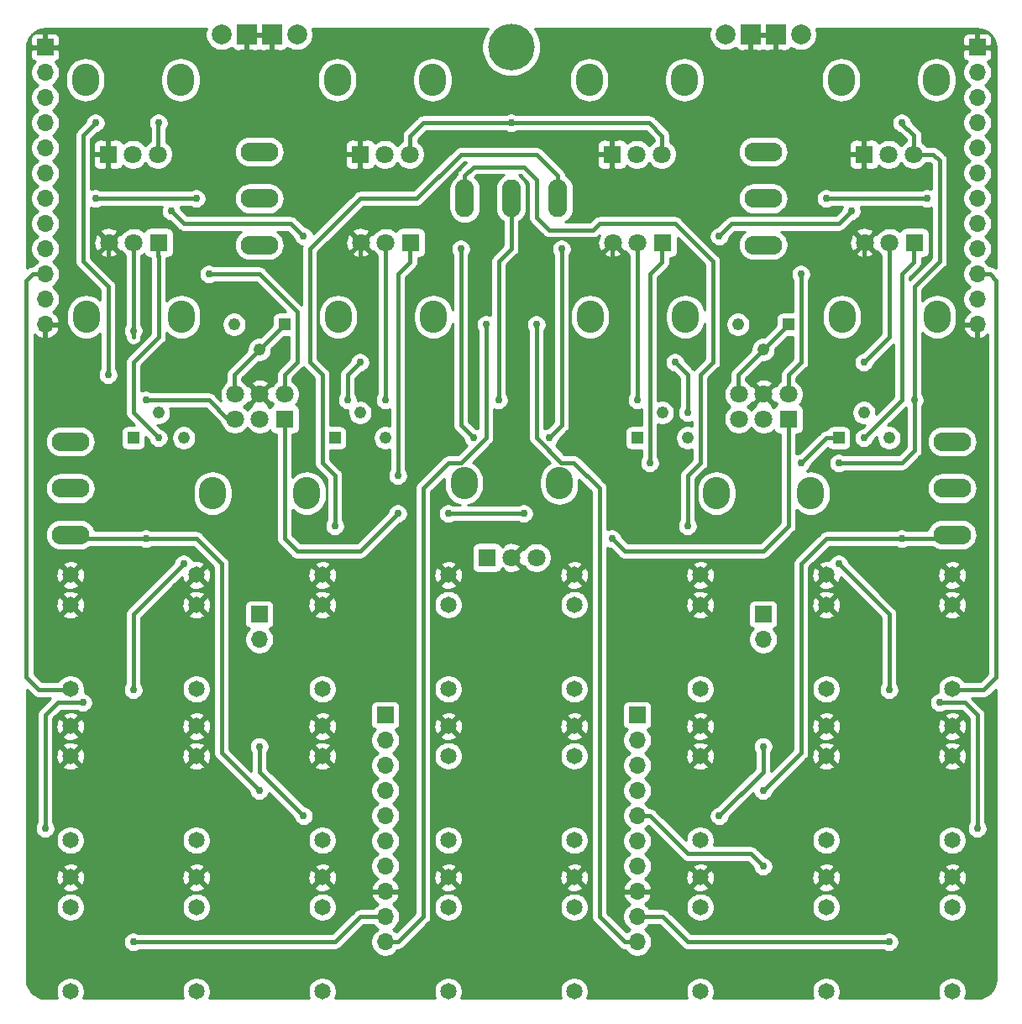
<source format=gbr>
G04 #@! TF.GenerationSoftware,KiCad,Pcbnew,(5.1.5)-3*
G04 #@! TF.CreationDate,2020-05-10T02:07:48-05:00*
G04 #@! TF.ProjectId,Miasma_IO_smd,4d696173-6d61-45f4-994f-5f736d642e6b,rev?*
G04 #@! TF.SameCoordinates,Original*
G04 #@! TF.FileFunction,Copper,L1,Top*
G04 #@! TF.FilePolarity,Positive*
%FSLAX46Y46*%
G04 Gerber Fmt 4.6, Leading zero omitted, Abs format (unit mm)*
G04 Created by KiCad (PCBNEW (5.1.5)-3) date 2020-05-10 02:07:48*
%MOMM*%
%LPD*%
G04 APERTURE LIST*
%ADD10O,3.810000X1.905000*%
%ADD11O,1.905000X3.810000*%
%ADD12R,1.222000X1.222000*%
%ADD13C,1.222000*%
%ADD14C,1.650000*%
%ADD15C,1.800000*%
%ADD16O,2.720000X3.240000*%
%ADD17R,1.800000X1.800000*%
%ADD18O,1.700000X1.700000*%
%ADD19R,1.700000X1.700000*%
%ADD20R,2.000000X2.000000*%
%ADD21C,2.000000*%
%ADD22C,4.700000*%
%ADD23C,0.762000*%
%ADD24C,0.381000*%
%ADD25C,0.254000*%
G04 APERTURE END LIST*
D10*
X101600000Y-98170000D03*
X101600000Y-107569000D03*
X101600000Y-102870000D03*
X190500000Y-98170000D03*
X190500000Y-107569000D03*
X190500000Y-102870000D03*
X120650000Y-68960000D03*
X120650000Y-78359000D03*
X120650000Y-73660000D03*
X171450000Y-68960000D03*
X171450000Y-78359000D03*
X171450000Y-73660000D03*
D11*
X150750000Y-73660000D03*
X141351000Y-73660000D03*
X146050000Y-73660000D03*
D12*
X173990000Y-86360000D03*
D13*
X171450000Y-88900000D03*
X168910000Y-86360000D03*
D12*
X123190000Y-86360000D03*
D13*
X120650000Y-88900000D03*
X118110000Y-86360000D03*
D12*
X158750000Y-97790000D03*
D13*
X161290000Y-95250000D03*
X163830000Y-97790000D03*
D12*
X107950000Y-97790000D03*
D13*
X110490000Y-95250000D03*
X113030000Y-97790000D03*
D12*
X179070000Y-97790000D03*
D13*
X181610000Y-95250000D03*
X184150000Y-97790000D03*
D12*
X128270000Y-97790000D03*
D13*
X130810000Y-95250000D03*
X133350000Y-97790000D03*
D14*
X190500000Y-126850000D03*
X190500000Y-129850000D03*
X190500000Y-138350000D03*
X101600000Y-126850000D03*
X101600000Y-129850000D03*
X101600000Y-138350000D03*
X165100000Y-111610000D03*
X165100000Y-114610000D03*
X165100000Y-123110000D03*
X114300000Y-111610000D03*
X114300000Y-114610000D03*
X114300000Y-123110000D03*
X165100000Y-142090000D03*
X165100000Y-145090000D03*
X165100000Y-153590000D03*
X114300000Y-142090000D03*
X114300000Y-145090000D03*
X114300000Y-153590000D03*
X152400000Y-142090000D03*
X152400000Y-145090000D03*
X152400000Y-153590000D03*
X139700000Y-142090000D03*
X139700000Y-145090000D03*
X139700000Y-153590000D03*
X139700000Y-111610000D03*
X139700000Y-114610000D03*
X139700000Y-123110000D03*
X152400000Y-111610000D03*
X152400000Y-114610000D03*
X152400000Y-123110000D03*
X139700000Y-126850000D03*
X139700000Y-129850000D03*
X139700000Y-138350000D03*
X177800000Y-126850000D03*
X177800000Y-129850000D03*
X177800000Y-138350000D03*
X114300000Y-126850000D03*
X114300000Y-129850000D03*
X114300000Y-138350000D03*
X177800000Y-111610000D03*
X177800000Y-114610000D03*
X177800000Y-123110000D03*
X127000000Y-111610000D03*
X127000000Y-114610000D03*
X127000000Y-123110000D03*
X177800000Y-142090000D03*
X177800000Y-145090000D03*
X177800000Y-153590000D03*
X127000000Y-142090000D03*
X127000000Y-145090000D03*
X127000000Y-153590000D03*
X190500000Y-111610000D03*
X190500000Y-114610000D03*
X190500000Y-123110000D03*
X101600000Y-111610000D03*
X101600000Y-114610000D03*
X101600000Y-123110000D03*
X190500000Y-142090000D03*
X190500000Y-145090000D03*
X190500000Y-153590000D03*
X101600000Y-142090000D03*
X101600000Y-145090000D03*
X101600000Y-153590000D03*
X165100000Y-126850000D03*
X165100000Y-129850000D03*
X165100000Y-138350000D03*
X127000000Y-126850000D03*
X127000000Y-129850000D03*
X127000000Y-138350000D03*
X152400000Y-126850000D03*
X152400000Y-129850000D03*
X152400000Y-138350000D03*
D15*
X173990000Y-93385000D03*
X171490000Y-93385000D03*
X168990000Y-93385000D03*
D16*
X176240000Y-103385000D03*
X166740000Y-103385000D03*
D15*
X168990000Y-95885000D03*
X171490000Y-95885000D03*
D17*
X173990000Y-95885000D03*
D15*
X123190000Y-93385000D03*
X120690000Y-93385000D03*
X118190000Y-93385000D03*
D16*
X125440000Y-103385000D03*
X115940000Y-103385000D03*
D15*
X118190000Y-95885000D03*
X120690000Y-95885000D03*
D17*
X123190000Y-95885000D03*
D16*
X153910000Y-61715000D03*
X163510000Y-61715000D03*
D15*
X161210000Y-69215000D03*
X158710000Y-69215000D03*
D17*
X156210000Y-69215000D03*
D16*
X103110000Y-61715000D03*
X112710000Y-61715000D03*
D15*
X110410000Y-69215000D03*
X107910000Y-69215000D03*
D17*
X105410000Y-69215000D03*
D16*
X163590000Y-85605000D03*
X153990000Y-85605000D03*
D15*
X156290000Y-78105000D03*
X158790000Y-78105000D03*
D17*
X161290000Y-78105000D03*
D16*
X112790000Y-85605000D03*
X103190000Y-85605000D03*
D15*
X105490000Y-78105000D03*
X107990000Y-78105000D03*
D17*
X110490000Y-78105000D03*
D16*
X179310000Y-61715000D03*
X188910000Y-61715000D03*
D15*
X186610000Y-69215000D03*
X184110000Y-69215000D03*
D17*
X181610000Y-69215000D03*
D16*
X128510000Y-61715000D03*
X138110000Y-61715000D03*
D15*
X135810000Y-69215000D03*
X133310000Y-69215000D03*
D17*
X130810000Y-69215000D03*
D16*
X188990000Y-85605000D03*
X179390000Y-85605000D03*
D15*
X181690000Y-78105000D03*
X184190000Y-78105000D03*
D17*
X186690000Y-78105000D03*
D16*
X138190000Y-85605000D03*
X128590000Y-85605000D03*
D15*
X130890000Y-78105000D03*
X133390000Y-78105000D03*
D17*
X135890000Y-78105000D03*
D16*
X141290000Y-102355000D03*
X150890000Y-102355000D03*
D15*
X148590000Y-109855000D03*
X146090000Y-109855000D03*
D17*
X143590000Y-109855000D03*
D18*
X171450000Y-118110000D03*
D19*
X171450000Y-115570000D03*
D18*
X120650000Y-118110000D03*
D19*
X120650000Y-115570000D03*
D18*
X193040000Y-86360000D03*
X193040000Y-83820000D03*
X193040000Y-81280000D03*
X193040000Y-78740000D03*
X193040000Y-76200000D03*
X193040000Y-73660000D03*
X193040000Y-71120000D03*
X193040000Y-68580000D03*
X193040000Y-66040000D03*
X193040000Y-63500000D03*
X193040000Y-60960000D03*
D19*
X193040000Y-58420000D03*
D18*
X158750000Y-148590000D03*
X158750000Y-146050000D03*
X158750000Y-143510000D03*
X158750000Y-140970000D03*
X158750000Y-138430000D03*
X158750000Y-135890000D03*
X158750000Y-133350000D03*
X158750000Y-130810000D03*
X158750000Y-128270000D03*
D19*
X158750000Y-125730000D03*
D18*
X133350000Y-148590000D03*
X133350000Y-146050000D03*
X133350000Y-143510000D03*
X133350000Y-140970000D03*
X133350000Y-138430000D03*
X133350000Y-135890000D03*
X133350000Y-133350000D03*
X133350000Y-130810000D03*
X133350000Y-128270000D03*
D19*
X133350000Y-125730000D03*
D18*
X99060000Y-86360000D03*
X99060000Y-83820000D03*
X99060000Y-81280000D03*
X99060000Y-78740000D03*
X99060000Y-76200000D03*
X99060000Y-73660000D03*
X99060000Y-71120000D03*
X99060000Y-68580000D03*
X99060000Y-66040000D03*
X99060000Y-63500000D03*
X99060000Y-60960000D03*
D19*
X99060000Y-58420000D03*
D20*
X121920000Y-57150000D03*
D21*
X124460000Y-57150000D03*
D20*
X172720000Y-57150000D03*
D21*
X175260000Y-57150000D03*
D20*
X119380000Y-57150000D03*
D21*
X116840000Y-57150000D03*
D20*
X170180000Y-57150000D03*
D21*
X167640000Y-57150000D03*
D22*
X146050000Y-58420000D03*
D23*
X114300000Y-73660000D03*
X104140000Y-73660000D03*
X177800000Y-73660000D03*
X187960000Y-73660000D03*
X109220000Y-107950000D03*
X120650000Y-133350000D03*
X185420000Y-107950000D03*
X171450000Y-133350000D03*
X99060000Y-137160000D03*
X102870000Y-124460000D03*
X193040000Y-137160000D03*
X189230000Y-124460000D03*
X134620000Y-101600000D03*
X181610000Y-97790000D03*
X115570000Y-81280000D03*
X107950000Y-148590000D03*
X143510000Y-86360000D03*
X171450000Y-140970000D03*
X184150000Y-148590000D03*
X148590000Y-86360000D03*
X175260000Y-81280000D03*
X110490000Y-97790000D03*
X130810000Y-90170000D03*
X129540000Y-93980000D03*
X125095000Y-77470000D03*
X111760000Y-74930000D03*
X140970000Y-78740000D03*
X142240000Y-97790000D03*
X160020000Y-100330000D03*
X149860000Y-97790000D03*
X151130000Y-78740000D03*
X167005000Y-77470000D03*
X180340000Y-74930000D03*
X133350000Y-93980000D03*
X181610000Y-90170000D03*
X175260000Y-100330000D03*
X163830000Y-95250000D03*
X162560000Y-90170000D03*
X107950000Y-86995000D03*
X158750000Y-93980000D03*
X181610000Y-85090000D03*
X177800000Y-91440000D03*
X130810000Y-85090000D03*
X156210000Y-85090000D03*
X135890000Y-93980000D03*
X156210000Y-93980000D03*
X107950000Y-62230000D03*
X184150000Y-62230000D03*
X158750000Y-62230000D03*
X133350000Y-62230000D03*
X106680000Y-85090000D03*
X186690000Y-93980000D03*
X179070000Y-100330000D03*
X109220000Y-93980000D03*
X105410000Y-91440000D03*
X185420000Y-66040000D03*
X146050000Y-66040000D03*
X144780000Y-93980000D03*
X110490000Y-66040000D03*
X104140000Y-66040000D03*
X156210000Y-107950000D03*
X134620000Y-105410000D03*
X139700000Y-105410000D03*
X147320000Y-105410000D03*
X107950000Y-123190000D03*
X128270000Y-106680000D03*
X113030000Y-110490000D03*
X184150000Y-123190000D03*
X163830000Y-106680000D03*
X179070000Y-110490000D03*
X120650000Y-128905000D03*
X125095000Y-135890000D03*
X171450000Y-128905000D03*
X167005000Y-135890000D03*
D24*
X104140000Y-73660000D02*
X114300000Y-73660000D01*
X187960000Y-73660000D02*
X177800000Y-73660000D01*
X114300000Y-107950000D02*
X109220000Y-107950000D01*
X116840000Y-110490000D02*
X114300000Y-107950000D01*
X106680000Y-107950000D02*
X104140000Y-107950000D01*
X109220000Y-107950000D02*
X106680000Y-107950000D01*
X116840000Y-129540000D02*
X116840000Y-110490000D01*
X120650000Y-133350000D02*
X116840000Y-129540000D01*
X104140000Y-107950000D02*
X101600000Y-107950000D01*
X101600000Y-107950000D02*
X101600000Y-107569000D01*
X185420000Y-107950000D02*
X177800000Y-107950000D01*
X187960000Y-107950000D02*
X185420000Y-107950000D01*
X175260000Y-110490000D02*
X177800000Y-107950000D01*
X175260000Y-129540000D02*
X175260000Y-110490000D01*
X189230000Y-107950000D02*
X187960000Y-107950000D01*
X175260000Y-129540000D02*
X171450000Y-133350000D01*
X190500000Y-107569000D02*
X189230000Y-107950000D01*
X102870000Y-124460000D02*
X100330000Y-124460000D01*
X100330000Y-124460000D02*
X99060000Y-125730000D01*
X99060000Y-125730000D02*
X99060000Y-137160000D01*
X193040000Y-125730000D02*
X193040000Y-137160000D01*
X191770000Y-124460000D02*
X193040000Y-125730000D01*
X189230000Y-124460000D02*
X191770000Y-124460000D01*
X99060000Y-81280000D02*
X97790000Y-81280000D01*
X98425000Y-123190000D02*
X101600000Y-123190000D01*
X97155000Y-121920000D02*
X98425000Y-123190000D01*
X97155000Y-81915000D02*
X97155000Y-121920000D01*
X97790000Y-81280000D02*
X97155000Y-81915000D01*
X193040000Y-81280000D02*
X194310000Y-81280000D01*
X193675000Y-123190000D02*
X190500000Y-123190000D01*
X194945000Y-121920000D02*
X193675000Y-123190000D01*
X194945000Y-81915000D02*
X194945000Y-121920000D01*
X194310000Y-81280000D02*
X194945000Y-81915000D01*
X135850000Y-78090000D02*
X135850000Y-80050000D01*
X134620000Y-81280000D02*
X134620000Y-101600000D01*
X135850000Y-80050000D02*
X134620000Y-81280000D01*
X186650000Y-78090000D02*
X186650000Y-80050000D01*
X185420000Y-93980000D02*
X181610000Y-97790000D01*
X185420000Y-81280000D02*
X185420000Y-93980000D01*
X186650000Y-80050000D02*
X185420000Y-81280000D01*
X186690000Y-78130000D02*
X186650000Y-78090000D01*
X123190000Y-93345000D02*
X123190000Y-91440000D01*
X120650000Y-81280000D02*
X115570000Y-81280000D01*
X124460000Y-85090000D02*
X120650000Y-81280000D01*
X124460000Y-90170000D02*
X124460000Y-85090000D01*
X123190000Y-91440000D02*
X124460000Y-90170000D01*
X133350000Y-146050000D02*
X130810000Y-146050000D01*
X128270000Y-148590000D02*
X107950000Y-148590000D01*
X130810000Y-146050000D02*
X128270000Y-148590000D01*
X134620000Y-148590000D02*
X133350000Y-148590000D01*
X137160000Y-146050000D02*
X134620000Y-148590000D01*
X143510000Y-97741742D02*
X140961252Y-100290490D01*
X140961252Y-100290490D02*
X139739510Y-100290490D01*
X143510000Y-86360000D02*
X143510000Y-97741742D01*
X139739510Y-100290490D02*
X137160000Y-102870000D01*
X137160000Y-102870000D02*
X137160000Y-146050000D01*
X158750000Y-135890000D02*
X160020000Y-135890000D01*
X170180000Y-139700000D02*
X171450000Y-140970000D01*
X163830000Y-139700000D02*
X170180000Y-139700000D01*
X160020000Y-135890000D02*
X163830000Y-139700000D01*
X158750000Y-146050000D02*
X161290000Y-146050000D01*
X163830000Y-148590000D02*
X184150000Y-148590000D01*
X161290000Y-146050000D02*
X163830000Y-148590000D01*
X157480000Y-148590000D02*
X154940000Y-146050000D01*
X154940000Y-146050000D02*
X154940000Y-102870000D01*
X157480000Y-148590000D02*
X158750000Y-148590000D01*
X148590000Y-97790000D02*
X151090490Y-100290490D01*
X148590000Y-86360000D02*
X148590000Y-97790000D01*
X152360490Y-100290490D02*
X154940000Y-102870000D01*
X151090490Y-100290490D02*
X152360490Y-100290490D01*
X173990000Y-93345000D02*
X173990000Y-91440000D01*
X175260000Y-90170000D02*
X173990000Y-91440000D01*
X175260000Y-90170000D02*
X175260000Y-81280000D01*
X110450000Y-79471000D02*
X110450000Y-78090000D01*
X107950000Y-95250000D02*
X110490000Y-97790000D01*
X107950000Y-95250000D02*
X107950000Y-90170000D01*
X107950000Y-90170000D02*
X110490000Y-87630000D01*
X110490000Y-87630000D02*
X110490000Y-79511000D01*
X110490000Y-79511000D02*
X110450000Y-79471000D01*
X130810000Y-90170000D02*
X129540000Y-91440000D01*
X129540000Y-91440000D02*
X129540000Y-93980000D01*
X110490000Y-95250000D02*
X110450000Y-95210000D01*
X121920000Y-76200000D02*
X123825000Y-76200000D01*
X123825000Y-76200000D02*
X125095000Y-77470000D01*
X113030000Y-76200000D02*
X121920000Y-76200000D01*
X111760000Y-74930000D02*
X113030000Y-76200000D01*
X140970000Y-78740000D02*
X140970000Y-96520000D01*
X140970000Y-96520000D02*
X142240000Y-97790000D01*
X161250000Y-78090000D02*
X161250000Y-80050000D01*
X160020000Y-81280000D02*
X160020000Y-100330000D01*
X161250000Y-80050000D02*
X160020000Y-81280000D01*
X161290000Y-78130000D02*
X161250000Y-78090000D01*
X151130000Y-78740000D02*
X151130000Y-96520000D01*
X151130000Y-96520000D02*
X149860000Y-97790000D01*
X170180000Y-76200000D02*
X168275000Y-76200000D01*
X168275000Y-76200000D02*
X167005000Y-77470000D01*
X179070000Y-76200000D02*
X170180000Y-76200000D01*
X180340000Y-74930000D02*
X179070000Y-76200000D01*
X120650000Y-88900000D02*
X119380000Y-90170000D01*
X118110000Y-91440000D02*
X118110000Y-93345000D01*
X119380000Y-90170000D02*
X118110000Y-91440000D01*
X120650000Y-88900000D02*
X123190000Y-86360000D01*
X171450000Y-88900000D02*
X170180000Y-90170000D01*
X168910000Y-91440000D02*
X168910000Y-93345000D01*
X170180000Y-90170000D02*
X168910000Y-91440000D01*
X171450000Y-88900000D02*
X173990000Y-86360000D01*
X133350000Y-93980000D02*
X133350000Y-78090000D01*
X184150000Y-87630000D02*
X184150000Y-78090000D01*
X181610000Y-90170000D02*
X184150000Y-87630000D01*
X177800000Y-97790000D02*
X179070000Y-97790000D01*
X175260000Y-100330000D02*
X177800000Y-97790000D01*
X163830000Y-91440000D02*
X163830000Y-95250000D01*
X162560000Y-90170000D02*
X163830000Y-91440000D01*
X107950000Y-87630000D02*
X107950000Y-78090000D01*
X158750000Y-93980000D02*
X158750000Y-78090000D01*
X181610000Y-85090000D02*
X181610000Y-87630000D01*
X181650000Y-85050000D02*
X181610000Y-85090000D01*
X181650000Y-78090000D02*
X181650000Y-85050000D01*
X181610000Y-87630000D02*
X177800000Y-91440000D01*
X130850000Y-78090000D02*
X130850000Y-85050000D01*
X130850000Y-85050000D02*
X130810000Y-85090000D01*
X156250000Y-78090000D02*
X156250000Y-85050000D01*
X156250000Y-85050000D02*
X156210000Y-85090000D01*
X105450000Y-69230000D02*
X105450000Y-64730000D01*
X105450000Y-64730000D02*
X107950000Y-62230000D01*
X181650000Y-69230000D02*
X181650000Y-64730000D01*
X181650000Y-64730000D02*
X184150000Y-62230000D01*
X130850000Y-69230000D02*
X130850000Y-64730000D01*
X130850000Y-64730000D02*
X133350000Y-62230000D01*
X130850000Y-78090000D02*
X130850000Y-77510000D01*
X105450000Y-79471000D02*
X106680000Y-80701000D01*
X105450000Y-78090000D02*
X105450000Y-79471000D01*
X106680000Y-80701000D02*
X106680000Y-85090000D01*
X186690000Y-87630000D02*
X186690000Y-93980000D01*
X186690000Y-93980000D02*
X186690000Y-99060000D01*
X186690000Y-99060000D02*
X185420000Y-100330000D01*
X185420000Y-100330000D02*
X179070000Y-100330000D01*
X115570000Y-93980000D02*
X117475000Y-95885000D01*
X109220000Y-93980000D02*
X115570000Y-93980000D01*
X117475000Y-95885000D02*
X118110000Y-95885000D01*
X186690000Y-87630000D02*
X186690000Y-82550000D01*
X186690000Y-82550000D02*
X189230000Y-80010000D01*
X189230000Y-80010000D02*
X189230000Y-69850000D01*
X189230000Y-69850000D02*
X188610000Y-69230000D01*
X188610000Y-69230000D02*
X186650000Y-69230000D01*
X110450000Y-66080000D02*
X110490000Y-66040000D01*
X110450000Y-69230000D02*
X110450000Y-66080000D01*
X105410000Y-91440000D02*
X105410000Y-82550000D01*
X187340000Y-69230000D02*
X186650000Y-69230000D01*
X186650000Y-69230000D02*
X186650000Y-67310000D01*
X186650000Y-67310000D02*
X185380000Y-66080000D01*
X185380000Y-66080000D02*
X185420000Y-66040000D01*
X161250000Y-69230000D02*
X161250000Y-67350000D01*
X161250000Y-67350000D02*
X159940000Y-66040000D01*
X159940000Y-66040000D02*
X146050000Y-66040000D01*
X146050000Y-66040000D02*
X137160000Y-66040000D01*
X135850000Y-67350000D02*
X135850000Y-69230000D01*
X137160000Y-66040000D02*
X135850000Y-67350000D01*
X135890000Y-69270000D02*
X135850000Y-69230000D01*
X135850000Y-68540000D02*
X135850000Y-69230000D01*
X161250000Y-68620000D02*
X161250000Y-69230000D01*
X161290000Y-69270000D02*
X161250000Y-69230000D01*
X146050000Y-78740000D02*
X146050000Y-73660000D01*
X144780000Y-80010000D02*
X146050000Y-78740000D01*
X144780000Y-93980000D02*
X144780000Y-80010000D01*
X105410000Y-82550000D02*
X102870000Y-80010000D01*
X102870000Y-80010000D02*
X102870000Y-67310000D01*
X102870000Y-67310000D02*
X104140000Y-66040000D01*
X158750000Y-109220000D02*
X157480000Y-109220000D01*
X157480000Y-109220000D02*
X156210000Y-107950000D01*
X158750000Y-109220000D02*
X171450000Y-109220000D01*
X171450000Y-109220000D02*
X173990000Y-106680000D01*
X173990000Y-95885000D02*
X173990000Y-106680000D01*
X123190000Y-95885000D02*
X123190000Y-107950000D01*
X123190000Y-107950000D02*
X124460000Y-109220000D01*
X124460000Y-109220000D02*
X130810000Y-109220000D01*
X130810000Y-109220000D02*
X134620000Y-105410000D01*
X139700000Y-105410000D02*
X146050000Y-105410000D01*
X146050000Y-105410000D02*
X147320000Y-105410000D01*
X148590000Y-69215000D02*
X150750000Y-71375000D01*
X150750000Y-71375000D02*
X150750000Y-73660000D01*
X136525000Y-73660000D02*
X140970000Y-69215000D01*
X140970000Y-69215000D02*
X148590000Y-69215000D01*
X107950000Y-115570000D02*
X113030000Y-110490000D01*
X107950000Y-116840000D02*
X107950000Y-115570000D01*
X107950000Y-116840000D02*
X107950000Y-123190000D01*
X125730000Y-90170000D02*
X125730000Y-78740000D01*
X125730000Y-78740000D02*
X130810000Y-73660000D01*
X130810000Y-73660000D02*
X136525000Y-73660000D01*
X127000000Y-91440000D02*
X127000000Y-100330000D01*
X128270000Y-101600000D02*
X127000000Y-100330000D01*
X128270000Y-106680000D02*
X128270000Y-101600000D01*
X127000000Y-91440000D02*
X125730000Y-90170000D01*
X148590000Y-74930000D02*
X148590000Y-75565000D01*
X154305000Y-76835000D02*
X154940000Y-76200000D01*
X153670000Y-76835000D02*
X154305000Y-76835000D01*
X149860000Y-76835000D02*
X153670000Y-76835000D01*
X148590000Y-75565000D02*
X149860000Y-76835000D01*
X148590000Y-72390000D02*
X148590000Y-71755000D01*
X141351000Y-71374000D02*
X141351000Y-73660000D01*
X142240000Y-70485000D02*
X141351000Y-71374000D01*
X147320000Y-70485000D02*
X142240000Y-70485000D01*
X148590000Y-71755000D02*
X147320000Y-70485000D01*
X184150000Y-115570000D02*
X179070000Y-110490000D01*
X184150000Y-115570000D02*
X184150000Y-123190000D01*
X163830000Y-101600000D02*
X163830000Y-106680000D01*
X165100000Y-100330000D02*
X163830000Y-101600000D01*
X165100000Y-91440000D02*
X165100000Y-100330000D01*
X166370000Y-90170000D02*
X165100000Y-91440000D01*
X166370000Y-80010000D02*
X166370000Y-90170000D01*
X162560000Y-76200000D02*
X166370000Y-80010000D01*
X157480000Y-76200000D02*
X162560000Y-76200000D01*
X157480000Y-76200000D02*
X154940000Y-76200000D01*
X148590000Y-74930000D02*
X148590000Y-72390000D01*
X141351000Y-72009000D02*
X141351000Y-73660000D01*
X141351000Y-73660000D02*
X141351000Y-73279000D01*
X120650000Y-128905000D02*
X120650000Y-131445000D01*
X120650000Y-131445000D02*
X125095000Y-135890000D01*
X171450000Y-128905000D02*
X171450000Y-131445000D01*
X171450000Y-131445000D02*
X167005000Y-135890000D01*
D25*
G36*
X115267832Y-56673088D02*
G01*
X115205000Y-56988967D01*
X115205000Y-57311033D01*
X115267832Y-57626912D01*
X115391082Y-57924463D01*
X115570013Y-58192252D01*
X115797748Y-58419987D01*
X116065537Y-58598918D01*
X116363088Y-58722168D01*
X116678967Y-58785000D01*
X117001033Y-58785000D01*
X117316912Y-58722168D01*
X117614463Y-58598918D01*
X117824809Y-58458370D01*
X117849463Y-58504494D01*
X117928815Y-58601185D01*
X118025506Y-58680537D01*
X118135820Y-58739502D01*
X118255518Y-58775812D01*
X118380000Y-58788072D01*
X119094250Y-58785000D01*
X119253000Y-58626250D01*
X119253000Y-57277000D01*
X119507000Y-57277000D01*
X119507000Y-58626250D01*
X119665750Y-58785000D01*
X120380000Y-58788072D01*
X120504482Y-58775812D01*
X120624180Y-58739502D01*
X120650000Y-58725701D01*
X120675820Y-58739502D01*
X120795518Y-58775812D01*
X120920000Y-58788072D01*
X121634250Y-58785000D01*
X121793000Y-58626250D01*
X121793000Y-57277000D01*
X119507000Y-57277000D01*
X119253000Y-57277000D01*
X119233000Y-57277000D01*
X119233000Y-57023000D01*
X119253000Y-57023000D01*
X119253000Y-57003000D01*
X119507000Y-57003000D01*
X119507000Y-57023000D01*
X121793000Y-57023000D01*
X121793000Y-57003000D01*
X122047000Y-57003000D01*
X122047000Y-57023000D01*
X122067000Y-57023000D01*
X122067000Y-57277000D01*
X122047000Y-57277000D01*
X122047000Y-58626250D01*
X122205750Y-58785000D01*
X122920000Y-58788072D01*
X123044482Y-58775812D01*
X123164180Y-58739502D01*
X123274494Y-58680537D01*
X123371185Y-58601185D01*
X123450537Y-58504494D01*
X123475191Y-58458370D01*
X123685537Y-58598918D01*
X123983088Y-58722168D01*
X124298967Y-58785000D01*
X124621033Y-58785000D01*
X124936912Y-58722168D01*
X125234463Y-58598918D01*
X125502252Y-58419987D01*
X125729987Y-58192252D01*
X125908918Y-57924463D01*
X126032168Y-57626912D01*
X126095000Y-57311033D01*
X126095000Y-56988967D01*
X126032168Y-56673088D01*
X125987396Y-56565000D01*
X143699443Y-56565000D01*
X143404727Y-57006072D01*
X143179712Y-57549308D01*
X143065000Y-58126003D01*
X143065000Y-58713997D01*
X143179712Y-59290692D01*
X143404727Y-59833928D01*
X143731399Y-60322826D01*
X144147174Y-60738601D01*
X144636072Y-61065273D01*
X145179308Y-61290288D01*
X145756003Y-61405000D01*
X146343997Y-61405000D01*
X146585298Y-61357002D01*
X151915000Y-61357002D01*
X151915000Y-62072997D01*
X151943867Y-62366087D01*
X152057943Y-62742146D01*
X152243193Y-63088725D01*
X152492497Y-63392503D01*
X152796275Y-63641807D01*
X153142853Y-63827057D01*
X153518912Y-63941133D01*
X153910000Y-63979652D01*
X154301087Y-63941133D01*
X154677146Y-63827057D01*
X155023725Y-63641807D01*
X155327503Y-63392503D01*
X155576807Y-63088725D01*
X155762057Y-62742147D01*
X155876133Y-62366088D01*
X155905000Y-62072998D01*
X155905000Y-61357003D01*
X155905000Y-61357002D01*
X161515000Y-61357002D01*
X161515000Y-62072997D01*
X161543867Y-62366087D01*
X161657943Y-62742146D01*
X161843193Y-63088725D01*
X162092497Y-63392503D01*
X162396275Y-63641807D01*
X162742853Y-63827057D01*
X163118912Y-63941133D01*
X163510000Y-63979652D01*
X163901087Y-63941133D01*
X164277146Y-63827057D01*
X164623725Y-63641807D01*
X164927503Y-63392503D01*
X165176807Y-63088725D01*
X165362057Y-62742147D01*
X165476133Y-62366088D01*
X165505000Y-62072998D01*
X165505000Y-61357003D01*
X165505000Y-61357002D01*
X177315000Y-61357002D01*
X177315000Y-62072997D01*
X177343867Y-62366087D01*
X177457943Y-62742146D01*
X177643193Y-63088725D01*
X177892497Y-63392503D01*
X178196275Y-63641807D01*
X178542853Y-63827057D01*
X178918912Y-63941133D01*
X179310000Y-63979652D01*
X179701087Y-63941133D01*
X180077146Y-63827057D01*
X180423725Y-63641807D01*
X180727503Y-63392503D01*
X180976807Y-63088725D01*
X181162057Y-62742147D01*
X181276133Y-62366088D01*
X181305000Y-62072998D01*
X181305000Y-61357003D01*
X181305000Y-61357002D01*
X186915000Y-61357002D01*
X186915000Y-62072997D01*
X186943867Y-62366087D01*
X187057943Y-62742146D01*
X187243193Y-63088725D01*
X187492497Y-63392503D01*
X187796275Y-63641807D01*
X188142853Y-63827057D01*
X188518912Y-63941133D01*
X188910000Y-63979652D01*
X189301087Y-63941133D01*
X189677146Y-63827057D01*
X190023725Y-63641807D01*
X190327503Y-63392503D01*
X190576807Y-63088725D01*
X190762057Y-62742147D01*
X190876133Y-62366088D01*
X190905000Y-62072998D01*
X190905000Y-61357003D01*
X190876133Y-61063913D01*
X190762057Y-60687853D01*
X190576807Y-60341275D01*
X190327503Y-60037497D01*
X190023725Y-59788193D01*
X189677147Y-59602943D01*
X189301088Y-59488867D01*
X188910000Y-59450348D01*
X188518913Y-59488867D01*
X188142854Y-59602943D01*
X187796276Y-59788193D01*
X187492498Y-60037497D01*
X187243193Y-60341275D01*
X187057943Y-60687853D01*
X186943867Y-61063912D01*
X186915000Y-61357002D01*
X181305000Y-61357002D01*
X181276133Y-61063913D01*
X181162057Y-60687853D01*
X180976807Y-60341275D01*
X180727503Y-60037497D01*
X180423725Y-59788193D01*
X180077147Y-59602943D01*
X179701088Y-59488867D01*
X179310000Y-59450348D01*
X178918913Y-59488867D01*
X178542854Y-59602943D01*
X178196276Y-59788193D01*
X177892498Y-60037497D01*
X177643193Y-60341275D01*
X177457943Y-60687853D01*
X177343867Y-61063912D01*
X177315000Y-61357002D01*
X165505000Y-61357002D01*
X165476133Y-61063913D01*
X165362057Y-60687853D01*
X165176807Y-60341275D01*
X164927503Y-60037497D01*
X164623725Y-59788193D01*
X164277147Y-59602943D01*
X163901088Y-59488867D01*
X163510000Y-59450348D01*
X163118913Y-59488867D01*
X162742854Y-59602943D01*
X162396276Y-59788193D01*
X162092498Y-60037497D01*
X161843193Y-60341275D01*
X161657943Y-60687853D01*
X161543867Y-61063912D01*
X161515000Y-61357002D01*
X155905000Y-61357002D01*
X155876133Y-61063913D01*
X155762057Y-60687853D01*
X155576807Y-60341275D01*
X155327503Y-60037497D01*
X155023725Y-59788193D01*
X154677147Y-59602943D01*
X154301088Y-59488867D01*
X153910000Y-59450348D01*
X153518913Y-59488867D01*
X153142854Y-59602943D01*
X152796276Y-59788193D01*
X152492498Y-60037497D01*
X152243193Y-60341275D01*
X152057943Y-60687853D01*
X151943867Y-61063912D01*
X151915000Y-61357002D01*
X146585298Y-61357002D01*
X146920692Y-61290288D01*
X147463928Y-61065273D01*
X147952826Y-60738601D01*
X148368601Y-60322826D01*
X148695273Y-59833928D01*
X148920288Y-59290692D01*
X149035000Y-58713997D01*
X149035000Y-58126003D01*
X148920288Y-57549308D01*
X148695273Y-57006072D01*
X148400557Y-56565000D01*
X166112604Y-56565000D01*
X166067832Y-56673088D01*
X166005000Y-56988967D01*
X166005000Y-57311033D01*
X166067832Y-57626912D01*
X166191082Y-57924463D01*
X166370013Y-58192252D01*
X166597748Y-58419987D01*
X166865537Y-58598918D01*
X167163088Y-58722168D01*
X167478967Y-58785000D01*
X167801033Y-58785000D01*
X168116912Y-58722168D01*
X168414463Y-58598918D01*
X168624809Y-58458370D01*
X168649463Y-58504494D01*
X168728815Y-58601185D01*
X168825506Y-58680537D01*
X168935820Y-58739502D01*
X169055518Y-58775812D01*
X169180000Y-58788072D01*
X169894250Y-58785000D01*
X170053000Y-58626250D01*
X170053000Y-57277000D01*
X170307000Y-57277000D01*
X170307000Y-58626250D01*
X170465750Y-58785000D01*
X171180000Y-58788072D01*
X171304482Y-58775812D01*
X171424180Y-58739502D01*
X171450000Y-58725701D01*
X171475820Y-58739502D01*
X171595518Y-58775812D01*
X171720000Y-58788072D01*
X172434250Y-58785000D01*
X172593000Y-58626250D01*
X172593000Y-57277000D01*
X170307000Y-57277000D01*
X170053000Y-57277000D01*
X170033000Y-57277000D01*
X170033000Y-57023000D01*
X170053000Y-57023000D01*
X170053000Y-57003000D01*
X170307000Y-57003000D01*
X170307000Y-57023000D01*
X172593000Y-57023000D01*
X172593000Y-57003000D01*
X172847000Y-57003000D01*
X172847000Y-57023000D01*
X172867000Y-57023000D01*
X172867000Y-57277000D01*
X172847000Y-57277000D01*
X172847000Y-58626250D01*
X173005750Y-58785000D01*
X173720000Y-58788072D01*
X173844482Y-58775812D01*
X173964180Y-58739502D01*
X174074494Y-58680537D01*
X174171185Y-58601185D01*
X174250537Y-58504494D01*
X174275191Y-58458370D01*
X174485537Y-58598918D01*
X174783088Y-58722168D01*
X175098967Y-58785000D01*
X175421033Y-58785000D01*
X175736912Y-58722168D01*
X176034463Y-58598918D01*
X176302252Y-58419987D01*
X176529987Y-58192252D01*
X176708918Y-57924463D01*
X176832168Y-57626912D01*
X176843488Y-57570000D01*
X191551928Y-57570000D01*
X191555000Y-58134250D01*
X191713750Y-58293000D01*
X192913000Y-58293000D01*
X192913000Y-57093750D01*
X193167000Y-57093750D01*
X193167000Y-58293000D01*
X194366250Y-58293000D01*
X194525000Y-58134250D01*
X194528072Y-57570000D01*
X194515812Y-57445518D01*
X194479502Y-57325820D01*
X194420537Y-57215506D01*
X194341185Y-57118815D01*
X194244494Y-57039463D01*
X194134180Y-56980498D01*
X194014482Y-56944188D01*
X193890000Y-56931928D01*
X193325750Y-56935000D01*
X193167000Y-57093750D01*
X192913000Y-57093750D01*
X192754250Y-56935000D01*
X192190000Y-56931928D01*
X192065518Y-56944188D01*
X191945820Y-56980498D01*
X191835506Y-57039463D01*
X191738815Y-57118815D01*
X191659463Y-57215506D01*
X191600498Y-57325820D01*
X191564188Y-57445518D01*
X191551928Y-57570000D01*
X176843488Y-57570000D01*
X176895000Y-57311033D01*
X176895000Y-56988967D01*
X176832168Y-56673088D01*
X176787396Y-56565000D01*
X193006496Y-56565000D01*
X193399668Y-56603551D01*
X193745634Y-56708004D01*
X194064724Y-56877667D01*
X194344781Y-57106076D01*
X194575141Y-57384534D01*
X194747027Y-57702430D01*
X194853893Y-58047658D01*
X194895000Y-58438753D01*
X194895000Y-80692195D01*
X194770842Y-80590301D01*
X194627434Y-80513647D01*
X194471826Y-80466444D01*
X194350553Y-80454500D01*
X194350550Y-80454500D01*
X194310000Y-80450506D01*
X194274106Y-80454041D01*
X194193475Y-80333368D01*
X193986632Y-80126525D01*
X193812240Y-80010000D01*
X193986632Y-79893475D01*
X194193475Y-79686632D01*
X194355990Y-79443411D01*
X194467932Y-79173158D01*
X194525000Y-78886260D01*
X194525000Y-78593740D01*
X194467932Y-78306842D01*
X194355990Y-78036589D01*
X194193475Y-77793368D01*
X193986632Y-77586525D01*
X193812240Y-77470000D01*
X193986632Y-77353475D01*
X194193475Y-77146632D01*
X194355990Y-76903411D01*
X194467932Y-76633158D01*
X194525000Y-76346260D01*
X194525000Y-76053740D01*
X194467932Y-75766842D01*
X194355990Y-75496589D01*
X194193475Y-75253368D01*
X193986632Y-75046525D01*
X193812240Y-74930000D01*
X193986632Y-74813475D01*
X194193475Y-74606632D01*
X194355990Y-74363411D01*
X194467932Y-74093158D01*
X194525000Y-73806260D01*
X194525000Y-73513740D01*
X194467932Y-73226842D01*
X194355990Y-72956589D01*
X194193475Y-72713368D01*
X193986632Y-72506525D01*
X193812240Y-72390000D01*
X193986632Y-72273475D01*
X194193475Y-72066632D01*
X194355990Y-71823411D01*
X194467932Y-71553158D01*
X194525000Y-71266260D01*
X194525000Y-70973740D01*
X194467932Y-70686842D01*
X194355990Y-70416589D01*
X194193475Y-70173368D01*
X193986632Y-69966525D01*
X193812240Y-69850000D01*
X193986632Y-69733475D01*
X194193475Y-69526632D01*
X194355990Y-69283411D01*
X194467932Y-69013158D01*
X194525000Y-68726260D01*
X194525000Y-68433740D01*
X194467932Y-68146842D01*
X194355990Y-67876589D01*
X194193475Y-67633368D01*
X193986632Y-67426525D01*
X193812240Y-67310000D01*
X193986632Y-67193475D01*
X194193475Y-66986632D01*
X194355990Y-66743411D01*
X194467932Y-66473158D01*
X194525000Y-66186260D01*
X194525000Y-65893740D01*
X194467932Y-65606842D01*
X194355990Y-65336589D01*
X194193475Y-65093368D01*
X193986632Y-64886525D01*
X193812240Y-64770000D01*
X193986632Y-64653475D01*
X194193475Y-64446632D01*
X194355990Y-64203411D01*
X194467932Y-63933158D01*
X194525000Y-63646260D01*
X194525000Y-63353740D01*
X194467932Y-63066842D01*
X194355990Y-62796589D01*
X194193475Y-62553368D01*
X193986632Y-62346525D01*
X193812240Y-62230000D01*
X193986632Y-62113475D01*
X194193475Y-61906632D01*
X194355990Y-61663411D01*
X194467932Y-61393158D01*
X194525000Y-61106260D01*
X194525000Y-60813740D01*
X194467932Y-60526842D01*
X194355990Y-60256589D01*
X194193475Y-60013368D01*
X194061620Y-59881513D01*
X194134180Y-59859502D01*
X194244494Y-59800537D01*
X194341185Y-59721185D01*
X194420537Y-59624494D01*
X194479502Y-59514180D01*
X194515812Y-59394482D01*
X194528072Y-59270000D01*
X194525000Y-58705750D01*
X194366250Y-58547000D01*
X193167000Y-58547000D01*
X193167000Y-58567000D01*
X192913000Y-58567000D01*
X192913000Y-58547000D01*
X191713750Y-58547000D01*
X191555000Y-58705750D01*
X191551928Y-59270000D01*
X191564188Y-59394482D01*
X191600498Y-59514180D01*
X191659463Y-59624494D01*
X191738815Y-59721185D01*
X191835506Y-59800537D01*
X191945820Y-59859502D01*
X192018380Y-59881513D01*
X191886525Y-60013368D01*
X191724010Y-60256589D01*
X191612068Y-60526842D01*
X191555000Y-60813740D01*
X191555000Y-61106260D01*
X191612068Y-61393158D01*
X191724010Y-61663411D01*
X191886525Y-61906632D01*
X192093368Y-62113475D01*
X192267760Y-62230000D01*
X192093368Y-62346525D01*
X191886525Y-62553368D01*
X191724010Y-62796589D01*
X191612068Y-63066842D01*
X191555000Y-63353740D01*
X191555000Y-63646260D01*
X191612068Y-63933158D01*
X191724010Y-64203411D01*
X191886525Y-64446632D01*
X192093368Y-64653475D01*
X192267760Y-64770000D01*
X192093368Y-64886525D01*
X191886525Y-65093368D01*
X191724010Y-65336589D01*
X191612068Y-65606842D01*
X191555000Y-65893740D01*
X191555000Y-66186260D01*
X191612068Y-66473158D01*
X191724010Y-66743411D01*
X191886525Y-66986632D01*
X192093368Y-67193475D01*
X192267760Y-67310000D01*
X192093368Y-67426525D01*
X191886525Y-67633368D01*
X191724010Y-67876589D01*
X191612068Y-68146842D01*
X191555000Y-68433740D01*
X191555000Y-68726260D01*
X191612068Y-69013158D01*
X191724010Y-69283411D01*
X191886525Y-69526632D01*
X192093368Y-69733475D01*
X192267760Y-69850000D01*
X192093368Y-69966525D01*
X191886525Y-70173368D01*
X191724010Y-70416589D01*
X191612068Y-70686842D01*
X191555000Y-70973740D01*
X191555000Y-71266260D01*
X191612068Y-71553158D01*
X191724010Y-71823411D01*
X191886525Y-72066632D01*
X192093368Y-72273475D01*
X192267760Y-72390000D01*
X192093368Y-72506525D01*
X191886525Y-72713368D01*
X191724010Y-72956589D01*
X191612068Y-73226842D01*
X191555000Y-73513740D01*
X191555000Y-73806260D01*
X191612068Y-74093158D01*
X191724010Y-74363411D01*
X191886525Y-74606632D01*
X192093368Y-74813475D01*
X192267760Y-74930000D01*
X192093368Y-75046525D01*
X191886525Y-75253368D01*
X191724010Y-75496589D01*
X191612068Y-75766842D01*
X191555000Y-76053740D01*
X191555000Y-76346260D01*
X191612068Y-76633158D01*
X191724010Y-76903411D01*
X191886525Y-77146632D01*
X192093368Y-77353475D01*
X192267760Y-77470000D01*
X192093368Y-77586525D01*
X191886525Y-77793368D01*
X191724010Y-78036589D01*
X191612068Y-78306842D01*
X191555000Y-78593740D01*
X191555000Y-78886260D01*
X191612068Y-79173158D01*
X191724010Y-79443411D01*
X191886525Y-79686632D01*
X192093368Y-79893475D01*
X192267760Y-80010000D01*
X192093368Y-80126525D01*
X191886525Y-80333368D01*
X191724010Y-80576589D01*
X191612068Y-80846842D01*
X191555000Y-81133740D01*
X191555000Y-81426260D01*
X191612068Y-81713158D01*
X191724010Y-81983411D01*
X191886525Y-82226632D01*
X192093368Y-82433475D01*
X192267760Y-82550000D01*
X192093368Y-82666525D01*
X191886525Y-82873368D01*
X191724010Y-83116589D01*
X191612068Y-83386842D01*
X191555000Y-83673740D01*
X191555000Y-83966260D01*
X191612068Y-84253158D01*
X191724010Y-84523411D01*
X191886525Y-84766632D01*
X192093368Y-84973475D01*
X192275534Y-85095195D01*
X192158645Y-85164822D01*
X191942412Y-85359731D01*
X191768359Y-85593080D01*
X191643175Y-85855901D01*
X191598524Y-86003110D01*
X191719845Y-86233000D01*
X192913000Y-86233000D01*
X192913000Y-86213000D01*
X193167000Y-86213000D01*
X193167000Y-86233000D01*
X193187000Y-86233000D01*
X193187000Y-86487000D01*
X193167000Y-86487000D01*
X193167000Y-87680814D01*
X193396891Y-87801481D01*
X193671252Y-87704157D01*
X193921355Y-87555178D01*
X194119500Y-87376573D01*
X194119501Y-121578066D01*
X193333068Y-122364500D01*
X191757800Y-122364500D01*
X191634056Y-122179304D01*
X191430696Y-121975944D01*
X191191569Y-121816165D01*
X190925866Y-121706107D01*
X190643797Y-121650000D01*
X190356203Y-121650000D01*
X190074134Y-121706107D01*
X189808431Y-121816165D01*
X189569304Y-121975944D01*
X189365944Y-122179304D01*
X189206165Y-122418431D01*
X189096107Y-122684134D01*
X189040000Y-122966203D01*
X189040000Y-123253797D01*
X189079817Y-123453969D01*
X188933644Y-123483044D01*
X188748744Y-123559632D01*
X188582338Y-123670821D01*
X188440821Y-123812338D01*
X188329632Y-123978744D01*
X188253044Y-124163644D01*
X188214000Y-124359933D01*
X188214000Y-124560067D01*
X188253044Y-124756356D01*
X188329632Y-124941256D01*
X188440821Y-125107662D01*
X188582338Y-125249179D01*
X188748744Y-125360368D01*
X188933644Y-125436956D01*
X189129933Y-125476000D01*
X189330067Y-125476000D01*
X189526356Y-125436956D01*
X189711256Y-125360368D01*
X189823304Y-125285500D01*
X191428068Y-125285500D01*
X192214500Y-126071933D01*
X192214501Y-136566695D01*
X192139632Y-136678744D01*
X192063044Y-136863644D01*
X192024000Y-137059933D01*
X192024000Y-137260067D01*
X192063044Y-137456356D01*
X192139632Y-137641256D01*
X192250821Y-137807662D01*
X192392338Y-137949179D01*
X192558744Y-138060368D01*
X192743644Y-138136956D01*
X192939933Y-138176000D01*
X193140067Y-138176000D01*
X193336356Y-138136956D01*
X193521256Y-138060368D01*
X193687662Y-137949179D01*
X193829179Y-137807662D01*
X193940368Y-137641256D01*
X194016956Y-137456356D01*
X194056000Y-137260067D01*
X194056000Y-137059933D01*
X194016956Y-136863644D01*
X193940368Y-136678744D01*
X193865500Y-136566696D01*
X193865500Y-125770550D01*
X193869494Y-125729999D01*
X193865500Y-125689447D01*
X193853556Y-125568174D01*
X193806353Y-125412566D01*
X193729700Y-125269159D01*
X193729699Y-125269157D01*
X193652391Y-125174958D01*
X193626541Y-125143459D01*
X193595040Y-125117608D01*
X192492932Y-124015500D01*
X193634450Y-124015500D01*
X193675000Y-124019494D01*
X193715550Y-124015500D01*
X193715553Y-124015500D01*
X193836826Y-124003556D01*
X193992434Y-123956353D01*
X194135842Y-123879699D01*
X194261541Y-123776541D01*
X194287398Y-123745034D01*
X194895001Y-123137432D01*
X194895001Y-152366485D01*
X194856449Y-152759667D01*
X194751996Y-153105635D01*
X194582333Y-153424724D01*
X194353924Y-153704781D01*
X194075466Y-153935141D01*
X193757570Y-154107027D01*
X193412340Y-154213894D01*
X193021238Y-154255000D01*
X191804840Y-154255000D01*
X191903893Y-154015866D01*
X191960000Y-153733797D01*
X191960000Y-153446203D01*
X191903893Y-153164134D01*
X191793835Y-152898431D01*
X191634056Y-152659304D01*
X191430696Y-152455944D01*
X191191569Y-152296165D01*
X190925866Y-152186107D01*
X190643797Y-152130000D01*
X190356203Y-152130000D01*
X190074134Y-152186107D01*
X189808431Y-152296165D01*
X189569304Y-152455944D01*
X189365944Y-152659304D01*
X189206165Y-152898431D01*
X189096107Y-153164134D01*
X189040000Y-153446203D01*
X189040000Y-153733797D01*
X189096107Y-154015866D01*
X189195160Y-154255000D01*
X179104840Y-154255000D01*
X179203893Y-154015866D01*
X179260000Y-153733797D01*
X179260000Y-153446203D01*
X179203893Y-153164134D01*
X179093835Y-152898431D01*
X178934056Y-152659304D01*
X178730696Y-152455944D01*
X178491569Y-152296165D01*
X178225866Y-152186107D01*
X177943797Y-152130000D01*
X177656203Y-152130000D01*
X177374134Y-152186107D01*
X177108431Y-152296165D01*
X176869304Y-152455944D01*
X176665944Y-152659304D01*
X176506165Y-152898431D01*
X176396107Y-153164134D01*
X176340000Y-153446203D01*
X176340000Y-153733797D01*
X176396107Y-154015866D01*
X176495160Y-154255000D01*
X166404840Y-154255000D01*
X166503893Y-154015866D01*
X166560000Y-153733797D01*
X166560000Y-153446203D01*
X166503893Y-153164134D01*
X166393835Y-152898431D01*
X166234056Y-152659304D01*
X166030696Y-152455944D01*
X165791569Y-152296165D01*
X165525866Y-152186107D01*
X165243797Y-152130000D01*
X164956203Y-152130000D01*
X164674134Y-152186107D01*
X164408431Y-152296165D01*
X164169304Y-152455944D01*
X163965944Y-152659304D01*
X163806165Y-152898431D01*
X163696107Y-153164134D01*
X163640000Y-153446203D01*
X163640000Y-153733797D01*
X163696107Y-154015866D01*
X163795160Y-154255000D01*
X153704840Y-154255000D01*
X153803893Y-154015866D01*
X153860000Y-153733797D01*
X153860000Y-153446203D01*
X153803893Y-153164134D01*
X153693835Y-152898431D01*
X153534056Y-152659304D01*
X153330696Y-152455944D01*
X153091569Y-152296165D01*
X152825866Y-152186107D01*
X152543797Y-152130000D01*
X152256203Y-152130000D01*
X151974134Y-152186107D01*
X151708431Y-152296165D01*
X151469304Y-152455944D01*
X151265944Y-152659304D01*
X151106165Y-152898431D01*
X150996107Y-153164134D01*
X150940000Y-153446203D01*
X150940000Y-153733797D01*
X150996107Y-154015866D01*
X151095160Y-154255000D01*
X141004840Y-154255000D01*
X141103893Y-154015866D01*
X141160000Y-153733797D01*
X141160000Y-153446203D01*
X141103893Y-153164134D01*
X140993835Y-152898431D01*
X140834056Y-152659304D01*
X140630696Y-152455944D01*
X140391569Y-152296165D01*
X140125866Y-152186107D01*
X139843797Y-152130000D01*
X139556203Y-152130000D01*
X139274134Y-152186107D01*
X139008431Y-152296165D01*
X138769304Y-152455944D01*
X138565944Y-152659304D01*
X138406165Y-152898431D01*
X138296107Y-153164134D01*
X138240000Y-153446203D01*
X138240000Y-153733797D01*
X138296107Y-154015866D01*
X138395160Y-154255000D01*
X128304840Y-154255000D01*
X128403893Y-154015866D01*
X128460000Y-153733797D01*
X128460000Y-153446203D01*
X128403893Y-153164134D01*
X128293835Y-152898431D01*
X128134056Y-152659304D01*
X127930696Y-152455944D01*
X127691569Y-152296165D01*
X127425866Y-152186107D01*
X127143797Y-152130000D01*
X126856203Y-152130000D01*
X126574134Y-152186107D01*
X126308431Y-152296165D01*
X126069304Y-152455944D01*
X125865944Y-152659304D01*
X125706165Y-152898431D01*
X125596107Y-153164134D01*
X125540000Y-153446203D01*
X125540000Y-153733797D01*
X125596107Y-154015866D01*
X125695160Y-154255000D01*
X115604840Y-154255000D01*
X115703893Y-154015866D01*
X115760000Y-153733797D01*
X115760000Y-153446203D01*
X115703893Y-153164134D01*
X115593835Y-152898431D01*
X115434056Y-152659304D01*
X115230696Y-152455944D01*
X114991569Y-152296165D01*
X114725866Y-152186107D01*
X114443797Y-152130000D01*
X114156203Y-152130000D01*
X113874134Y-152186107D01*
X113608431Y-152296165D01*
X113369304Y-152455944D01*
X113165944Y-152659304D01*
X113006165Y-152898431D01*
X112896107Y-153164134D01*
X112840000Y-153446203D01*
X112840000Y-153733797D01*
X112896107Y-154015866D01*
X112995160Y-154255000D01*
X102904840Y-154255000D01*
X103003893Y-154015866D01*
X103060000Y-153733797D01*
X103060000Y-153446203D01*
X103003893Y-153164134D01*
X102893835Y-152898431D01*
X102734056Y-152659304D01*
X102530696Y-152455944D01*
X102291569Y-152296165D01*
X102025866Y-152186107D01*
X101743797Y-152130000D01*
X101456203Y-152130000D01*
X101174134Y-152186107D01*
X100908431Y-152296165D01*
X100669304Y-152455944D01*
X100465944Y-152659304D01*
X100306165Y-152898431D01*
X100196107Y-153164134D01*
X100140000Y-153446203D01*
X100140000Y-153733797D01*
X100196107Y-154015866D01*
X100295160Y-154255000D01*
X99093505Y-154255000D01*
X98700333Y-154216449D01*
X98354365Y-154111996D01*
X98035276Y-153942333D01*
X97755219Y-153713924D01*
X97524859Y-153435466D01*
X97352973Y-153117570D01*
X97246106Y-152772340D01*
X97205000Y-152381238D01*
X97205000Y-144946203D01*
X100140000Y-144946203D01*
X100140000Y-145233797D01*
X100196107Y-145515866D01*
X100306165Y-145781569D01*
X100465944Y-146020696D01*
X100669304Y-146224056D01*
X100908431Y-146383835D01*
X101174134Y-146493893D01*
X101456203Y-146550000D01*
X101743797Y-146550000D01*
X102025866Y-146493893D01*
X102291569Y-146383835D01*
X102530696Y-146224056D01*
X102734056Y-146020696D01*
X102893835Y-145781569D01*
X103003893Y-145515866D01*
X103060000Y-145233797D01*
X103060000Y-144946203D01*
X112840000Y-144946203D01*
X112840000Y-145233797D01*
X112896107Y-145515866D01*
X113006165Y-145781569D01*
X113165944Y-146020696D01*
X113369304Y-146224056D01*
X113608431Y-146383835D01*
X113874134Y-146493893D01*
X114156203Y-146550000D01*
X114443797Y-146550000D01*
X114725866Y-146493893D01*
X114991569Y-146383835D01*
X115230696Y-146224056D01*
X115434056Y-146020696D01*
X115593835Y-145781569D01*
X115703893Y-145515866D01*
X115760000Y-145233797D01*
X115760000Y-144946203D01*
X125540000Y-144946203D01*
X125540000Y-145233797D01*
X125596107Y-145515866D01*
X125706165Y-145781569D01*
X125865944Y-146020696D01*
X126069304Y-146224056D01*
X126308431Y-146383835D01*
X126574134Y-146493893D01*
X126856203Y-146550000D01*
X127143797Y-146550000D01*
X127425866Y-146493893D01*
X127691569Y-146383835D01*
X127930696Y-146224056D01*
X128134056Y-146020696D01*
X128293835Y-145781569D01*
X128403893Y-145515866D01*
X128460000Y-145233797D01*
X128460000Y-144946203D01*
X128403893Y-144664134D01*
X128293835Y-144398431D01*
X128134056Y-144159304D01*
X127930696Y-143955944D01*
X127691569Y-143796165D01*
X127425866Y-143686107D01*
X127143797Y-143630000D01*
X126856203Y-143630000D01*
X126574134Y-143686107D01*
X126308431Y-143796165D01*
X126069304Y-143955944D01*
X125865944Y-144159304D01*
X125706165Y-144398431D01*
X125596107Y-144664134D01*
X125540000Y-144946203D01*
X115760000Y-144946203D01*
X115703893Y-144664134D01*
X115593835Y-144398431D01*
X115434056Y-144159304D01*
X115230696Y-143955944D01*
X114991569Y-143796165D01*
X114725866Y-143686107D01*
X114443797Y-143630000D01*
X114156203Y-143630000D01*
X113874134Y-143686107D01*
X113608431Y-143796165D01*
X113369304Y-143955944D01*
X113165944Y-144159304D01*
X113006165Y-144398431D01*
X112896107Y-144664134D01*
X112840000Y-144946203D01*
X103060000Y-144946203D01*
X103003893Y-144664134D01*
X102893835Y-144398431D01*
X102734056Y-144159304D01*
X102530696Y-143955944D01*
X102291569Y-143796165D01*
X102025866Y-143686107D01*
X101743797Y-143630000D01*
X101456203Y-143630000D01*
X101174134Y-143686107D01*
X100908431Y-143796165D01*
X100669304Y-143955944D01*
X100465944Y-144159304D01*
X100306165Y-144398431D01*
X100196107Y-144664134D01*
X100140000Y-144946203D01*
X97205000Y-144946203D01*
X97205000Y-143100551D01*
X100769054Y-143100551D01*
X100843663Y-143347073D01*
X101103439Y-143470473D01*
X101382297Y-143540823D01*
X101669521Y-143555417D01*
X101954074Y-143513697D01*
X102225020Y-143417265D01*
X102356337Y-143347073D01*
X102430946Y-143100551D01*
X113469054Y-143100551D01*
X113543663Y-143347073D01*
X113803439Y-143470473D01*
X114082297Y-143540823D01*
X114369521Y-143555417D01*
X114654074Y-143513697D01*
X114925020Y-143417265D01*
X115056337Y-143347073D01*
X115130946Y-143100551D01*
X126169054Y-143100551D01*
X126243663Y-143347073D01*
X126503439Y-143470473D01*
X126782297Y-143540823D01*
X127069521Y-143555417D01*
X127354074Y-143513697D01*
X127625020Y-143417265D01*
X127756337Y-143347073D01*
X127830946Y-143100551D01*
X127000000Y-142269605D01*
X126169054Y-143100551D01*
X115130946Y-143100551D01*
X114300000Y-142269605D01*
X113469054Y-143100551D01*
X102430946Y-143100551D01*
X101600000Y-142269605D01*
X100769054Y-143100551D01*
X97205000Y-143100551D01*
X97205000Y-142159521D01*
X100134583Y-142159521D01*
X100176303Y-142444074D01*
X100272735Y-142715020D01*
X100342927Y-142846337D01*
X100589449Y-142920946D01*
X101420395Y-142090000D01*
X101779605Y-142090000D01*
X102610551Y-142920946D01*
X102857073Y-142846337D01*
X102980473Y-142586561D01*
X103050823Y-142307703D01*
X103058352Y-142159521D01*
X112834583Y-142159521D01*
X112876303Y-142444074D01*
X112972735Y-142715020D01*
X113042927Y-142846337D01*
X113289449Y-142920946D01*
X114120395Y-142090000D01*
X114479605Y-142090000D01*
X115310551Y-142920946D01*
X115557073Y-142846337D01*
X115680473Y-142586561D01*
X115750823Y-142307703D01*
X115758352Y-142159521D01*
X125534583Y-142159521D01*
X125576303Y-142444074D01*
X125672735Y-142715020D01*
X125742927Y-142846337D01*
X125989449Y-142920946D01*
X126820395Y-142090000D01*
X127179605Y-142090000D01*
X128010551Y-142920946D01*
X128257073Y-142846337D01*
X128380473Y-142586561D01*
X128450823Y-142307703D01*
X128465417Y-142020479D01*
X128423697Y-141735926D01*
X128327265Y-141464980D01*
X128257073Y-141333663D01*
X128010551Y-141259054D01*
X127179605Y-142090000D01*
X126820395Y-142090000D01*
X125989449Y-141259054D01*
X125742927Y-141333663D01*
X125619527Y-141593439D01*
X125549177Y-141872297D01*
X125534583Y-142159521D01*
X115758352Y-142159521D01*
X115765417Y-142020479D01*
X115723697Y-141735926D01*
X115627265Y-141464980D01*
X115557073Y-141333663D01*
X115310551Y-141259054D01*
X114479605Y-142090000D01*
X114120395Y-142090000D01*
X113289449Y-141259054D01*
X113042927Y-141333663D01*
X112919527Y-141593439D01*
X112849177Y-141872297D01*
X112834583Y-142159521D01*
X103058352Y-142159521D01*
X103065417Y-142020479D01*
X103023697Y-141735926D01*
X102927265Y-141464980D01*
X102857073Y-141333663D01*
X102610551Y-141259054D01*
X101779605Y-142090000D01*
X101420395Y-142090000D01*
X100589449Y-141259054D01*
X100342927Y-141333663D01*
X100219527Y-141593439D01*
X100149177Y-141872297D01*
X100134583Y-142159521D01*
X97205000Y-142159521D01*
X97205000Y-141079449D01*
X100769054Y-141079449D01*
X101600000Y-141910395D01*
X102430946Y-141079449D01*
X113469054Y-141079449D01*
X114300000Y-141910395D01*
X115130946Y-141079449D01*
X126169054Y-141079449D01*
X127000000Y-141910395D01*
X127830946Y-141079449D01*
X127756337Y-140832927D01*
X127496561Y-140709527D01*
X127217703Y-140639177D01*
X126930479Y-140624583D01*
X126645926Y-140666303D01*
X126374980Y-140762735D01*
X126243663Y-140832927D01*
X126169054Y-141079449D01*
X115130946Y-141079449D01*
X115056337Y-140832927D01*
X114796561Y-140709527D01*
X114517703Y-140639177D01*
X114230479Y-140624583D01*
X113945926Y-140666303D01*
X113674980Y-140762735D01*
X113543663Y-140832927D01*
X113469054Y-141079449D01*
X102430946Y-141079449D01*
X102356337Y-140832927D01*
X102096561Y-140709527D01*
X101817703Y-140639177D01*
X101530479Y-140624583D01*
X101245926Y-140666303D01*
X100974980Y-140762735D01*
X100843663Y-140832927D01*
X100769054Y-141079449D01*
X97205000Y-141079449D01*
X97205000Y-138206203D01*
X100140000Y-138206203D01*
X100140000Y-138493797D01*
X100196107Y-138775866D01*
X100306165Y-139041569D01*
X100465944Y-139280696D01*
X100669304Y-139484056D01*
X100908431Y-139643835D01*
X101174134Y-139753893D01*
X101456203Y-139810000D01*
X101743797Y-139810000D01*
X102025866Y-139753893D01*
X102291569Y-139643835D01*
X102530696Y-139484056D01*
X102734056Y-139280696D01*
X102893835Y-139041569D01*
X103003893Y-138775866D01*
X103060000Y-138493797D01*
X103060000Y-138206203D01*
X112840000Y-138206203D01*
X112840000Y-138493797D01*
X112896107Y-138775866D01*
X113006165Y-139041569D01*
X113165944Y-139280696D01*
X113369304Y-139484056D01*
X113608431Y-139643835D01*
X113874134Y-139753893D01*
X114156203Y-139810000D01*
X114443797Y-139810000D01*
X114725866Y-139753893D01*
X114991569Y-139643835D01*
X115230696Y-139484056D01*
X115434056Y-139280696D01*
X115593835Y-139041569D01*
X115703893Y-138775866D01*
X115760000Y-138493797D01*
X115760000Y-138206203D01*
X125540000Y-138206203D01*
X125540000Y-138493797D01*
X125596107Y-138775866D01*
X125706165Y-139041569D01*
X125865944Y-139280696D01*
X126069304Y-139484056D01*
X126308431Y-139643835D01*
X126574134Y-139753893D01*
X126856203Y-139810000D01*
X127143797Y-139810000D01*
X127425866Y-139753893D01*
X127691569Y-139643835D01*
X127930696Y-139484056D01*
X128134056Y-139280696D01*
X128293835Y-139041569D01*
X128403893Y-138775866D01*
X128460000Y-138493797D01*
X128460000Y-138206203D01*
X128403893Y-137924134D01*
X128293835Y-137658431D01*
X128134056Y-137419304D01*
X127930696Y-137215944D01*
X127691569Y-137056165D01*
X127425866Y-136946107D01*
X127143797Y-136890000D01*
X126856203Y-136890000D01*
X126574134Y-136946107D01*
X126308431Y-137056165D01*
X126069304Y-137215944D01*
X125865944Y-137419304D01*
X125706165Y-137658431D01*
X125596107Y-137924134D01*
X125540000Y-138206203D01*
X115760000Y-138206203D01*
X115703893Y-137924134D01*
X115593835Y-137658431D01*
X115434056Y-137419304D01*
X115230696Y-137215944D01*
X114991569Y-137056165D01*
X114725866Y-136946107D01*
X114443797Y-136890000D01*
X114156203Y-136890000D01*
X113874134Y-136946107D01*
X113608431Y-137056165D01*
X113369304Y-137215944D01*
X113165944Y-137419304D01*
X113006165Y-137658431D01*
X112896107Y-137924134D01*
X112840000Y-138206203D01*
X103060000Y-138206203D01*
X103003893Y-137924134D01*
X102893835Y-137658431D01*
X102734056Y-137419304D01*
X102530696Y-137215944D01*
X102291569Y-137056165D01*
X102025866Y-136946107D01*
X101743797Y-136890000D01*
X101456203Y-136890000D01*
X101174134Y-136946107D01*
X100908431Y-137056165D01*
X100669304Y-137215944D01*
X100465944Y-137419304D01*
X100306165Y-137658431D01*
X100196107Y-137924134D01*
X100140000Y-138206203D01*
X97205000Y-138206203D01*
X97205000Y-123137432D01*
X97812606Y-123745039D01*
X97838459Y-123776541D01*
X97882078Y-123812338D01*
X97964157Y-123879699D01*
X98014111Y-123906399D01*
X98107566Y-123956353D01*
X98263174Y-124003556D01*
X98384447Y-124015500D01*
X98384449Y-124015500D01*
X98424999Y-124019494D01*
X98465550Y-124015500D01*
X99607067Y-124015500D01*
X98504966Y-125117602D01*
X98473459Y-125143459D01*
X98405431Y-125226353D01*
X98370301Y-125269158D01*
X98361566Y-125285500D01*
X98293647Y-125412567D01*
X98246444Y-125568175D01*
X98234500Y-125689447D01*
X98230506Y-125730000D01*
X98234500Y-125770550D01*
X98234501Y-136566695D01*
X98159632Y-136678744D01*
X98083044Y-136863644D01*
X98044000Y-137059933D01*
X98044000Y-137260067D01*
X98083044Y-137456356D01*
X98159632Y-137641256D01*
X98270821Y-137807662D01*
X98412338Y-137949179D01*
X98578744Y-138060368D01*
X98763644Y-138136956D01*
X98959933Y-138176000D01*
X99160067Y-138176000D01*
X99356356Y-138136956D01*
X99541256Y-138060368D01*
X99707662Y-137949179D01*
X99849179Y-137807662D01*
X99960368Y-137641256D01*
X100036956Y-137456356D01*
X100076000Y-137260067D01*
X100076000Y-137059933D01*
X100036956Y-136863644D01*
X99960368Y-136678744D01*
X99885500Y-136566696D01*
X99885500Y-130860551D01*
X100769054Y-130860551D01*
X100843663Y-131107073D01*
X101103439Y-131230473D01*
X101382297Y-131300823D01*
X101669521Y-131315417D01*
X101954074Y-131273697D01*
X102225020Y-131177265D01*
X102356337Y-131107073D01*
X102430946Y-130860551D01*
X113469054Y-130860551D01*
X113543663Y-131107073D01*
X113803439Y-131230473D01*
X114082297Y-131300823D01*
X114369521Y-131315417D01*
X114654074Y-131273697D01*
X114925020Y-131177265D01*
X115056337Y-131107073D01*
X115130946Y-130860551D01*
X114300000Y-130029605D01*
X113469054Y-130860551D01*
X102430946Y-130860551D01*
X101600000Y-130029605D01*
X100769054Y-130860551D01*
X99885500Y-130860551D01*
X99885500Y-129919521D01*
X100134583Y-129919521D01*
X100176303Y-130204074D01*
X100272735Y-130475020D01*
X100342927Y-130606337D01*
X100589449Y-130680946D01*
X101420395Y-129850000D01*
X101779605Y-129850000D01*
X102610551Y-130680946D01*
X102857073Y-130606337D01*
X102980473Y-130346561D01*
X103050823Y-130067703D01*
X103058352Y-129919521D01*
X112834583Y-129919521D01*
X112876303Y-130204074D01*
X112972735Y-130475020D01*
X113042927Y-130606337D01*
X113289449Y-130680946D01*
X114120395Y-129850000D01*
X114479605Y-129850000D01*
X115310551Y-130680946D01*
X115557073Y-130606337D01*
X115680473Y-130346561D01*
X115750823Y-130067703D01*
X115765417Y-129780479D01*
X115723697Y-129495926D01*
X115627265Y-129224980D01*
X115557073Y-129093663D01*
X115310551Y-129019054D01*
X114479605Y-129850000D01*
X114120395Y-129850000D01*
X113289449Y-129019054D01*
X113042927Y-129093663D01*
X112919527Y-129353439D01*
X112849177Y-129632297D01*
X112834583Y-129919521D01*
X103058352Y-129919521D01*
X103065417Y-129780479D01*
X103023697Y-129495926D01*
X102927265Y-129224980D01*
X102857073Y-129093663D01*
X102610551Y-129019054D01*
X101779605Y-129850000D01*
X101420395Y-129850000D01*
X100589449Y-129019054D01*
X100342927Y-129093663D01*
X100219527Y-129353439D01*
X100149177Y-129632297D01*
X100134583Y-129919521D01*
X99885500Y-129919521D01*
X99885500Y-128839449D01*
X100769054Y-128839449D01*
X101600000Y-129670395D01*
X102430946Y-128839449D01*
X113469054Y-128839449D01*
X114300000Y-129670395D01*
X115130946Y-128839449D01*
X115056337Y-128592927D01*
X114796561Y-128469527D01*
X114517703Y-128399177D01*
X114230479Y-128384583D01*
X113945926Y-128426303D01*
X113674980Y-128522735D01*
X113543663Y-128592927D01*
X113469054Y-128839449D01*
X102430946Y-128839449D01*
X102356337Y-128592927D01*
X102096561Y-128469527D01*
X101817703Y-128399177D01*
X101530479Y-128384583D01*
X101245926Y-128426303D01*
X100974980Y-128522735D01*
X100843663Y-128592927D01*
X100769054Y-128839449D01*
X99885500Y-128839449D01*
X99885500Y-127860551D01*
X100769054Y-127860551D01*
X100843663Y-128107073D01*
X101103439Y-128230473D01*
X101382297Y-128300823D01*
X101669521Y-128315417D01*
X101954074Y-128273697D01*
X102225020Y-128177265D01*
X102356337Y-128107073D01*
X102430946Y-127860551D01*
X113469054Y-127860551D01*
X113543663Y-128107073D01*
X113803439Y-128230473D01*
X114082297Y-128300823D01*
X114369521Y-128315417D01*
X114654074Y-128273697D01*
X114925020Y-128177265D01*
X115056337Y-128107073D01*
X115130946Y-127860551D01*
X114300000Y-127029605D01*
X113469054Y-127860551D01*
X102430946Y-127860551D01*
X101600000Y-127029605D01*
X100769054Y-127860551D01*
X99885500Y-127860551D01*
X99885500Y-126919521D01*
X100134583Y-126919521D01*
X100176303Y-127204074D01*
X100272735Y-127475020D01*
X100342927Y-127606337D01*
X100589449Y-127680946D01*
X101420395Y-126850000D01*
X101779605Y-126850000D01*
X102610551Y-127680946D01*
X102857073Y-127606337D01*
X102980473Y-127346561D01*
X103050823Y-127067703D01*
X103058352Y-126919521D01*
X112834583Y-126919521D01*
X112876303Y-127204074D01*
X112972735Y-127475020D01*
X113042927Y-127606337D01*
X113289449Y-127680946D01*
X114120395Y-126850000D01*
X114479605Y-126850000D01*
X115310551Y-127680946D01*
X115557073Y-127606337D01*
X115680473Y-127346561D01*
X115750823Y-127067703D01*
X115765417Y-126780479D01*
X115723697Y-126495926D01*
X115627265Y-126224980D01*
X115557073Y-126093663D01*
X115310551Y-126019054D01*
X114479605Y-126850000D01*
X114120395Y-126850000D01*
X113289449Y-126019054D01*
X113042927Y-126093663D01*
X112919527Y-126353439D01*
X112849177Y-126632297D01*
X112834583Y-126919521D01*
X103058352Y-126919521D01*
X103065417Y-126780479D01*
X103023697Y-126495926D01*
X102927265Y-126224980D01*
X102857073Y-126093663D01*
X102610551Y-126019054D01*
X101779605Y-126850000D01*
X101420395Y-126850000D01*
X100589449Y-126019054D01*
X100342927Y-126093663D01*
X100219527Y-126353439D01*
X100149177Y-126632297D01*
X100134583Y-126919521D01*
X99885500Y-126919521D01*
X99885500Y-126071932D01*
X100117983Y-125839449D01*
X100769054Y-125839449D01*
X101600000Y-126670395D01*
X102430946Y-125839449D01*
X113469054Y-125839449D01*
X114300000Y-126670395D01*
X115130946Y-125839449D01*
X115056337Y-125592927D01*
X114796561Y-125469527D01*
X114517703Y-125399177D01*
X114230479Y-125384583D01*
X113945926Y-125426303D01*
X113674980Y-125522735D01*
X113543663Y-125592927D01*
X113469054Y-125839449D01*
X102430946Y-125839449D01*
X102356337Y-125592927D01*
X102096561Y-125469527D01*
X101817703Y-125399177D01*
X101530479Y-125384583D01*
X101245926Y-125426303D01*
X100974980Y-125522735D01*
X100843663Y-125592927D01*
X100769054Y-125839449D01*
X100117983Y-125839449D01*
X100671933Y-125285500D01*
X102276696Y-125285500D01*
X102388744Y-125360368D01*
X102573644Y-125436956D01*
X102769933Y-125476000D01*
X102970067Y-125476000D01*
X103166356Y-125436956D01*
X103351256Y-125360368D01*
X103517662Y-125249179D01*
X103659179Y-125107662D01*
X103770368Y-124941256D01*
X103846956Y-124756356D01*
X103886000Y-124560067D01*
X103886000Y-124359933D01*
X103846956Y-124163644D01*
X103770368Y-123978744D01*
X103659179Y-123812338D01*
X103517662Y-123670821D01*
X103351256Y-123559632D01*
X103166356Y-123483044D01*
X103020183Y-123453969D01*
X103060000Y-123253797D01*
X103060000Y-123089933D01*
X106934000Y-123089933D01*
X106934000Y-123290067D01*
X106973044Y-123486356D01*
X107049632Y-123671256D01*
X107160821Y-123837662D01*
X107302338Y-123979179D01*
X107468744Y-124090368D01*
X107653644Y-124166956D01*
X107849933Y-124206000D01*
X108050067Y-124206000D01*
X108246356Y-124166956D01*
X108431256Y-124090368D01*
X108597662Y-123979179D01*
X108739179Y-123837662D01*
X108850368Y-123671256D01*
X108926956Y-123486356D01*
X108966000Y-123290067D01*
X108966000Y-123089933D01*
X108941389Y-122966203D01*
X112840000Y-122966203D01*
X112840000Y-123253797D01*
X112896107Y-123535866D01*
X113006165Y-123801569D01*
X113165944Y-124040696D01*
X113369304Y-124244056D01*
X113608431Y-124403835D01*
X113874134Y-124513893D01*
X114156203Y-124570000D01*
X114443797Y-124570000D01*
X114725866Y-124513893D01*
X114991569Y-124403835D01*
X115230696Y-124244056D01*
X115434056Y-124040696D01*
X115593835Y-123801569D01*
X115703893Y-123535866D01*
X115760000Y-123253797D01*
X115760000Y-122966203D01*
X115703893Y-122684134D01*
X115593835Y-122418431D01*
X115434056Y-122179304D01*
X115230696Y-121975944D01*
X114991569Y-121816165D01*
X114725866Y-121706107D01*
X114443797Y-121650000D01*
X114156203Y-121650000D01*
X113874134Y-121706107D01*
X113608431Y-121816165D01*
X113369304Y-121975944D01*
X113165944Y-122179304D01*
X113006165Y-122418431D01*
X112896107Y-122684134D01*
X112840000Y-122966203D01*
X108941389Y-122966203D01*
X108926956Y-122893644D01*
X108850368Y-122708744D01*
X108775500Y-122596696D01*
X108775500Y-115911932D01*
X109066881Y-115620551D01*
X113469054Y-115620551D01*
X113543663Y-115867073D01*
X113803439Y-115990473D01*
X114082297Y-116060823D01*
X114369521Y-116075417D01*
X114654074Y-116033697D01*
X114925020Y-115937265D01*
X115056337Y-115867073D01*
X115130946Y-115620551D01*
X114300000Y-114789605D01*
X113469054Y-115620551D01*
X109066881Y-115620551D01*
X110007911Y-114679521D01*
X112834583Y-114679521D01*
X112876303Y-114964074D01*
X112972735Y-115235020D01*
X113042927Y-115366337D01*
X113289449Y-115440946D01*
X114120395Y-114610000D01*
X114479605Y-114610000D01*
X115310551Y-115440946D01*
X115557073Y-115366337D01*
X115680473Y-115106561D01*
X115750823Y-114827703D01*
X115765417Y-114540479D01*
X115723697Y-114255926D01*
X115627265Y-113984980D01*
X115557073Y-113853663D01*
X115310551Y-113779054D01*
X114479605Y-114610000D01*
X114120395Y-114610000D01*
X113289449Y-113779054D01*
X113042927Y-113853663D01*
X112919527Y-114113439D01*
X112849177Y-114392297D01*
X112834583Y-114679521D01*
X110007911Y-114679521D01*
X111087983Y-113599449D01*
X113469054Y-113599449D01*
X114300000Y-114430395D01*
X115130946Y-113599449D01*
X115056337Y-113352927D01*
X114796561Y-113229527D01*
X114517703Y-113159177D01*
X114230479Y-113144583D01*
X113945926Y-113186303D01*
X113674980Y-113282735D01*
X113543663Y-113352927D01*
X113469054Y-113599449D01*
X111087983Y-113599449D01*
X112066881Y-112620551D01*
X113469054Y-112620551D01*
X113543663Y-112867073D01*
X113803439Y-112990473D01*
X114082297Y-113060823D01*
X114369521Y-113075417D01*
X114654074Y-113033697D01*
X114925020Y-112937265D01*
X115056337Y-112867073D01*
X115130946Y-112620551D01*
X114300000Y-111789605D01*
X113469054Y-112620551D01*
X112066881Y-112620551D01*
X112856746Y-111830687D01*
X112876303Y-111964074D01*
X112972735Y-112235020D01*
X113042927Y-112366337D01*
X113289449Y-112440946D01*
X114120395Y-111610000D01*
X114479605Y-111610000D01*
X115310551Y-112440946D01*
X115557073Y-112366337D01*
X115680473Y-112106561D01*
X115750823Y-111827703D01*
X115765417Y-111540479D01*
X115723697Y-111255926D01*
X115627265Y-110984980D01*
X115557073Y-110853663D01*
X115310551Y-110779054D01*
X114479605Y-111610000D01*
X114120395Y-111610000D01*
X114106253Y-111595858D01*
X114285858Y-111416253D01*
X114300000Y-111430395D01*
X115130946Y-110599449D01*
X115056337Y-110352927D01*
X114796561Y-110229527D01*
X114517703Y-110159177D01*
X114230479Y-110144583D01*
X114000595Y-110178288D01*
X113930368Y-110008744D01*
X113819179Y-109842338D01*
X113677662Y-109700821D01*
X113511256Y-109589632D01*
X113326356Y-109513044D01*
X113130067Y-109474000D01*
X112929933Y-109474000D01*
X112733644Y-109513044D01*
X112548744Y-109589632D01*
X112382338Y-109700821D01*
X112240821Y-109842338D01*
X112129632Y-110008744D01*
X112053044Y-110193644D01*
X112026754Y-110325812D01*
X107394961Y-114957607D01*
X107363460Y-114983459D01*
X107337610Y-115014958D01*
X107337609Y-115014959D01*
X107260301Y-115109158D01*
X107183647Y-115252567D01*
X107136445Y-115408174D01*
X107120506Y-115570000D01*
X107124501Y-115610560D01*
X107124500Y-116799447D01*
X107124500Y-116799448D01*
X107124501Y-122596695D01*
X107049632Y-122708744D01*
X106973044Y-122893644D01*
X106934000Y-123089933D01*
X103060000Y-123089933D01*
X103060000Y-122966203D01*
X103003893Y-122684134D01*
X102893835Y-122418431D01*
X102734056Y-122179304D01*
X102530696Y-121975944D01*
X102291569Y-121816165D01*
X102025866Y-121706107D01*
X101743797Y-121650000D01*
X101456203Y-121650000D01*
X101174134Y-121706107D01*
X100908431Y-121816165D01*
X100669304Y-121975944D01*
X100465944Y-122179304D01*
X100342200Y-122364500D01*
X98766933Y-122364500D01*
X97980500Y-121578068D01*
X97980500Y-115620551D01*
X100769054Y-115620551D01*
X100843663Y-115867073D01*
X101103439Y-115990473D01*
X101382297Y-116060823D01*
X101669521Y-116075417D01*
X101954074Y-116033697D01*
X102225020Y-115937265D01*
X102356337Y-115867073D01*
X102430946Y-115620551D01*
X101600000Y-114789605D01*
X100769054Y-115620551D01*
X97980500Y-115620551D01*
X97980500Y-114679521D01*
X100134583Y-114679521D01*
X100176303Y-114964074D01*
X100272735Y-115235020D01*
X100342927Y-115366337D01*
X100589449Y-115440946D01*
X101420395Y-114610000D01*
X101779605Y-114610000D01*
X102610551Y-115440946D01*
X102857073Y-115366337D01*
X102980473Y-115106561D01*
X103050823Y-114827703D01*
X103065417Y-114540479D01*
X103023697Y-114255926D01*
X102927265Y-113984980D01*
X102857073Y-113853663D01*
X102610551Y-113779054D01*
X101779605Y-114610000D01*
X101420395Y-114610000D01*
X100589449Y-113779054D01*
X100342927Y-113853663D01*
X100219527Y-114113439D01*
X100149177Y-114392297D01*
X100134583Y-114679521D01*
X97980500Y-114679521D01*
X97980500Y-113599449D01*
X100769054Y-113599449D01*
X101600000Y-114430395D01*
X102430946Y-113599449D01*
X102356337Y-113352927D01*
X102096561Y-113229527D01*
X101817703Y-113159177D01*
X101530479Y-113144583D01*
X101245926Y-113186303D01*
X100974980Y-113282735D01*
X100843663Y-113352927D01*
X100769054Y-113599449D01*
X97980500Y-113599449D01*
X97980500Y-112620551D01*
X100769054Y-112620551D01*
X100843663Y-112867073D01*
X101103439Y-112990473D01*
X101382297Y-113060823D01*
X101669521Y-113075417D01*
X101954074Y-113033697D01*
X102225020Y-112937265D01*
X102356337Y-112867073D01*
X102430946Y-112620551D01*
X101600000Y-111789605D01*
X100769054Y-112620551D01*
X97980500Y-112620551D01*
X97980500Y-111679521D01*
X100134583Y-111679521D01*
X100176303Y-111964074D01*
X100272735Y-112235020D01*
X100342927Y-112366337D01*
X100589449Y-112440946D01*
X101420395Y-111610000D01*
X101779605Y-111610000D01*
X102610551Y-112440946D01*
X102857073Y-112366337D01*
X102980473Y-112106561D01*
X103050823Y-111827703D01*
X103065417Y-111540479D01*
X103023697Y-111255926D01*
X102927265Y-110984980D01*
X102857073Y-110853663D01*
X102610551Y-110779054D01*
X101779605Y-111610000D01*
X101420395Y-111610000D01*
X100589449Y-110779054D01*
X100342927Y-110853663D01*
X100219527Y-111113439D01*
X100149177Y-111392297D01*
X100134583Y-111679521D01*
X97980500Y-111679521D01*
X97980500Y-110599449D01*
X100769054Y-110599449D01*
X101600000Y-111430395D01*
X102430946Y-110599449D01*
X102356337Y-110352927D01*
X102096561Y-110229527D01*
X101817703Y-110159177D01*
X101530479Y-110144583D01*
X101245926Y-110186303D01*
X100974980Y-110282735D01*
X100843663Y-110352927D01*
X100769054Y-110599449D01*
X97980500Y-110599449D01*
X97980500Y-107569000D01*
X99052319Y-107569000D01*
X99082970Y-107880204D01*
X99173745Y-108179449D01*
X99321155Y-108455235D01*
X99519537Y-108696963D01*
X99761265Y-108895345D01*
X100037051Y-109042755D01*
X100336296Y-109133530D01*
X100569514Y-109156500D01*
X102630486Y-109156500D01*
X102863704Y-109133530D01*
X103162949Y-109042755D01*
X103438735Y-108895345D01*
X103584766Y-108775500D01*
X108626696Y-108775500D01*
X108738744Y-108850368D01*
X108923644Y-108926956D01*
X109119933Y-108966000D01*
X109320067Y-108966000D01*
X109516356Y-108926956D01*
X109701256Y-108850368D01*
X109813304Y-108775500D01*
X113958068Y-108775500D01*
X116014501Y-110831934D01*
X116014500Y-129499450D01*
X116010506Y-129540000D01*
X116014500Y-129580550D01*
X116014500Y-129580552D01*
X116026444Y-129701825D01*
X116071392Y-129850000D01*
X116073647Y-129857433D01*
X116150301Y-130000842D01*
X116184214Y-130042165D01*
X116253459Y-130126541D01*
X116284966Y-130152398D01*
X119646754Y-133514188D01*
X119673044Y-133646356D01*
X119749632Y-133831256D01*
X119860821Y-133997662D01*
X120002338Y-134139179D01*
X120168744Y-134250368D01*
X120353644Y-134326956D01*
X120549933Y-134366000D01*
X120750067Y-134366000D01*
X120946356Y-134326956D01*
X121131256Y-134250368D01*
X121297662Y-134139179D01*
X121439179Y-133997662D01*
X121550368Y-133831256D01*
X121626956Y-133646356D01*
X121636407Y-133598840D01*
X124091754Y-136054187D01*
X124118044Y-136186356D01*
X124194632Y-136371256D01*
X124305821Y-136537662D01*
X124447338Y-136679179D01*
X124613744Y-136790368D01*
X124798644Y-136866956D01*
X124994933Y-136906000D01*
X125195067Y-136906000D01*
X125391356Y-136866956D01*
X125576256Y-136790368D01*
X125742662Y-136679179D01*
X125884179Y-136537662D01*
X125995368Y-136371256D01*
X126071956Y-136186356D01*
X126111000Y-135990067D01*
X126111000Y-135789933D01*
X126071956Y-135593644D01*
X125995368Y-135408744D01*
X125884179Y-135242338D01*
X125742662Y-135100821D01*
X125576256Y-134989632D01*
X125391356Y-134913044D01*
X125259187Y-134886754D01*
X121475500Y-131103068D01*
X121475500Y-130860551D01*
X126169054Y-130860551D01*
X126243663Y-131107073D01*
X126503439Y-131230473D01*
X126782297Y-131300823D01*
X127069521Y-131315417D01*
X127354074Y-131273697D01*
X127625020Y-131177265D01*
X127756337Y-131107073D01*
X127830946Y-130860551D01*
X127000000Y-130029605D01*
X126169054Y-130860551D01*
X121475500Y-130860551D01*
X121475500Y-129919521D01*
X125534583Y-129919521D01*
X125576303Y-130204074D01*
X125672735Y-130475020D01*
X125742927Y-130606337D01*
X125989449Y-130680946D01*
X126820395Y-129850000D01*
X127179605Y-129850000D01*
X128010551Y-130680946D01*
X128257073Y-130606337D01*
X128380473Y-130346561D01*
X128450823Y-130067703D01*
X128465417Y-129780479D01*
X128423697Y-129495926D01*
X128327265Y-129224980D01*
X128257073Y-129093663D01*
X128010551Y-129019054D01*
X127179605Y-129850000D01*
X126820395Y-129850000D01*
X125989449Y-129019054D01*
X125742927Y-129093663D01*
X125619527Y-129353439D01*
X125549177Y-129632297D01*
X125534583Y-129919521D01*
X121475500Y-129919521D01*
X121475500Y-129498304D01*
X121550368Y-129386256D01*
X121626956Y-129201356D01*
X121666000Y-129005067D01*
X121666000Y-128839449D01*
X126169054Y-128839449D01*
X127000000Y-129670395D01*
X127830946Y-128839449D01*
X127756337Y-128592927D01*
X127496561Y-128469527D01*
X127217703Y-128399177D01*
X126930479Y-128384583D01*
X126645926Y-128426303D01*
X126374980Y-128522735D01*
X126243663Y-128592927D01*
X126169054Y-128839449D01*
X121666000Y-128839449D01*
X121666000Y-128804933D01*
X121626956Y-128608644D01*
X121550368Y-128423744D01*
X121439179Y-128257338D01*
X121297662Y-128115821D01*
X121131256Y-128004632D01*
X120946356Y-127928044D01*
X120750067Y-127889000D01*
X120549933Y-127889000D01*
X120353644Y-127928044D01*
X120168744Y-128004632D01*
X120002338Y-128115821D01*
X119860821Y-128257338D01*
X119749632Y-128423744D01*
X119673044Y-128608644D01*
X119634000Y-128804933D01*
X119634000Y-129005067D01*
X119673044Y-129201356D01*
X119749632Y-129386256D01*
X119824500Y-129498304D01*
X119824501Y-131357068D01*
X117665500Y-129198068D01*
X117665500Y-127860551D01*
X126169054Y-127860551D01*
X126243663Y-128107073D01*
X126503439Y-128230473D01*
X126782297Y-128300823D01*
X127069521Y-128315417D01*
X127354074Y-128273697D01*
X127625020Y-128177265D01*
X127756337Y-128107073D01*
X127830946Y-127860551D01*
X127000000Y-127029605D01*
X126169054Y-127860551D01*
X117665500Y-127860551D01*
X117665500Y-126919521D01*
X125534583Y-126919521D01*
X125576303Y-127204074D01*
X125672735Y-127475020D01*
X125742927Y-127606337D01*
X125989449Y-127680946D01*
X126820395Y-126850000D01*
X127179605Y-126850000D01*
X128010551Y-127680946D01*
X128257073Y-127606337D01*
X128380473Y-127346561D01*
X128450823Y-127067703D01*
X128465417Y-126780479D01*
X128423697Y-126495926D01*
X128327265Y-126224980D01*
X128257073Y-126093663D01*
X128010551Y-126019054D01*
X127179605Y-126850000D01*
X126820395Y-126850000D01*
X125989449Y-126019054D01*
X125742927Y-126093663D01*
X125619527Y-126353439D01*
X125549177Y-126632297D01*
X125534583Y-126919521D01*
X117665500Y-126919521D01*
X117665500Y-125839449D01*
X126169054Y-125839449D01*
X127000000Y-126670395D01*
X127830946Y-125839449D01*
X127756337Y-125592927D01*
X127496561Y-125469527D01*
X127217703Y-125399177D01*
X126930479Y-125384583D01*
X126645926Y-125426303D01*
X126374980Y-125522735D01*
X126243663Y-125592927D01*
X126169054Y-125839449D01*
X117665500Y-125839449D01*
X117665500Y-124880000D01*
X131861928Y-124880000D01*
X131861928Y-126580000D01*
X131874188Y-126704482D01*
X131910498Y-126824180D01*
X131969463Y-126934494D01*
X132048815Y-127031185D01*
X132145506Y-127110537D01*
X132255820Y-127169502D01*
X132328380Y-127191513D01*
X132196525Y-127323368D01*
X132034010Y-127566589D01*
X131922068Y-127836842D01*
X131865000Y-128123740D01*
X131865000Y-128416260D01*
X131922068Y-128703158D01*
X132034010Y-128973411D01*
X132196525Y-129216632D01*
X132403368Y-129423475D01*
X132577760Y-129540000D01*
X132403368Y-129656525D01*
X132196525Y-129863368D01*
X132034010Y-130106589D01*
X131922068Y-130376842D01*
X131865000Y-130663740D01*
X131865000Y-130956260D01*
X131922068Y-131243158D01*
X132034010Y-131513411D01*
X132196525Y-131756632D01*
X132403368Y-131963475D01*
X132577760Y-132080000D01*
X132403368Y-132196525D01*
X132196525Y-132403368D01*
X132034010Y-132646589D01*
X131922068Y-132916842D01*
X131865000Y-133203740D01*
X131865000Y-133496260D01*
X131922068Y-133783158D01*
X132034010Y-134053411D01*
X132196525Y-134296632D01*
X132403368Y-134503475D01*
X132577760Y-134620000D01*
X132403368Y-134736525D01*
X132196525Y-134943368D01*
X132034010Y-135186589D01*
X131922068Y-135456842D01*
X131865000Y-135743740D01*
X131865000Y-136036260D01*
X131922068Y-136323158D01*
X132034010Y-136593411D01*
X132196525Y-136836632D01*
X132403368Y-137043475D01*
X132577760Y-137160000D01*
X132403368Y-137276525D01*
X132196525Y-137483368D01*
X132034010Y-137726589D01*
X131922068Y-137996842D01*
X131865000Y-138283740D01*
X131865000Y-138576260D01*
X131922068Y-138863158D01*
X132034010Y-139133411D01*
X132196525Y-139376632D01*
X132403368Y-139583475D01*
X132577760Y-139700000D01*
X132403368Y-139816525D01*
X132196525Y-140023368D01*
X132034010Y-140266589D01*
X131922068Y-140536842D01*
X131865000Y-140823740D01*
X131865000Y-141116260D01*
X131922068Y-141403158D01*
X132034010Y-141673411D01*
X132196525Y-141916632D01*
X132403368Y-142123475D01*
X132585534Y-142245195D01*
X132468645Y-142314822D01*
X132252412Y-142509731D01*
X132078359Y-142743080D01*
X131953175Y-143005901D01*
X131908524Y-143153110D01*
X132029845Y-143383000D01*
X133223000Y-143383000D01*
X133223000Y-143363000D01*
X133477000Y-143363000D01*
X133477000Y-143383000D01*
X134670155Y-143383000D01*
X134791476Y-143153110D01*
X134746825Y-143005901D01*
X134621641Y-142743080D01*
X134447588Y-142509731D01*
X134231355Y-142314822D01*
X134114466Y-142245195D01*
X134296632Y-142123475D01*
X134503475Y-141916632D01*
X134665990Y-141673411D01*
X134777932Y-141403158D01*
X134835000Y-141116260D01*
X134835000Y-140823740D01*
X134777932Y-140536842D01*
X134665990Y-140266589D01*
X134503475Y-140023368D01*
X134296632Y-139816525D01*
X134122240Y-139700000D01*
X134296632Y-139583475D01*
X134503475Y-139376632D01*
X134665990Y-139133411D01*
X134777932Y-138863158D01*
X134835000Y-138576260D01*
X134835000Y-138283740D01*
X134777932Y-137996842D01*
X134665990Y-137726589D01*
X134503475Y-137483368D01*
X134296632Y-137276525D01*
X134122240Y-137160000D01*
X134296632Y-137043475D01*
X134503475Y-136836632D01*
X134665990Y-136593411D01*
X134777932Y-136323158D01*
X134835000Y-136036260D01*
X134835000Y-135743740D01*
X134777932Y-135456842D01*
X134665990Y-135186589D01*
X134503475Y-134943368D01*
X134296632Y-134736525D01*
X134122240Y-134620000D01*
X134296632Y-134503475D01*
X134503475Y-134296632D01*
X134665990Y-134053411D01*
X134777932Y-133783158D01*
X134835000Y-133496260D01*
X134835000Y-133203740D01*
X134777932Y-132916842D01*
X134665990Y-132646589D01*
X134503475Y-132403368D01*
X134296632Y-132196525D01*
X134122240Y-132080000D01*
X134296632Y-131963475D01*
X134503475Y-131756632D01*
X134665990Y-131513411D01*
X134777932Y-131243158D01*
X134835000Y-130956260D01*
X134835000Y-130663740D01*
X134777932Y-130376842D01*
X134665990Y-130106589D01*
X134503475Y-129863368D01*
X134296632Y-129656525D01*
X134122240Y-129540000D01*
X134296632Y-129423475D01*
X134503475Y-129216632D01*
X134665990Y-128973411D01*
X134777932Y-128703158D01*
X134835000Y-128416260D01*
X134835000Y-128123740D01*
X134777932Y-127836842D01*
X134665990Y-127566589D01*
X134503475Y-127323368D01*
X134371620Y-127191513D01*
X134444180Y-127169502D01*
X134554494Y-127110537D01*
X134651185Y-127031185D01*
X134730537Y-126934494D01*
X134789502Y-126824180D01*
X134825812Y-126704482D01*
X134838072Y-126580000D01*
X134838072Y-124880000D01*
X134825812Y-124755518D01*
X134789502Y-124635820D01*
X134730537Y-124525506D01*
X134651185Y-124428815D01*
X134554494Y-124349463D01*
X134444180Y-124290498D01*
X134324482Y-124254188D01*
X134200000Y-124241928D01*
X132500000Y-124241928D01*
X132375518Y-124254188D01*
X132255820Y-124290498D01*
X132145506Y-124349463D01*
X132048815Y-124428815D01*
X131969463Y-124525506D01*
X131910498Y-124635820D01*
X131874188Y-124755518D01*
X131861928Y-124880000D01*
X117665500Y-124880000D01*
X117665500Y-122966203D01*
X125540000Y-122966203D01*
X125540000Y-123253797D01*
X125596107Y-123535866D01*
X125706165Y-123801569D01*
X125865944Y-124040696D01*
X126069304Y-124244056D01*
X126308431Y-124403835D01*
X126574134Y-124513893D01*
X126856203Y-124570000D01*
X127143797Y-124570000D01*
X127425866Y-124513893D01*
X127691569Y-124403835D01*
X127930696Y-124244056D01*
X128134056Y-124040696D01*
X128293835Y-123801569D01*
X128403893Y-123535866D01*
X128460000Y-123253797D01*
X128460000Y-122966203D01*
X128403893Y-122684134D01*
X128293835Y-122418431D01*
X128134056Y-122179304D01*
X127930696Y-121975944D01*
X127691569Y-121816165D01*
X127425866Y-121706107D01*
X127143797Y-121650000D01*
X126856203Y-121650000D01*
X126574134Y-121706107D01*
X126308431Y-121816165D01*
X126069304Y-121975944D01*
X125865944Y-122179304D01*
X125706165Y-122418431D01*
X125596107Y-122684134D01*
X125540000Y-122966203D01*
X117665500Y-122966203D01*
X117665500Y-114720000D01*
X119161928Y-114720000D01*
X119161928Y-116420000D01*
X119174188Y-116544482D01*
X119210498Y-116664180D01*
X119269463Y-116774494D01*
X119348815Y-116871185D01*
X119445506Y-116950537D01*
X119555820Y-117009502D01*
X119628380Y-117031513D01*
X119496525Y-117163368D01*
X119334010Y-117406589D01*
X119222068Y-117676842D01*
X119165000Y-117963740D01*
X119165000Y-118256260D01*
X119222068Y-118543158D01*
X119334010Y-118813411D01*
X119496525Y-119056632D01*
X119703368Y-119263475D01*
X119946589Y-119425990D01*
X120216842Y-119537932D01*
X120503740Y-119595000D01*
X120796260Y-119595000D01*
X121083158Y-119537932D01*
X121353411Y-119425990D01*
X121596632Y-119263475D01*
X121803475Y-119056632D01*
X121965990Y-118813411D01*
X122077932Y-118543158D01*
X122135000Y-118256260D01*
X122135000Y-117963740D01*
X122077932Y-117676842D01*
X121965990Y-117406589D01*
X121803475Y-117163368D01*
X121671620Y-117031513D01*
X121744180Y-117009502D01*
X121854494Y-116950537D01*
X121951185Y-116871185D01*
X122030537Y-116774494D01*
X122089502Y-116664180D01*
X122125812Y-116544482D01*
X122138072Y-116420000D01*
X122138072Y-115620551D01*
X126169054Y-115620551D01*
X126243663Y-115867073D01*
X126503439Y-115990473D01*
X126782297Y-116060823D01*
X127069521Y-116075417D01*
X127354074Y-116033697D01*
X127625020Y-115937265D01*
X127756337Y-115867073D01*
X127830946Y-115620551D01*
X127000000Y-114789605D01*
X126169054Y-115620551D01*
X122138072Y-115620551D01*
X122138072Y-114720000D01*
X122134086Y-114679521D01*
X125534583Y-114679521D01*
X125576303Y-114964074D01*
X125672735Y-115235020D01*
X125742927Y-115366337D01*
X125989449Y-115440946D01*
X126820395Y-114610000D01*
X127179605Y-114610000D01*
X128010551Y-115440946D01*
X128257073Y-115366337D01*
X128380473Y-115106561D01*
X128450823Y-114827703D01*
X128465417Y-114540479D01*
X128423697Y-114255926D01*
X128327265Y-113984980D01*
X128257073Y-113853663D01*
X128010551Y-113779054D01*
X127179605Y-114610000D01*
X126820395Y-114610000D01*
X125989449Y-113779054D01*
X125742927Y-113853663D01*
X125619527Y-114113439D01*
X125549177Y-114392297D01*
X125534583Y-114679521D01*
X122134086Y-114679521D01*
X122125812Y-114595518D01*
X122089502Y-114475820D01*
X122030537Y-114365506D01*
X121951185Y-114268815D01*
X121854494Y-114189463D01*
X121744180Y-114130498D01*
X121624482Y-114094188D01*
X121500000Y-114081928D01*
X119800000Y-114081928D01*
X119675518Y-114094188D01*
X119555820Y-114130498D01*
X119445506Y-114189463D01*
X119348815Y-114268815D01*
X119269463Y-114365506D01*
X119210498Y-114475820D01*
X119174188Y-114595518D01*
X119161928Y-114720000D01*
X117665500Y-114720000D01*
X117665500Y-113599449D01*
X126169054Y-113599449D01*
X127000000Y-114430395D01*
X127830946Y-113599449D01*
X127756337Y-113352927D01*
X127496561Y-113229527D01*
X127217703Y-113159177D01*
X126930479Y-113144583D01*
X126645926Y-113186303D01*
X126374980Y-113282735D01*
X126243663Y-113352927D01*
X126169054Y-113599449D01*
X117665500Y-113599449D01*
X117665500Y-112620551D01*
X126169054Y-112620551D01*
X126243663Y-112867073D01*
X126503439Y-112990473D01*
X126782297Y-113060823D01*
X127069521Y-113075417D01*
X127354074Y-113033697D01*
X127625020Y-112937265D01*
X127756337Y-112867073D01*
X127830946Y-112620551D01*
X127000000Y-111789605D01*
X126169054Y-112620551D01*
X117665500Y-112620551D01*
X117665500Y-111679521D01*
X125534583Y-111679521D01*
X125576303Y-111964074D01*
X125672735Y-112235020D01*
X125742927Y-112366337D01*
X125989449Y-112440946D01*
X126820395Y-111610000D01*
X127179605Y-111610000D01*
X128010551Y-112440946D01*
X128257073Y-112366337D01*
X128380473Y-112106561D01*
X128450823Y-111827703D01*
X128465417Y-111540479D01*
X128423697Y-111255926D01*
X128327265Y-110984980D01*
X128257073Y-110853663D01*
X128010551Y-110779054D01*
X127179605Y-111610000D01*
X126820395Y-111610000D01*
X125989449Y-110779054D01*
X125742927Y-110853663D01*
X125619527Y-111113439D01*
X125549177Y-111392297D01*
X125534583Y-111679521D01*
X117665500Y-111679521D01*
X117665500Y-110599449D01*
X126169054Y-110599449D01*
X127000000Y-111430395D01*
X127830946Y-110599449D01*
X127756337Y-110352927D01*
X127496561Y-110229527D01*
X127217703Y-110159177D01*
X126930479Y-110144583D01*
X126645926Y-110186303D01*
X126374980Y-110282735D01*
X126243663Y-110352927D01*
X126169054Y-110599449D01*
X117665500Y-110599449D01*
X117665500Y-110530542D01*
X117669493Y-110489999D01*
X117665500Y-110449456D01*
X117665500Y-110449447D01*
X117653556Y-110328174D01*
X117606353Y-110172566D01*
X117529699Y-110029158D01*
X117529698Y-110029156D01*
X117452391Y-109934958D01*
X117426541Y-109903459D01*
X117395039Y-109877606D01*
X114912398Y-107394966D01*
X114886541Y-107363459D01*
X114760842Y-107260301D01*
X114617434Y-107183647D01*
X114461826Y-107136444D01*
X114340553Y-107124500D01*
X114340550Y-107124500D01*
X114300000Y-107120506D01*
X114259450Y-107124500D01*
X109813304Y-107124500D01*
X109701256Y-107049632D01*
X109516356Y-106973044D01*
X109320067Y-106934000D01*
X109119933Y-106934000D01*
X108923644Y-106973044D01*
X108738744Y-107049632D01*
X108626696Y-107124500D01*
X104076595Y-107124500D01*
X104026255Y-106958551D01*
X103878845Y-106682765D01*
X103680463Y-106441037D01*
X103438735Y-106242655D01*
X103162949Y-106095245D01*
X102863704Y-106004470D01*
X102630486Y-105981500D01*
X100569514Y-105981500D01*
X100336296Y-106004470D01*
X100037051Y-106095245D01*
X99761265Y-106242655D01*
X99519537Y-106441037D01*
X99321155Y-106682765D01*
X99173745Y-106958551D01*
X99082970Y-107257796D01*
X99052319Y-107569000D01*
X97980500Y-107569000D01*
X97980500Y-102870000D01*
X99052319Y-102870000D01*
X99082970Y-103181204D01*
X99173745Y-103480449D01*
X99321155Y-103756235D01*
X99519537Y-103997963D01*
X99761265Y-104196345D01*
X100037051Y-104343755D01*
X100336296Y-104434530D01*
X100569514Y-104457500D01*
X102630486Y-104457500D01*
X102863704Y-104434530D01*
X103162949Y-104343755D01*
X103438735Y-104196345D01*
X103680463Y-103997963D01*
X103878845Y-103756235D01*
X104026255Y-103480449D01*
X104117030Y-103181204D01*
X104132217Y-103027003D01*
X113945000Y-103027003D01*
X113945000Y-103742998D01*
X113973867Y-104036088D01*
X114087943Y-104412147D01*
X114273193Y-104758725D01*
X114522498Y-105062503D01*
X114826276Y-105311807D01*
X115172854Y-105497057D01*
X115548913Y-105611133D01*
X115940000Y-105649652D01*
X116331088Y-105611133D01*
X116707147Y-105497057D01*
X117053725Y-105311807D01*
X117357503Y-105062503D01*
X117606807Y-104758725D01*
X117792057Y-104412147D01*
X117906133Y-104036087D01*
X117935000Y-103742997D01*
X117935000Y-103027002D01*
X117906133Y-102733912D01*
X117792057Y-102357853D01*
X117606807Y-102011275D01*
X117357503Y-101707497D01*
X117053725Y-101458193D01*
X116707146Y-101272943D01*
X116331087Y-101158867D01*
X115940000Y-101120348D01*
X115548912Y-101158867D01*
X115172853Y-101272943D01*
X114826275Y-101458193D01*
X114522497Y-101707497D01*
X114273193Y-102011275D01*
X114087943Y-102357854D01*
X113973867Y-102733913D01*
X113945000Y-103027003D01*
X104132217Y-103027003D01*
X104147681Y-102870000D01*
X104117030Y-102558796D01*
X104026255Y-102259551D01*
X103878845Y-101983765D01*
X103680463Y-101742037D01*
X103438735Y-101543655D01*
X103162949Y-101396245D01*
X102863704Y-101305470D01*
X102630486Y-101282500D01*
X100569514Y-101282500D01*
X100336296Y-101305470D01*
X100037051Y-101396245D01*
X99761265Y-101543655D01*
X99519537Y-101742037D01*
X99321155Y-101983765D01*
X99173745Y-102259551D01*
X99082970Y-102558796D01*
X99052319Y-102870000D01*
X97980500Y-102870000D01*
X97980500Y-98170000D01*
X99052319Y-98170000D01*
X99082970Y-98481204D01*
X99173745Y-98780449D01*
X99321155Y-99056235D01*
X99519537Y-99297963D01*
X99761265Y-99496345D01*
X100037051Y-99643755D01*
X100336296Y-99734530D01*
X100569514Y-99757500D01*
X102630486Y-99757500D01*
X102863704Y-99734530D01*
X103162949Y-99643755D01*
X103438735Y-99496345D01*
X103680463Y-99297963D01*
X103878845Y-99056235D01*
X104026255Y-98780449D01*
X104117030Y-98481204D01*
X104147681Y-98170000D01*
X104117030Y-97858796D01*
X104026255Y-97559551D01*
X103878845Y-97283765D01*
X103680463Y-97042037D01*
X103438735Y-96843655D01*
X103162949Y-96696245D01*
X102863704Y-96605470D01*
X102630486Y-96582500D01*
X100569514Y-96582500D01*
X100336296Y-96605470D01*
X100037051Y-96696245D01*
X99761265Y-96843655D01*
X99519537Y-97042037D01*
X99321155Y-97283765D01*
X99173745Y-97559551D01*
X99082970Y-97858796D01*
X99052319Y-98170000D01*
X97980500Y-98170000D01*
X97980500Y-87376573D01*
X98178645Y-87555178D01*
X98428748Y-87704157D01*
X98703109Y-87801481D01*
X98933000Y-87680814D01*
X98933000Y-86487000D01*
X99187000Y-86487000D01*
X99187000Y-87680814D01*
X99416891Y-87801481D01*
X99691252Y-87704157D01*
X99941355Y-87555178D01*
X100157588Y-87360269D01*
X100331641Y-87126920D01*
X100456825Y-86864099D01*
X100501476Y-86716890D01*
X100380155Y-86487000D01*
X99187000Y-86487000D01*
X98933000Y-86487000D01*
X98913000Y-86487000D01*
X98913000Y-86233000D01*
X98933000Y-86233000D01*
X98933000Y-86213000D01*
X99187000Y-86213000D01*
X99187000Y-86233000D01*
X100380155Y-86233000D01*
X100501476Y-86003110D01*
X100456825Y-85855901D01*
X100331641Y-85593080D01*
X100157588Y-85359731D01*
X100032528Y-85247003D01*
X101195000Y-85247003D01*
X101195000Y-85962998D01*
X101223867Y-86256088D01*
X101337943Y-86632147D01*
X101523193Y-86978725D01*
X101772498Y-87282503D01*
X102076276Y-87531807D01*
X102422854Y-87717057D01*
X102798913Y-87831133D01*
X103190000Y-87869652D01*
X103581088Y-87831133D01*
X103957147Y-87717057D01*
X104303725Y-87531807D01*
X104584500Y-87301381D01*
X104584500Y-90846696D01*
X104509632Y-90958744D01*
X104433044Y-91143644D01*
X104394000Y-91339933D01*
X104394000Y-91540067D01*
X104433044Y-91736356D01*
X104509632Y-91921256D01*
X104620821Y-92087662D01*
X104762338Y-92229179D01*
X104928744Y-92340368D01*
X105113644Y-92416956D01*
X105309933Y-92456000D01*
X105510067Y-92456000D01*
X105706356Y-92416956D01*
X105891256Y-92340368D01*
X106057662Y-92229179D01*
X106199179Y-92087662D01*
X106310368Y-91921256D01*
X106386956Y-91736356D01*
X106426000Y-91540067D01*
X106426000Y-91339933D01*
X106386956Y-91143644D01*
X106310368Y-90958744D01*
X106235500Y-90846696D01*
X106235500Y-82590542D01*
X106239493Y-82549999D01*
X106235500Y-82509456D01*
X106235500Y-82509447D01*
X106223556Y-82388174D01*
X106176353Y-82232566D01*
X106099699Y-82089158D01*
X106099698Y-82089156D01*
X106022391Y-81994958D01*
X105996541Y-81963459D01*
X105965039Y-81937606D01*
X103695500Y-79668068D01*
X103695500Y-79169080D01*
X104605525Y-79169080D01*
X104689208Y-79423261D01*
X104961775Y-79554158D01*
X105254642Y-79629365D01*
X105556553Y-79645991D01*
X105855907Y-79603397D01*
X106141199Y-79503222D01*
X106290792Y-79423261D01*
X106374475Y-79169080D01*
X105490000Y-78284605D01*
X104605525Y-79169080D01*
X103695500Y-79169080D01*
X103695500Y-78171553D01*
X103949009Y-78171553D01*
X103991603Y-78470907D01*
X104091778Y-78756199D01*
X104171739Y-78905792D01*
X104425920Y-78989475D01*
X105310395Y-78105000D01*
X104425920Y-77220525D01*
X104171739Y-77304208D01*
X104040842Y-77576775D01*
X103965635Y-77869642D01*
X103949009Y-78171553D01*
X103695500Y-78171553D01*
X103695500Y-77040920D01*
X104605525Y-77040920D01*
X105490000Y-77925395D01*
X106374475Y-77040920D01*
X106290792Y-76786739D01*
X106018225Y-76655842D01*
X105725358Y-76580635D01*
X105423447Y-76564009D01*
X105124093Y-76606603D01*
X104838801Y-76706778D01*
X104689208Y-76786739D01*
X104605525Y-77040920D01*
X103695500Y-77040920D01*
X103695500Y-74575593D01*
X103843644Y-74636956D01*
X104039933Y-74676000D01*
X104240067Y-74676000D01*
X104436356Y-74636956D01*
X104621256Y-74560368D01*
X104733304Y-74485500D01*
X110844407Y-74485500D01*
X110783044Y-74633644D01*
X110744000Y-74829933D01*
X110744000Y-75030067D01*
X110783044Y-75226356D01*
X110859632Y-75411256D01*
X110970821Y-75577662D01*
X111112338Y-75719179D01*
X111278744Y-75830368D01*
X111463644Y-75906956D01*
X111595814Y-75933246D01*
X112417606Y-76755039D01*
X112443459Y-76786541D01*
X112487078Y-76822338D01*
X112569157Y-76889699D01*
X112594811Y-76903411D01*
X112712566Y-76966353D01*
X112868174Y-77013556D01*
X112989447Y-77025500D01*
X112989449Y-77025500D01*
X113029999Y-77029494D01*
X113070550Y-77025500D01*
X118824651Y-77025500D01*
X118811265Y-77032655D01*
X118569537Y-77231037D01*
X118371155Y-77472765D01*
X118223745Y-77748551D01*
X118132970Y-78047796D01*
X118102319Y-78359000D01*
X118132970Y-78670204D01*
X118223745Y-78969449D01*
X118371155Y-79245235D01*
X118569537Y-79486963D01*
X118811265Y-79685345D01*
X119087051Y-79832755D01*
X119386296Y-79923530D01*
X119619514Y-79946500D01*
X121680486Y-79946500D01*
X121913704Y-79923530D01*
X122212949Y-79832755D01*
X122488735Y-79685345D01*
X122730463Y-79486963D01*
X122928845Y-79245235D01*
X123076255Y-78969449D01*
X123167030Y-78670204D01*
X123197681Y-78359000D01*
X123167030Y-78047796D01*
X123076255Y-77748551D01*
X122928845Y-77472765D01*
X122730463Y-77231037D01*
X122488735Y-77032655D01*
X122475349Y-77025500D01*
X123483068Y-77025500D01*
X124091754Y-77634187D01*
X124118044Y-77766356D01*
X124194632Y-77951256D01*
X124305821Y-78117662D01*
X124447338Y-78259179D01*
X124613744Y-78370368D01*
X124798644Y-78446956D01*
X124947280Y-78476521D01*
X124916445Y-78578174D01*
X124900506Y-78740000D01*
X124904501Y-78780560D01*
X124904501Y-84367067D01*
X121262398Y-80724966D01*
X121236541Y-80693459D01*
X121110842Y-80590301D01*
X120967434Y-80513647D01*
X120811826Y-80466444D01*
X120690553Y-80454500D01*
X120690550Y-80454500D01*
X120650000Y-80450506D01*
X120609450Y-80454500D01*
X116163304Y-80454500D01*
X116051256Y-80379632D01*
X115866356Y-80303044D01*
X115670067Y-80264000D01*
X115469933Y-80264000D01*
X115273644Y-80303044D01*
X115088744Y-80379632D01*
X114922338Y-80490821D01*
X114780821Y-80632338D01*
X114669632Y-80798744D01*
X114593044Y-80983644D01*
X114554000Y-81179933D01*
X114554000Y-81380067D01*
X114593044Y-81576356D01*
X114669632Y-81761256D01*
X114780821Y-81927662D01*
X114922338Y-82069179D01*
X115088744Y-82180368D01*
X115273644Y-82256956D01*
X115469933Y-82296000D01*
X115670067Y-82296000D01*
X115866356Y-82256956D01*
X116051256Y-82180368D01*
X116163304Y-82105500D01*
X120308068Y-82105500D01*
X123313494Y-85110928D01*
X122579000Y-85110928D01*
X122454518Y-85123188D01*
X122334820Y-85159498D01*
X122224506Y-85218463D01*
X122127815Y-85297815D01*
X122048463Y-85394506D01*
X121989498Y-85504820D01*
X121953188Y-85624518D01*
X121940928Y-85749000D01*
X121940928Y-86441639D01*
X120728568Y-87654000D01*
X120527280Y-87654000D01*
X120286555Y-87701883D01*
X120059798Y-87795809D01*
X119855721Y-87932168D01*
X119682168Y-88105721D01*
X119545809Y-88309798D01*
X119451883Y-88536555D01*
X119404000Y-88777280D01*
X119404000Y-88978568D01*
X118824963Y-89557605D01*
X118824958Y-89557609D01*
X117554966Y-90827602D01*
X117523459Y-90853459D01*
X117455431Y-90936353D01*
X117420301Y-90979158D01*
X117371548Y-91070368D01*
X117343647Y-91122567D01*
X117296444Y-91278175D01*
X117290362Y-91339933D01*
X117280506Y-91440000D01*
X117284500Y-91480551D01*
X117284500Y-92143907D01*
X117211495Y-92192688D01*
X116997688Y-92406495D01*
X116829701Y-92657905D01*
X116713989Y-92937257D01*
X116655000Y-93233816D01*
X116655000Y-93536184D01*
X116713989Y-93832743D01*
X116801539Y-94044106D01*
X116182398Y-93424966D01*
X116156541Y-93393459D01*
X116030842Y-93290301D01*
X115887434Y-93213647D01*
X115731826Y-93166444D01*
X115610553Y-93154500D01*
X115610550Y-93154500D01*
X115570000Y-93150506D01*
X115529450Y-93154500D01*
X109813304Y-93154500D01*
X109701256Y-93079632D01*
X109516356Y-93003044D01*
X109320067Y-92964000D01*
X109119933Y-92964000D01*
X108923644Y-93003044D01*
X108775500Y-93064407D01*
X108775500Y-90511932D01*
X111045041Y-88242392D01*
X111076541Y-88216541D01*
X111144569Y-88133648D01*
X111179698Y-88090844D01*
X111190569Y-88070506D01*
X111256353Y-87947434D01*
X111303556Y-87791826D01*
X111315500Y-87670553D01*
X111315500Y-87670544D01*
X111319493Y-87630001D01*
X111315500Y-87589458D01*
X111315500Y-87213051D01*
X111372498Y-87282503D01*
X111676276Y-87531807D01*
X112022854Y-87717057D01*
X112398913Y-87831133D01*
X112790000Y-87869652D01*
X113181088Y-87831133D01*
X113557147Y-87717057D01*
X113903725Y-87531807D01*
X114207503Y-87282503D01*
X114456807Y-86978725D01*
X114642057Y-86632147D01*
X114756133Y-86256087D01*
X114757985Y-86237280D01*
X116864000Y-86237280D01*
X116864000Y-86482720D01*
X116911883Y-86723445D01*
X117005809Y-86950202D01*
X117142168Y-87154279D01*
X117315721Y-87327832D01*
X117519798Y-87464191D01*
X117746555Y-87558117D01*
X117987280Y-87606000D01*
X118232720Y-87606000D01*
X118473445Y-87558117D01*
X118700202Y-87464191D01*
X118904279Y-87327832D01*
X119077832Y-87154279D01*
X119214191Y-86950202D01*
X119308117Y-86723445D01*
X119356000Y-86482720D01*
X119356000Y-86237280D01*
X119308117Y-85996555D01*
X119214191Y-85769798D01*
X119077832Y-85565721D01*
X118904279Y-85392168D01*
X118700202Y-85255809D01*
X118473445Y-85161883D01*
X118232720Y-85114000D01*
X117987280Y-85114000D01*
X117746555Y-85161883D01*
X117519798Y-85255809D01*
X117315721Y-85392168D01*
X117142168Y-85565721D01*
X117005809Y-85769798D01*
X116911883Y-85996555D01*
X116864000Y-86237280D01*
X114757985Y-86237280D01*
X114785000Y-85962997D01*
X114785000Y-85247002D01*
X114756133Y-84953912D01*
X114642057Y-84577853D01*
X114456807Y-84231275D01*
X114207503Y-83927497D01*
X113903725Y-83678193D01*
X113557146Y-83492943D01*
X113181087Y-83378867D01*
X112790000Y-83340348D01*
X112398912Y-83378867D01*
X112022853Y-83492943D01*
X111676275Y-83678193D01*
X111372497Y-83927497D01*
X111315500Y-83996948D01*
X111315500Y-79643072D01*
X111390000Y-79643072D01*
X111514482Y-79630812D01*
X111634180Y-79594502D01*
X111744494Y-79535537D01*
X111841185Y-79456185D01*
X111920537Y-79359494D01*
X111979502Y-79249180D01*
X112015812Y-79129482D01*
X112028072Y-79005000D01*
X112028072Y-77205000D01*
X112015812Y-77080518D01*
X111979502Y-76960820D01*
X111920537Y-76850506D01*
X111841185Y-76753815D01*
X111744494Y-76674463D01*
X111634180Y-76615498D01*
X111514482Y-76579188D01*
X111390000Y-76566928D01*
X109590000Y-76566928D01*
X109465518Y-76579188D01*
X109345820Y-76615498D01*
X109235506Y-76674463D01*
X109138815Y-76753815D01*
X109059463Y-76850506D01*
X109006120Y-76950303D01*
X108968505Y-76912688D01*
X108717095Y-76744701D01*
X108437743Y-76628989D01*
X108141184Y-76570000D01*
X107838816Y-76570000D01*
X107542257Y-76628989D01*
X107262905Y-76744701D01*
X107011495Y-76912688D01*
X106797688Y-77126495D01*
X106702262Y-77269310D01*
X106554080Y-77220525D01*
X105669605Y-78105000D01*
X106554080Y-78989475D01*
X106702262Y-78940690D01*
X106797688Y-79083505D01*
X107011495Y-79297312D01*
X107124501Y-79372820D01*
X107124500Y-86401696D01*
X107049632Y-86513744D01*
X106973044Y-86698644D01*
X106934000Y-86894933D01*
X106934000Y-87095067D01*
X106973044Y-87291356D01*
X107049632Y-87476256D01*
X107124500Y-87588304D01*
X107124500Y-87670552D01*
X107136444Y-87791825D01*
X107183647Y-87947433D01*
X107260301Y-88090841D01*
X107363459Y-88216541D01*
X107489158Y-88319699D01*
X107632566Y-88396353D01*
X107788174Y-88443556D01*
X107950000Y-88459494D01*
X108111825Y-88443556D01*
X108267433Y-88396353D01*
X108410841Y-88319699D01*
X108536541Y-88216541D01*
X108639699Y-88090842D01*
X108716353Y-87947434D01*
X108763556Y-87791826D01*
X108775500Y-87670553D01*
X108775500Y-87588304D01*
X108850368Y-87476256D01*
X108926956Y-87291356D01*
X108966000Y-87095067D01*
X108966000Y-86894933D01*
X108926956Y-86698644D01*
X108850368Y-86513744D01*
X108775500Y-86401696D01*
X108775500Y-79426274D01*
X108968505Y-79297312D01*
X109006120Y-79259697D01*
X109059463Y-79359494D01*
X109138815Y-79456185D01*
X109235506Y-79535537D01*
X109345820Y-79594502D01*
X109465518Y-79630812D01*
X109590000Y-79643072D01*
X109639552Y-79643072D01*
X109664501Y-79725317D01*
X109664500Y-87288067D01*
X107394961Y-89557607D01*
X107363460Y-89583459D01*
X107337609Y-89614959D01*
X107260301Y-89709158D01*
X107183647Y-89852567D01*
X107136445Y-90008174D01*
X107120506Y-90170000D01*
X107124501Y-90210560D01*
X107124500Y-95209449D01*
X107120506Y-95250000D01*
X107124500Y-95290550D01*
X107124500Y-95290552D01*
X107136444Y-95411825D01*
X107144159Y-95437257D01*
X107183647Y-95567433D01*
X107260301Y-95710842D01*
X107294214Y-95752165D01*
X107363459Y-95836541D01*
X107394966Y-95862398D01*
X108073496Y-96540928D01*
X107339000Y-96540928D01*
X107214518Y-96553188D01*
X107094820Y-96589498D01*
X106984506Y-96648463D01*
X106887815Y-96727815D01*
X106808463Y-96824506D01*
X106749498Y-96934820D01*
X106713188Y-97054518D01*
X106700928Y-97179000D01*
X106700928Y-98401000D01*
X106713188Y-98525482D01*
X106749498Y-98645180D01*
X106808463Y-98755494D01*
X106887815Y-98852185D01*
X106984506Y-98931537D01*
X107094820Y-98990502D01*
X107214518Y-99026812D01*
X107339000Y-99039072D01*
X108561000Y-99039072D01*
X108685482Y-99026812D01*
X108805180Y-98990502D01*
X108915494Y-98931537D01*
X109012185Y-98852185D01*
X109091537Y-98755494D01*
X109150502Y-98645180D01*
X109186812Y-98525482D01*
X109199072Y-98401000D01*
X109199072Y-97666505D01*
X109486754Y-97954187D01*
X109513044Y-98086356D01*
X109589632Y-98271256D01*
X109700821Y-98437662D01*
X109842338Y-98579179D01*
X110008744Y-98690368D01*
X110193644Y-98766956D01*
X110389933Y-98806000D01*
X110590067Y-98806000D01*
X110786356Y-98766956D01*
X110971256Y-98690368D01*
X111137662Y-98579179D01*
X111279179Y-98437662D01*
X111390368Y-98271256D01*
X111466956Y-98086356D01*
X111506000Y-97890067D01*
X111506000Y-97689933D01*
X111501495Y-97667280D01*
X111784000Y-97667280D01*
X111784000Y-97912720D01*
X111831883Y-98153445D01*
X111925809Y-98380202D01*
X112062168Y-98584279D01*
X112235721Y-98757832D01*
X112439798Y-98894191D01*
X112666555Y-98988117D01*
X112907280Y-99036000D01*
X113152720Y-99036000D01*
X113393445Y-98988117D01*
X113620202Y-98894191D01*
X113824279Y-98757832D01*
X113997832Y-98584279D01*
X114134191Y-98380202D01*
X114228117Y-98153445D01*
X114276000Y-97912720D01*
X114276000Y-97667280D01*
X114228117Y-97426555D01*
X114134191Y-97199798D01*
X113997832Y-96995721D01*
X113824279Y-96822168D01*
X113620202Y-96685809D01*
X113393445Y-96591883D01*
X113152720Y-96544000D01*
X112907280Y-96544000D01*
X112666555Y-96591883D01*
X112439798Y-96685809D01*
X112235721Y-96822168D01*
X112062168Y-96995721D01*
X111925809Y-97199798D01*
X111831883Y-97426555D01*
X111784000Y-97667280D01*
X111501495Y-97667280D01*
X111466956Y-97493644D01*
X111390368Y-97308744D01*
X111279179Y-97142338D01*
X111137662Y-97000821D01*
X110971256Y-96889632D01*
X110786356Y-96813044D01*
X110654187Y-96786754D01*
X110362477Y-96495045D01*
X110367280Y-96496000D01*
X110612720Y-96496000D01*
X110853445Y-96448117D01*
X111080202Y-96354191D01*
X111284279Y-96217832D01*
X111457832Y-96044279D01*
X111594191Y-95840202D01*
X111688117Y-95613445D01*
X111736000Y-95372720D01*
X111736000Y-95127280D01*
X111688117Y-94886555D01*
X111654543Y-94805500D01*
X115228068Y-94805500D01*
X116703729Y-96281163D01*
X116713989Y-96332743D01*
X116829701Y-96612095D01*
X116997688Y-96863505D01*
X117211495Y-97077312D01*
X117462905Y-97245299D01*
X117742257Y-97361011D01*
X118038816Y-97420000D01*
X118341184Y-97420000D01*
X118637743Y-97361011D01*
X118917095Y-97245299D01*
X119168505Y-97077312D01*
X119382312Y-96863505D01*
X119440000Y-96777169D01*
X119497688Y-96863505D01*
X119711495Y-97077312D01*
X119962905Y-97245299D01*
X120242257Y-97361011D01*
X120538816Y-97420000D01*
X120841184Y-97420000D01*
X121137743Y-97361011D01*
X121417095Y-97245299D01*
X121668505Y-97077312D01*
X121706120Y-97039697D01*
X121759463Y-97139494D01*
X121838815Y-97236185D01*
X121935506Y-97315537D01*
X122045820Y-97374502D01*
X122165518Y-97410812D01*
X122290000Y-97423072D01*
X122364500Y-97423072D01*
X122364501Y-107909440D01*
X122360506Y-107950000D01*
X122376445Y-108111826D01*
X122423647Y-108267433D01*
X122500301Y-108410842D01*
X122552344Y-108474256D01*
X122603460Y-108536541D01*
X122634961Y-108562393D01*
X123847606Y-109775039D01*
X123873459Y-109806541D01*
X123917078Y-109842338D01*
X123999157Y-109909699D01*
X124046414Y-109934958D01*
X124142566Y-109986353D01*
X124298174Y-110033556D01*
X124419447Y-110045500D01*
X124419449Y-110045500D01*
X124459999Y-110049494D01*
X124500550Y-110045500D01*
X130769450Y-110045500D01*
X130810000Y-110049494D01*
X130850550Y-110045500D01*
X130850553Y-110045500D01*
X130971826Y-110033556D01*
X131127434Y-109986353D01*
X131270842Y-109909699D01*
X131396541Y-109806541D01*
X131422398Y-109775034D01*
X134784188Y-106413246D01*
X134916356Y-106386956D01*
X135101256Y-106310368D01*
X135267662Y-106199179D01*
X135409179Y-106057662D01*
X135520368Y-105891256D01*
X135596956Y-105706356D01*
X135636000Y-105510067D01*
X135636000Y-105309933D01*
X135596956Y-105113644D01*
X135520368Y-104928744D01*
X135409179Y-104762338D01*
X135267662Y-104620821D01*
X135101256Y-104509632D01*
X134916356Y-104433044D01*
X134720067Y-104394000D01*
X134519933Y-104394000D01*
X134323644Y-104433044D01*
X134138744Y-104509632D01*
X133972338Y-104620821D01*
X133830821Y-104762338D01*
X133719632Y-104928744D01*
X133643044Y-105113644D01*
X133616754Y-105245812D01*
X130468068Y-108394500D01*
X124801933Y-108394500D01*
X124015500Y-107608068D01*
X124015500Y-105053976D01*
X124022498Y-105062503D01*
X124326276Y-105311807D01*
X124672854Y-105497057D01*
X125048913Y-105611133D01*
X125440000Y-105649652D01*
X125831088Y-105611133D01*
X126207147Y-105497057D01*
X126553725Y-105311807D01*
X126857503Y-105062503D01*
X127106807Y-104758725D01*
X127292057Y-104412147D01*
X127406133Y-104036087D01*
X127435000Y-103742997D01*
X127435000Y-103027002D01*
X127406133Y-102733912D01*
X127292057Y-102357853D01*
X127106807Y-102011275D01*
X126857503Y-101707497D01*
X126553725Y-101458193D01*
X126207146Y-101272943D01*
X125831087Y-101158867D01*
X125440000Y-101120348D01*
X125048912Y-101158867D01*
X124672853Y-101272943D01*
X124326275Y-101458193D01*
X124022497Y-101707497D01*
X124015500Y-101716023D01*
X124015500Y-97423072D01*
X124090000Y-97423072D01*
X124214482Y-97410812D01*
X124334180Y-97374502D01*
X124444494Y-97315537D01*
X124541185Y-97236185D01*
X124620537Y-97139494D01*
X124679502Y-97029180D01*
X124715812Y-96909482D01*
X124728072Y-96785000D01*
X124728072Y-94985000D01*
X124715812Y-94860518D01*
X124679502Y-94740820D01*
X124620537Y-94630506D01*
X124541185Y-94533815D01*
X124444494Y-94454463D01*
X124344697Y-94401120D01*
X124382312Y-94363505D01*
X124550299Y-94112095D01*
X124666011Y-93832743D01*
X124725000Y-93536184D01*
X124725000Y-93233816D01*
X124666011Y-92937257D01*
X124550299Y-92657905D01*
X124382312Y-92406495D01*
X124168505Y-92192688D01*
X124015500Y-92090453D01*
X124015500Y-91781932D01*
X125015042Y-90782391D01*
X125046541Y-90756541D01*
X125095000Y-90697493D01*
X125143459Y-90756541D01*
X125174966Y-90782398D01*
X126174500Y-91781933D01*
X126174501Y-100289440D01*
X126170506Y-100330000D01*
X126186445Y-100491826D01*
X126233647Y-100647433D01*
X126310301Y-100790842D01*
X126371863Y-100865854D01*
X126413460Y-100916541D01*
X126444961Y-100942393D01*
X127444501Y-101941934D01*
X127444500Y-106086696D01*
X127369632Y-106198744D01*
X127293044Y-106383644D01*
X127254000Y-106579933D01*
X127254000Y-106780067D01*
X127293044Y-106976356D01*
X127369632Y-107161256D01*
X127480821Y-107327662D01*
X127622338Y-107469179D01*
X127788744Y-107580368D01*
X127973644Y-107656956D01*
X128169933Y-107696000D01*
X128370067Y-107696000D01*
X128566356Y-107656956D01*
X128751256Y-107580368D01*
X128917662Y-107469179D01*
X129059179Y-107327662D01*
X129170368Y-107161256D01*
X129246956Y-106976356D01*
X129286000Y-106780067D01*
X129286000Y-106579933D01*
X129246956Y-106383644D01*
X129170368Y-106198744D01*
X129095500Y-106086696D01*
X129095500Y-101640550D01*
X129099494Y-101599999D01*
X129095500Y-101559447D01*
X129083556Y-101438174D01*
X129036353Y-101282566D01*
X128962050Y-101143556D01*
X128959699Y-101139157D01*
X128882391Y-101044958D01*
X128856541Y-101013459D01*
X128825039Y-100987606D01*
X127825500Y-99988068D01*
X127825500Y-99039072D01*
X128881000Y-99039072D01*
X129005482Y-99026812D01*
X129125180Y-98990502D01*
X129235494Y-98931537D01*
X129332185Y-98852185D01*
X129411537Y-98755494D01*
X129470502Y-98645180D01*
X129506812Y-98525482D01*
X129519072Y-98401000D01*
X129519072Y-97179000D01*
X129506812Y-97054518D01*
X129470502Y-96934820D01*
X129411537Y-96824506D01*
X129332185Y-96727815D01*
X129235494Y-96648463D01*
X129125180Y-96589498D01*
X129005482Y-96553188D01*
X128881000Y-96540928D01*
X127825500Y-96540928D01*
X127825500Y-93879933D01*
X128524000Y-93879933D01*
X128524000Y-94080067D01*
X128563044Y-94276356D01*
X128639632Y-94461256D01*
X128750821Y-94627662D01*
X128892338Y-94769179D01*
X129058744Y-94880368D01*
X129243644Y-94956956D01*
X129439933Y-94996000D01*
X129590113Y-94996000D01*
X129564000Y-95127280D01*
X129564000Y-95372720D01*
X129611883Y-95613445D01*
X129705809Y-95840202D01*
X129842168Y-96044279D01*
X130015721Y-96217832D01*
X130219798Y-96354191D01*
X130446555Y-96448117D01*
X130687280Y-96496000D01*
X130932720Y-96496000D01*
X131173445Y-96448117D01*
X131400202Y-96354191D01*
X131604279Y-96217832D01*
X131777832Y-96044279D01*
X131914191Y-95840202D01*
X132008117Y-95613445D01*
X132056000Y-95372720D01*
X132056000Y-95127280D01*
X132008117Y-94886555D01*
X131914191Y-94659798D01*
X131777832Y-94455721D01*
X131604279Y-94282168D01*
X131400202Y-94145809D01*
X131173445Y-94051883D01*
X130932720Y-94004000D01*
X130687280Y-94004000D01*
X130556000Y-94030113D01*
X130556000Y-93879933D01*
X130516956Y-93683644D01*
X130440368Y-93498744D01*
X130365500Y-93386696D01*
X130365500Y-91781932D01*
X130974187Y-91173246D01*
X131106356Y-91146956D01*
X131291256Y-91070368D01*
X131457662Y-90959179D01*
X131599179Y-90817662D01*
X131710368Y-90651256D01*
X131786956Y-90466356D01*
X131826000Y-90270067D01*
X131826000Y-90069933D01*
X131786956Y-89873644D01*
X131710368Y-89688744D01*
X131599179Y-89522338D01*
X131457662Y-89380821D01*
X131291256Y-89269632D01*
X131106356Y-89193044D01*
X130910067Y-89154000D01*
X130709933Y-89154000D01*
X130513644Y-89193044D01*
X130328744Y-89269632D01*
X130162338Y-89380821D01*
X130020821Y-89522338D01*
X129909632Y-89688744D01*
X129833044Y-89873644D01*
X129806754Y-90005813D01*
X128984966Y-90827602D01*
X128953459Y-90853459D01*
X128885431Y-90936353D01*
X128850301Y-90979158D01*
X128801548Y-91070368D01*
X128773647Y-91122567D01*
X128726444Y-91278175D01*
X128720362Y-91339933D01*
X128710506Y-91440000D01*
X128714500Y-91480551D01*
X128714501Y-93386695D01*
X128639632Y-93498744D01*
X128563044Y-93683644D01*
X128524000Y-93879933D01*
X127825500Y-93879933D01*
X127825500Y-91480550D01*
X127829494Y-91439999D01*
X127825500Y-91399447D01*
X127813556Y-91278174D01*
X127766353Y-91122566D01*
X127692050Y-90983556D01*
X127689699Y-90979157D01*
X127612391Y-90884958D01*
X127586541Y-90853459D01*
X127555040Y-90827608D01*
X126555500Y-89828068D01*
X126555500Y-85247003D01*
X126595000Y-85247003D01*
X126595000Y-85962998D01*
X126623867Y-86256088D01*
X126737943Y-86632147D01*
X126923193Y-86978725D01*
X127172498Y-87282503D01*
X127476276Y-87531807D01*
X127822854Y-87717057D01*
X128198913Y-87831133D01*
X128590000Y-87869652D01*
X128981088Y-87831133D01*
X129357147Y-87717057D01*
X129703725Y-87531807D01*
X130007503Y-87282503D01*
X130256807Y-86978725D01*
X130442057Y-86632147D01*
X130556133Y-86256087D01*
X130585000Y-85962997D01*
X130585000Y-85247002D01*
X130556133Y-84953912D01*
X130442057Y-84577853D01*
X130256807Y-84231275D01*
X130007503Y-83927497D01*
X129703725Y-83678193D01*
X129357146Y-83492943D01*
X128981087Y-83378867D01*
X128590000Y-83340348D01*
X128198912Y-83378867D01*
X127822853Y-83492943D01*
X127476275Y-83678193D01*
X127172497Y-83927497D01*
X126923193Y-84231275D01*
X126737943Y-84577854D01*
X126623867Y-84953913D01*
X126595000Y-85247003D01*
X126555500Y-85247003D01*
X126555500Y-79169080D01*
X130005525Y-79169080D01*
X130089208Y-79423261D01*
X130361775Y-79554158D01*
X130654642Y-79629365D01*
X130956553Y-79645991D01*
X131255907Y-79603397D01*
X131541199Y-79503222D01*
X131690792Y-79423261D01*
X131774475Y-79169080D01*
X130890000Y-78284605D01*
X130005525Y-79169080D01*
X126555500Y-79169080D01*
X126555500Y-79081932D01*
X127465879Y-78171553D01*
X129349009Y-78171553D01*
X129391603Y-78470907D01*
X129491778Y-78756199D01*
X129571739Y-78905792D01*
X129825920Y-78989475D01*
X130710395Y-78105000D01*
X131069605Y-78105000D01*
X131954080Y-78989475D01*
X132102262Y-78940690D01*
X132197688Y-79083505D01*
X132411495Y-79297312D01*
X132524501Y-79372820D01*
X132524500Y-93386696D01*
X132449632Y-93498744D01*
X132373044Y-93683644D01*
X132334000Y-93879933D01*
X132334000Y-94080067D01*
X132373044Y-94276356D01*
X132449632Y-94461256D01*
X132560821Y-94627662D01*
X132702338Y-94769179D01*
X132868744Y-94880368D01*
X133053644Y-94956956D01*
X133249933Y-94996000D01*
X133450067Y-94996000D01*
X133646356Y-94956956D01*
X133794501Y-94895593D01*
X133794501Y-96625457D01*
X133713445Y-96591883D01*
X133472720Y-96544000D01*
X133227280Y-96544000D01*
X132986555Y-96591883D01*
X132759798Y-96685809D01*
X132555721Y-96822168D01*
X132382168Y-96995721D01*
X132245809Y-97199798D01*
X132151883Y-97426555D01*
X132104000Y-97667280D01*
X132104000Y-97912720D01*
X132151883Y-98153445D01*
X132245809Y-98380202D01*
X132382168Y-98584279D01*
X132555721Y-98757832D01*
X132759798Y-98894191D01*
X132986555Y-98988117D01*
X133227280Y-99036000D01*
X133472720Y-99036000D01*
X133713445Y-98988117D01*
X133794501Y-98954542D01*
X133794501Y-101006695D01*
X133719632Y-101118744D01*
X133643044Y-101303644D01*
X133604000Y-101499933D01*
X133604000Y-101700067D01*
X133643044Y-101896356D01*
X133719632Y-102081256D01*
X133830821Y-102247662D01*
X133972338Y-102389179D01*
X134138744Y-102500368D01*
X134323644Y-102576956D01*
X134519933Y-102616000D01*
X134720067Y-102616000D01*
X134916356Y-102576956D01*
X135101256Y-102500368D01*
X135267662Y-102389179D01*
X135409179Y-102247662D01*
X135520368Y-102081256D01*
X135596956Y-101896356D01*
X135636000Y-101700067D01*
X135636000Y-101499933D01*
X135596956Y-101303644D01*
X135520368Y-101118744D01*
X135445500Y-101006696D01*
X135445500Y-81621932D01*
X136405045Y-80662389D01*
X136436541Y-80636541D01*
X136462389Y-80605045D01*
X136462392Y-80605042D01*
X136539699Y-80510843D01*
X136616353Y-80367434D01*
X136636659Y-80300494D01*
X136663556Y-80211826D01*
X136675500Y-80090553D01*
X136675500Y-80090551D01*
X136679494Y-80050000D01*
X136675500Y-80009450D01*
X136675500Y-79643072D01*
X136790000Y-79643072D01*
X136914482Y-79630812D01*
X137034180Y-79594502D01*
X137144494Y-79535537D01*
X137241185Y-79456185D01*
X137320537Y-79359494D01*
X137379502Y-79249180D01*
X137415812Y-79129482D01*
X137428072Y-79005000D01*
X137428072Y-77205000D01*
X137415812Y-77080518D01*
X137379502Y-76960820D01*
X137320537Y-76850506D01*
X137241185Y-76753815D01*
X137144494Y-76674463D01*
X137034180Y-76615498D01*
X136914482Y-76579188D01*
X136790000Y-76566928D01*
X134990000Y-76566928D01*
X134865518Y-76579188D01*
X134745820Y-76615498D01*
X134635506Y-76674463D01*
X134538815Y-76753815D01*
X134459463Y-76850506D01*
X134406120Y-76950303D01*
X134368505Y-76912688D01*
X134117095Y-76744701D01*
X133837743Y-76628989D01*
X133541184Y-76570000D01*
X133238816Y-76570000D01*
X132942257Y-76628989D01*
X132662905Y-76744701D01*
X132411495Y-76912688D01*
X132197688Y-77126495D01*
X132102262Y-77269310D01*
X131954080Y-77220525D01*
X131069605Y-78105000D01*
X130710395Y-78105000D01*
X129825920Y-77220525D01*
X129571739Y-77304208D01*
X129440842Y-77576775D01*
X129365635Y-77869642D01*
X129349009Y-78171553D01*
X127465879Y-78171553D01*
X128596512Y-77040920D01*
X130005525Y-77040920D01*
X130890000Y-77925395D01*
X131774475Y-77040920D01*
X131690792Y-76786739D01*
X131418225Y-76655842D01*
X131125358Y-76580635D01*
X130823447Y-76564009D01*
X130524093Y-76606603D01*
X130238801Y-76706778D01*
X130089208Y-76786739D01*
X130005525Y-77040920D01*
X128596512Y-77040920D01*
X131151934Y-74485500D01*
X136484450Y-74485500D01*
X136525000Y-74489494D01*
X136565550Y-74485500D01*
X136565553Y-74485500D01*
X136686826Y-74473556D01*
X136842434Y-74426353D01*
X136985842Y-74349699D01*
X137111541Y-74246541D01*
X137137398Y-74215034D01*
X141311933Y-70040500D01*
X141517066Y-70040500D01*
X140795965Y-70761603D01*
X140764459Y-70787459D01*
X140695214Y-70871835D01*
X140661301Y-70913158D01*
X140628919Y-70973740D01*
X140584647Y-71056567D01*
X140537444Y-71212175D01*
X140525500Y-71333447D01*
X140523915Y-71349539D01*
X140464765Y-71381155D01*
X140223037Y-71579537D01*
X140024655Y-71821266D01*
X139877245Y-72097052D01*
X139786470Y-72396297D01*
X139763500Y-72629515D01*
X139763501Y-74690486D01*
X139786471Y-74923704D01*
X139877246Y-75222949D01*
X140024656Y-75498735D01*
X140223038Y-75740463D01*
X140464766Y-75938845D01*
X140740552Y-76086255D01*
X141039797Y-76177030D01*
X141351000Y-76207681D01*
X141662204Y-76177030D01*
X141961449Y-76086255D01*
X142237235Y-75938845D01*
X142478963Y-75740463D01*
X142677345Y-75498735D01*
X142824755Y-75222949D01*
X142915530Y-74923704D01*
X142938500Y-74690486D01*
X142938500Y-72629514D01*
X142915530Y-72396296D01*
X142824755Y-72097051D01*
X142677345Y-71821265D01*
X142478963Y-71579537D01*
X142387751Y-71504682D01*
X142581933Y-71310500D01*
X145295952Y-71310500D01*
X145163765Y-71381155D01*
X144922037Y-71579537D01*
X144723655Y-71821266D01*
X144576245Y-72097052D01*
X144485470Y-72396297D01*
X144462500Y-72629515D01*
X144462501Y-74690486D01*
X144485471Y-74923704D01*
X144576246Y-75222949D01*
X144723656Y-75498735D01*
X144922038Y-75740463D01*
X145163766Y-75938845D01*
X145224501Y-75971308D01*
X145224500Y-78398067D01*
X144224961Y-79397607D01*
X144193460Y-79423459D01*
X144167610Y-79454958D01*
X144167609Y-79454959D01*
X144090301Y-79549158D01*
X144013647Y-79692567D01*
X143966445Y-79848174D01*
X143950506Y-80010000D01*
X143954501Y-80050561D01*
X143954501Y-85444407D01*
X143806356Y-85383044D01*
X143610067Y-85344000D01*
X143409933Y-85344000D01*
X143213644Y-85383044D01*
X143028744Y-85459632D01*
X142862338Y-85570821D01*
X142720821Y-85712338D01*
X142609632Y-85878744D01*
X142533044Y-86063644D01*
X142494000Y-86259933D01*
X142494000Y-86460067D01*
X142533044Y-86656356D01*
X142609632Y-86841256D01*
X142684500Y-86953304D01*
X142684501Y-96874408D01*
X142536356Y-96813044D01*
X142404187Y-96786754D01*
X141795500Y-96178068D01*
X141795500Y-79333304D01*
X141870368Y-79221256D01*
X141946956Y-79036356D01*
X141986000Y-78840067D01*
X141986000Y-78639933D01*
X141946956Y-78443644D01*
X141870368Y-78258744D01*
X141759179Y-78092338D01*
X141617662Y-77950821D01*
X141451256Y-77839632D01*
X141266356Y-77763044D01*
X141070067Y-77724000D01*
X140869933Y-77724000D01*
X140673644Y-77763044D01*
X140488744Y-77839632D01*
X140322338Y-77950821D01*
X140180821Y-78092338D01*
X140069632Y-78258744D01*
X139993044Y-78443644D01*
X139954000Y-78639933D01*
X139954000Y-78840067D01*
X139993044Y-79036356D01*
X140069632Y-79221256D01*
X140144500Y-79333304D01*
X140144500Y-84915564D01*
X140042057Y-84577853D01*
X139856807Y-84231275D01*
X139607503Y-83927497D01*
X139303725Y-83678193D01*
X138957146Y-83492943D01*
X138581087Y-83378867D01*
X138190000Y-83340348D01*
X137798912Y-83378867D01*
X137422853Y-83492943D01*
X137076275Y-83678193D01*
X136772497Y-83927497D01*
X136523193Y-84231275D01*
X136337943Y-84577854D01*
X136223867Y-84953913D01*
X136195000Y-85247003D01*
X136195000Y-85962998D01*
X136223867Y-86256088D01*
X136337943Y-86632147D01*
X136523193Y-86978725D01*
X136772498Y-87282503D01*
X137076276Y-87531807D01*
X137422854Y-87717057D01*
X137798913Y-87831133D01*
X138190000Y-87869652D01*
X138581088Y-87831133D01*
X138957147Y-87717057D01*
X139303725Y-87531807D01*
X139607503Y-87282503D01*
X139856807Y-86978725D01*
X140042057Y-86632147D01*
X140144500Y-86294435D01*
X140144501Y-96479439D01*
X140140506Y-96520000D01*
X140156445Y-96681826D01*
X140203647Y-96837433D01*
X140280301Y-96980842D01*
X140330523Y-97042037D01*
X140383460Y-97106541D01*
X140414961Y-97132393D01*
X141236754Y-97954187D01*
X141263044Y-98086356D01*
X141339632Y-98271256D01*
X141450821Y-98437662D01*
X141548734Y-98535575D01*
X140619320Y-99464990D01*
X139780060Y-99464990D01*
X139739509Y-99460996D01*
X139698959Y-99464990D01*
X139698957Y-99464990D01*
X139577684Y-99476934D01*
X139432938Y-99520842D01*
X139422076Y-99524137D01*
X139278667Y-99600791D01*
X139226316Y-99643755D01*
X139152969Y-99703949D01*
X139127119Y-99735448D01*
X136604966Y-102257602D01*
X136573459Y-102283459D01*
X136505431Y-102366352D01*
X136470301Y-102409158D01*
X136421548Y-102500368D01*
X136393647Y-102552567D01*
X136346444Y-102708175D01*
X136334500Y-102829447D01*
X136330506Y-102870000D01*
X136334500Y-102910550D01*
X136334501Y-145708066D01*
X134451337Y-147591230D01*
X134296632Y-147436525D01*
X134122240Y-147320000D01*
X134296632Y-147203475D01*
X134503475Y-146996632D01*
X134665990Y-146753411D01*
X134777932Y-146483158D01*
X134835000Y-146196260D01*
X134835000Y-145903740D01*
X134777932Y-145616842D01*
X134665990Y-145346589D01*
X134503475Y-145103368D01*
X134296632Y-144896525D01*
X134114466Y-144774805D01*
X134231355Y-144705178D01*
X134447588Y-144510269D01*
X134621641Y-144276920D01*
X134746825Y-144014099D01*
X134791476Y-143866890D01*
X134670155Y-143637000D01*
X133477000Y-143637000D01*
X133477000Y-143657000D01*
X133223000Y-143657000D01*
X133223000Y-143637000D01*
X132029845Y-143637000D01*
X131908524Y-143866890D01*
X131953175Y-144014099D01*
X132078359Y-144276920D01*
X132252412Y-144510269D01*
X132468645Y-144705178D01*
X132585534Y-144774805D01*
X132403368Y-144896525D01*
X132196525Y-145103368D01*
X132115587Y-145224500D01*
X130850542Y-145224500D01*
X130809999Y-145220507D01*
X130769456Y-145224500D01*
X130769447Y-145224500D01*
X130648174Y-145236444D01*
X130492566Y-145283647D01*
X130374811Y-145346589D01*
X130349156Y-145360302D01*
X130293033Y-145406361D01*
X130223459Y-145463459D01*
X130197606Y-145494961D01*
X127928068Y-147764500D01*
X108543304Y-147764500D01*
X108431256Y-147689632D01*
X108246356Y-147613044D01*
X108050067Y-147574000D01*
X107849933Y-147574000D01*
X107653644Y-147613044D01*
X107468744Y-147689632D01*
X107302338Y-147800821D01*
X107160821Y-147942338D01*
X107049632Y-148108744D01*
X106973044Y-148293644D01*
X106934000Y-148489933D01*
X106934000Y-148690067D01*
X106973044Y-148886356D01*
X107049632Y-149071256D01*
X107160821Y-149237662D01*
X107302338Y-149379179D01*
X107468744Y-149490368D01*
X107653644Y-149566956D01*
X107849933Y-149606000D01*
X108050067Y-149606000D01*
X108246356Y-149566956D01*
X108431256Y-149490368D01*
X108543304Y-149415500D01*
X128229450Y-149415500D01*
X128270000Y-149419494D01*
X128310550Y-149415500D01*
X128310553Y-149415500D01*
X128431826Y-149403556D01*
X128587434Y-149356353D01*
X128730842Y-149279699D01*
X128856541Y-149176541D01*
X128882398Y-149145034D01*
X131151933Y-146875500D01*
X132115587Y-146875500D01*
X132196525Y-146996632D01*
X132403368Y-147203475D01*
X132577760Y-147320000D01*
X132403368Y-147436525D01*
X132196525Y-147643368D01*
X132034010Y-147886589D01*
X131922068Y-148156842D01*
X131865000Y-148443740D01*
X131865000Y-148736260D01*
X131922068Y-149023158D01*
X132034010Y-149293411D01*
X132196525Y-149536632D01*
X132403368Y-149743475D01*
X132646589Y-149905990D01*
X132916842Y-150017932D01*
X133203740Y-150075000D01*
X133496260Y-150075000D01*
X133783158Y-150017932D01*
X134053411Y-149905990D01*
X134296632Y-149743475D01*
X134503475Y-149536632D01*
X134584106Y-149415959D01*
X134620000Y-149419494D01*
X134660550Y-149415500D01*
X134660553Y-149415500D01*
X134781826Y-149403556D01*
X134937434Y-149356353D01*
X135080842Y-149279699D01*
X135206541Y-149176541D01*
X135232398Y-149145034D01*
X137715039Y-146662394D01*
X137746541Y-146636541D01*
X137817563Y-146550000D01*
X137849698Y-146510844D01*
X137854648Y-146501583D01*
X137926353Y-146367434D01*
X137973556Y-146211826D01*
X137985500Y-146090553D01*
X137985500Y-146090544D01*
X137989493Y-146050001D01*
X137985500Y-146009458D01*
X137985500Y-144946203D01*
X138240000Y-144946203D01*
X138240000Y-145233797D01*
X138296107Y-145515866D01*
X138406165Y-145781569D01*
X138565944Y-146020696D01*
X138769304Y-146224056D01*
X139008431Y-146383835D01*
X139274134Y-146493893D01*
X139556203Y-146550000D01*
X139843797Y-146550000D01*
X140125866Y-146493893D01*
X140391569Y-146383835D01*
X140630696Y-146224056D01*
X140834056Y-146020696D01*
X140993835Y-145781569D01*
X141103893Y-145515866D01*
X141160000Y-145233797D01*
X141160000Y-144946203D01*
X150940000Y-144946203D01*
X150940000Y-145233797D01*
X150996107Y-145515866D01*
X151106165Y-145781569D01*
X151265944Y-146020696D01*
X151469304Y-146224056D01*
X151708431Y-146383835D01*
X151974134Y-146493893D01*
X152256203Y-146550000D01*
X152543797Y-146550000D01*
X152825866Y-146493893D01*
X153091569Y-146383835D01*
X153330696Y-146224056D01*
X153534056Y-146020696D01*
X153693835Y-145781569D01*
X153803893Y-145515866D01*
X153860000Y-145233797D01*
X153860000Y-144946203D01*
X153803893Y-144664134D01*
X153693835Y-144398431D01*
X153534056Y-144159304D01*
X153330696Y-143955944D01*
X153091569Y-143796165D01*
X152825866Y-143686107D01*
X152543797Y-143630000D01*
X152256203Y-143630000D01*
X151974134Y-143686107D01*
X151708431Y-143796165D01*
X151469304Y-143955944D01*
X151265944Y-144159304D01*
X151106165Y-144398431D01*
X150996107Y-144664134D01*
X150940000Y-144946203D01*
X141160000Y-144946203D01*
X141103893Y-144664134D01*
X140993835Y-144398431D01*
X140834056Y-144159304D01*
X140630696Y-143955944D01*
X140391569Y-143796165D01*
X140125866Y-143686107D01*
X139843797Y-143630000D01*
X139556203Y-143630000D01*
X139274134Y-143686107D01*
X139008431Y-143796165D01*
X138769304Y-143955944D01*
X138565944Y-144159304D01*
X138406165Y-144398431D01*
X138296107Y-144664134D01*
X138240000Y-144946203D01*
X137985500Y-144946203D01*
X137985500Y-143100551D01*
X138869054Y-143100551D01*
X138943663Y-143347073D01*
X139203439Y-143470473D01*
X139482297Y-143540823D01*
X139769521Y-143555417D01*
X140054074Y-143513697D01*
X140325020Y-143417265D01*
X140456337Y-143347073D01*
X140530946Y-143100551D01*
X151569054Y-143100551D01*
X151643663Y-143347073D01*
X151903439Y-143470473D01*
X152182297Y-143540823D01*
X152469521Y-143555417D01*
X152754074Y-143513697D01*
X153025020Y-143417265D01*
X153156337Y-143347073D01*
X153230946Y-143100551D01*
X152400000Y-142269605D01*
X151569054Y-143100551D01*
X140530946Y-143100551D01*
X139700000Y-142269605D01*
X138869054Y-143100551D01*
X137985500Y-143100551D01*
X137985500Y-142159521D01*
X138234583Y-142159521D01*
X138276303Y-142444074D01*
X138372735Y-142715020D01*
X138442927Y-142846337D01*
X138689449Y-142920946D01*
X139520395Y-142090000D01*
X139879605Y-142090000D01*
X140710551Y-142920946D01*
X140957073Y-142846337D01*
X141080473Y-142586561D01*
X141150823Y-142307703D01*
X141158352Y-142159521D01*
X150934583Y-142159521D01*
X150976303Y-142444074D01*
X151072735Y-142715020D01*
X151142927Y-142846337D01*
X151389449Y-142920946D01*
X152220395Y-142090000D01*
X152579605Y-142090000D01*
X153410551Y-142920946D01*
X153657073Y-142846337D01*
X153780473Y-142586561D01*
X153850823Y-142307703D01*
X153865417Y-142020479D01*
X153823697Y-141735926D01*
X153727265Y-141464980D01*
X153657073Y-141333663D01*
X153410551Y-141259054D01*
X152579605Y-142090000D01*
X152220395Y-142090000D01*
X151389449Y-141259054D01*
X151142927Y-141333663D01*
X151019527Y-141593439D01*
X150949177Y-141872297D01*
X150934583Y-142159521D01*
X141158352Y-142159521D01*
X141165417Y-142020479D01*
X141123697Y-141735926D01*
X141027265Y-141464980D01*
X140957073Y-141333663D01*
X140710551Y-141259054D01*
X139879605Y-142090000D01*
X139520395Y-142090000D01*
X138689449Y-141259054D01*
X138442927Y-141333663D01*
X138319527Y-141593439D01*
X138249177Y-141872297D01*
X138234583Y-142159521D01*
X137985500Y-142159521D01*
X137985500Y-141079449D01*
X138869054Y-141079449D01*
X139700000Y-141910395D01*
X140530946Y-141079449D01*
X151569054Y-141079449D01*
X152400000Y-141910395D01*
X153230946Y-141079449D01*
X153156337Y-140832927D01*
X152896561Y-140709527D01*
X152617703Y-140639177D01*
X152330479Y-140624583D01*
X152045926Y-140666303D01*
X151774980Y-140762735D01*
X151643663Y-140832927D01*
X151569054Y-141079449D01*
X140530946Y-141079449D01*
X140456337Y-140832927D01*
X140196561Y-140709527D01*
X139917703Y-140639177D01*
X139630479Y-140624583D01*
X139345926Y-140666303D01*
X139074980Y-140762735D01*
X138943663Y-140832927D01*
X138869054Y-141079449D01*
X137985500Y-141079449D01*
X137985500Y-138206203D01*
X138240000Y-138206203D01*
X138240000Y-138493797D01*
X138296107Y-138775866D01*
X138406165Y-139041569D01*
X138565944Y-139280696D01*
X138769304Y-139484056D01*
X139008431Y-139643835D01*
X139274134Y-139753893D01*
X139556203Y-139810000D01*
X139843797Y-139810000D01*
X140125866Y-139753893D01*
X140391569Y-139643835D01*
X140630696Y-139484056D01*
X140834056Y-139280696D01*
X140993835Y-139041569D01*
X141103893Y-138775866D01*
X141160000Y-138493797D01*
X141160000Y-138206203D01*
X150940000Y-138206203D01*
X150940000Y-138493797D01*
X150996107Y-138775866D01*
X151106165Y-139041569D01*
X151265944Y-139280696D01*
X151469304Y-139484056D01*
X151708431Y-139643835D01*
X151974134Y-139753893D01*
X152256203Y-139810000D01*
X152543797Y-139810000D01*
X152825866Y-139753893D01*
X153091569Y-139643835D01*
X153330696Y-139484056D01*
X153534056Y-139280696D01*
X153693835Y-139041569D01*
X153803893Y-138775866D01*
X153860000Y-138493797D01*
X153860000Y-138206203D01*
X153803893Y-137924134D01*
X153693835Y-137658431D01*
X153534056Y-137419304D01*
X153330696Y-137215944D01*
X153091569Y-137056165D01*
X152825866Y-136946107D01*
X152543797Y-136890000D01*
X152256203Y-136890000D01*
X151974134Y-136946107D01*
X151708431Y-137056165D01*
X151469304Y-137215944D01*
X151265944Y-137419304D01*
X151106165Y-137658431D01*
X150996107Y-137924134D01*
X150940000Y-138206203D01*
X141160000Y-138206203D01*
X141103893Y-137924134D01*
X140993835Y-137658431D01*
X140834056Y-137419304D01*
X140630696Y-137215944D01*
X140391569Y-137056165D01*
X140125866Y-136946107D01*
X139843797Y-136890000D01*
X139556203Y-136890000D01*
X139274134Y-136946107D01*
X139008431Y-137056165D01*
X138769304Y-137215944D01*
X138565944Y-137419304D01*
X138406165Y-137658431D01*
X138296107Y-137924134D01*
X138240000Y-138206203D01*
X137985500Y-138206203D01*
X137985500Y-129706203D01*
X138240000Y-129706203D01*
X138240000Y-129993797D01*
X138296107Y-130275866D01*
X138406165Y-130541569D01*
X138565944Y-130780696D01*
X138769304Y-130984056D01*
X139008431Y-131143835D01*
X139274134Y-131253893D01*
X139556203Y-131310000D01*
X139843797Y-131310000D01*
X140125866Y-131253893D01*
X140391569Y-131143835D01*
X140630696Y-130984056D01*
X140834056Y-130780696D01*
X140993835Y-130541569D01*
X141103893Y-130275866D01*
X141160000Y-129993797D01*
X141160000Y-129706203D01*
X150940000Y-129706203D01*
X150940000Y-129993797D01*
X150996107Y-130275866D01*
X151106165Y-130541569D01*
X151265944Y-130780696D01*
X151469304Y-130984056D01*
X151708431Y-131143835D01*
X151974134Y-131253893D01*
X152256203Y-131310000D01*
X152543797Y-131310000D01*
X152825866Y-131253893D01*
X153091569Y-131143835D01*
X153330696Y-130984056D01*
X153534056Y-130780696D01*
X153693835Y-130541569D01*
X153803893Y-130275866D01*
X153860000Y-129993797D01*
X153860000Y-129706203D01*
X153803893Y-129424134D01*
X153693835Y-129158431D01*
X153534056Y-128919304D01*
X153330696Y-128715944D01*
X153091569Y-128556165D01*
X152825866Y-128446107D01*
X152543797Y-128390000D01*
X152256203Y-128390000D01*
X151974134Y-128446107D01*
X151708431Y-128556165D01*
X151469304Y-128715944D01*
X151265944Y-128919304D01*
X151106165Y-129158431D01*
X150996107Y-129424134D01*
X150940000Y-129706203D01*
X141160000Y-129706203D01*
X141103893Y-129424134D01*
X140993835Y-129158431D01*
X140834056Y-128919304D01*
X140630696Y-128715944D01*
X140391569Y-128556165D01*
X140125866Y-128446107D01*
X139843797Y-128390000D01*
X139556203Y-128390000D01*
X139274134Y-128446107D01*
X139008431Y-128556165D01*
X138769304Y-128715944D01*
X138565944Y-128919304D01*
X138406165Y-129158431D01*
X138296107Y-129424134D01*
X138240000Y-129706203D01*
X137985500Y-129706203D01*
X137985500Y-127860551D01*
X138869054Y-127860551D01*
X138943663Y-128107073D01*
X139203439Y-128230473D01*
X139482297Y-128300823D01*
X139769521Y-128315417D01*
X140054074Y-128273697D01*
X140325020Y-128177265D01*
X140456337Y-128107073D01*
X140530946Y-127860551D01*
X151569054Y-127860551D01*
X151643663Y-128107073D01*
X151903439Y-128230473D01*
X152182297Y-128300823D01*
X152469521Y-128315417D01*
X152754074Y-128273697D01*
X153025020Y-128177265D01*
X153156337Y-128107073D01*
X153230946Y-127860551D01*
X152400000Y-127029605D01*
X151569054Y-127860551D01*
X140530946Y-127860551D01*
X139700000Y-127029605D01*
X138869054Y-127860551D01*
X137985500Y-127860551D01*
X137985500Y-126919521D01*
X138234583Y-126919521D01*
X138276303Y-127204074D01*
X138372735Y-127475020D01*
X138442927Y-127606337D01*
X138689449Y-127680946D01*
X139520395Y-126850000D01*
X139879605Y-126850000D01*
X140710551Y-127680946D01*
X140957073Y-127606337D01*
X141080473Y-127346561D01*
X141150823Y-127067703D01*
X141158352Y-126919521D01*
X150934583Y-126919521D01*
X150976303Y-127204074D01*
X151072735Y-127475020D01*
X151142927Y-127606337D01*
X151389449Y-127680946D01*
X152220395Y-126850000D01*
X152579605Y-126850000D01*
X153410551Y-127680946D01*
X153657073Y-127606337D01*
X153780473Y-127346561D01*
X153850823Y-127067703D01*
X153865417Y-126780479D01*
X153823697Y-126495926D01*
X153727265Y-126224980D01*
X153657073Y-126093663D01*
X153410551Y-126019054D01*
X152579605Y-126850000D01*
X152220395Y-126850000D01*
X151389449Y-126019054D01*
X151142927Y-126093663D01*
X151019527Y-126353439D01*
X150949177Y-126632297D01*
X150934583Y-126919521D01*
X141158352Y-126919521D01*
X141165417Y-126780479D01*
X141123697Y-126495926D01*
X141027265Y-126224980D01*
X140957073Y-126093663D01*
X140710551Y-126019054D01*
X139879605Y-126850000D01*
X139520395Y-126850000D01*
X138689449Y-126019054D01*
X138442927Y-126093663D01*
X138319527Y-126353439D01*
X138249177Y-126632297D01*
X138234583Y-126919521D01*
X137985500Y-126919521D01*
X137985500Y-125839449D01*
X138869054Y-125839449D01*
X139700000Y-126670395D01*
X140530946Y-125839449D01*
X151569054Y-125839449D01*
X152400000Y-126670395D01*
X153230946Y-125839449D01*
X153156337Y-125592927D01*
X152896561Y-125469527D01*
X152617703Y-125399177D01*
X152330479Y-125384583D01*
X152045926Y-125426303D01*
X151774980Y-125522735D01*
X151643663Y-125592927D01*
X151569054Y-125839449D01*
X140530946Y-125839449D01*
X140456337Y-125592927D01*
X140196561Y-125469527D01*
X139917703Y-125399177D01*
X139630479Y-125384583D01*
X139345926Y-125426303D01*
X139074980Y-125522735D01*
X138943663Y-125592927D01*
X138869054Y-125839449D01*
X137985500Y-125839449D01*
X137985500Y-122966203D01*
X138240000Y-122966203D01*
X138240000Y-123253797D01*
X138296107Y-123535866D01*
X138406165Y-123801569D01*
X138565944Y-124040696D01*
X138769304Y-124244056D01*
X139008431Y-124403835D01*
X139274134Y-124513893D01*
X139556203Y-124570000D01*
X139843797Y-124570000D01*
X140125866Y-124513893D01*
X140391569Y-124403835D01*
X140630696Y-124244056D01*
X140834056Y-124040696D01*
X140993835Y-123801569D01*
X141103893Y-123535866D01*
X141160000Y-123253797D01*
X141160000Y-122966203D01*
X150940000Y-122966203D01*
X150940000Y-123253797D01*
X150996107Y-123535866D01*
X151106165Y-123801569D01*
X151265944Y-124040696D01*
X151469304Y-124244056D01*
X151708431Y-124403835D01*
X151974134Y-124513893D01*
X152256203Y-124570000D01*
X152543797Y-124570000D01*
X152825866Y-124513893D01*
X153091569Y-124403835D01*
X153330696Y-124244056D01*
X153534056Y-124040696D01*
X153693835Y-123801569D01*
X153803893Y-123535866D01*
X153860000Y-123253797D01*
X153860000Y-122966203D01*
X153803893Y-122684134D01*
X153693835Y-122418431D01*
X153534056Y-122179304D01*
X153330696Y-121975944D01*
X153091569Y-121816165D01*
X152825866Y-121706107D01*
X152543797Y-121650000D01*
X152256203Y-121650000D01*
X151974134Y-121706107D01*
X151708431Y-121816165D01*
X151469304Y-121975944D01*
X151265944Y-122179304D01*
X151106165Y-122418431D01*
X150996107Y-122684134D01*
X150940000Y-122966203D01*
X141160000Y-122966203D01*
X141103893Y-122684134D01*
X140993835Y-122418431D01*
X140834056Y-122179304D01*
X140630696Y-121975944D01*
X140391569Y-121816165D01*
X140125866Y-121706107D01*
X139843797Y-121650000D01*
X139556203Y-121650000D01*
X139274134Y-121706107D01*
X139008431Y-121816165D01*
X138769304Y-121975944D01*
X138565944Y-122179304D01*
X138406165Y-122418431D01*
X138296107Y-122684134D01*
X138240000Y-122966203D01*
X137985500Y-122966203D01*
X137985500Y-114466203D01*
X138240000Y-114466203D01*
X138240000Y-114753797D01*
X138296107Y-115035866D01*
X138406165Y-115301569D01*
X138565944Y-115540696D01*
X138769304Y-115744056D01*
X139008431Y-115903835D01*
X139274134Y-116013893D01*
X139556203Y-116070000D01*
X139843797Y-116070000D01*
X140125866Y-116013893D01*
X140391569Y-115903835D01*
X140630696Y-115744056D01*
X140834056Y-115540696D01*
X140993835Y-115301569D01*
X141103893Y-115035866D01*
X141160000Y-114753797D01*
X141160000Y-114466203D01*
X150940000Y-114466203D01*
X150940000Y-114753797D01*
X150996107Y-115035866D01*
X151106165Y-115301569D01*
X151265944Y-115540696D01*
X151469304Y-115744056D01*
X151708431Y-115903835D01*
X151974134Y-116013893D01*
X152256203Y-116070000D01*
X152543797Y-116070000D01*
X152825866Y-116013893D01*
X153091569Y-115903835D01*
X153330696Y-115744056D01*
X153534056Y-115540696D01*
X153693835Y-115301569D01*
X153803893Y-115035866D01*
X153860000Y-114753797D01*
X153860000Y-114466203D01*
X153803893Y-114184134D01*
X153693835Y-113918431D01*
X153534056Y-113679304D01*
X153330696Y-113475944D01*
X153091569Y-113316165D01*
X152825866Y-113206107D01*
X152543797Y-113150000D01*
X152256203Y-113150000D01*
X151974134Y-113206107D01*
X151708431Y-113316165D01*
X151469304Y-113475944D01*
X151265944Y-113679304D01*
X151106165Y-113918431D01*
X150996107Y-114184134D01*
X150940000Y-114466203D01*
X141160000Y-114466203D01*
X141103893Y-114184134D01*
X140993835Y-113918431D01*
X140834056Y-113679304D01*
X140630696Y-113475944D01*
X140391569Y-113316165D01*
X140125866Y-113206107D01*
X139843797Y-113150000D01*
X139556203Y-113150000D01*
X139274134Y-113206107D01*
X139008431Y-113316165D01*
X138769304Y-113475944D01*
X138565944Y-113679304D01*
X138406165Y-113918431D01*
X138296107Y-114184134D01*
X138240000Y-114466203D01*
X137985500Y-114466203D01*
X137985500Y-112620551D01*
X138869054Y-112620551D01*
X138943663Y-112867073D01*
X139203439Y-112990473D01*
X139482297Y-113060823D01*
X139769521Y-113075417D01*
X140054074Y-113033697D01*
X140325020Y-112937265D01*
X140456337Y-112867073D01*
X140530946Y-112620551D01*
X151569054Y-112620551D01*
X151643663Y-112867073D01*
X151903439Y-112990473D01*
X152182297Y-113060823D01*
X152469521Y-113075417D01*
X152754074Y-113033697D01*
X153025020Y-112937265D01*
X153156337Y-112867073D01*
X153230946Y-112620551D01*
X152400000Y-111789605D01*
X151569054Y-112620551D01*
X140530946Y-112620551D01*
X139700000Y-111789605D01*
X138869054Y-112620551D01*
X137985500Y-112620551D01*
X137985500Y-111679521D01*
X138234583Y-111679521D01*
X138276303Y-111964074D01*
X138372735Y-112235020D01*
X138442927Y-112366337D01*
X138689449Y-112440946D01*
X139520395Y-111610000D01*
X139879605Y-111610000D01*
X140710551Y-112440946D01*
X140957073Y-112366337D01*
X141080473Y-112106561D01*
X141150823Y-111827703D01*
X141158352Y-111679521D01*
X150934583Y-111679521D01*
X150976303Y-111964074D01*
X151072735Y-112235020D01*
X151142927Y-112366337D01*
X151389449Y-112440946D01*
X152220395Y-111610000D01*
X152579605Y-111610000D01*
X153410551Y-112440946D01*
X153657073Y-112366337D01*
X153780473Y-112106561D01*
X153850823Y-111827703D01*
X153865417Y-111540479D01*
X153823697Y-111255926D01*
X153727265Y-110984980D01*
X153657073Y-110853663D01*
X153410551Y-110779054D01*
X152579605Y-111610000D01*
X152220395Y-111610000D01*
X151389449Y-110779054D01*
X151142927Y-110853663D01*
X151019527Y-111113439D01*
X150949177Y-111392297D01*
X150934583Y-111679521D01*
X141158352Y-111679521D01*
X141165417Y-111540479D01*
X141123697Y-111255926D01*
X141027265Y-110984980D01*
X140957073Y-110853663D01*
X140710551Y-110779054D01*
X139879605Y-111610000D01*
X139520395Y-111610000D01*
X138689449Y-110779054D01*
X138442927Y-110853663D01*
X138319527Y-111113439D01*
X138249177Y-111392297D01*
X138234583Y-111679521D01*
X137985500Y-111679521D01*
X137985500Y-110599449D01*
X138869054Y-110599449D01*
X139700000Y-111430395D01*
X140530946Y-110599449D01*
X140456337Y-110352927D01*
X140196561Y-110229527D01*
X139917703Y-110159177D01*
X139630479Y-110144583D01*
X139345926Y-110186303D01*
X139074980Y-110282735D01*
X138943663Y-110352927D01*
X138869054Y-110599449D01*
X137985500Y-110599449D01*
X137985500Y-108955000D01*
X142051928Y-108955000D01*
X142051928Y-110755000D01*
X142064188Y-110879482D01*
X142100498Y-110999180D01*
X142159463Y-111109494D01*
X142238815Y-111206185D01*
X142335506Y-111285537D01*
X142445820Y-111344502D01*
X142565518Y-111380812D01*
X142690000Y-111393072D01*
X144490000Y-111393072D01*
X144614482Y-111380812D01*
X144734180Y-111344502D01*
X144844494Y-111285537D01*
X144941185Y-111206185D01*
X145020537Y-111109494D01*
X145070524Y-111015976D01*
X145089578Y-111035030D01*
X145205526Y-110919082D01*
X145289208Y-111173261D01*
X145561775Y-111304158D01*
X145854642Y-111379365D01*
X146156553Y-111395991D01*
X146455907Y-111353397D01*
X146741199Y-111253222D01*
X146890792Y-111173261D01*
X146974475Y-110919080D01*
X146090000Y-110034605D01*
X146075858Y-110048748D01*
X145896253Y-109869143D01*
X145910395Y-109855000D01*
X146269605Y-109855000D01*
X147154080Y-110739475D01*
X147302262Y-110690690D01*
X147397688Y-110833505D01*
X147611495Y-111047312D01*
X147862905Y-111215299D01*
X148142257Y-111331011D01*
X148438816Y-111390000D01*
X148741184Y-111390000D01*
X149037743Y-111331011D01*
X149317095Y-111215299D01*
X149568505Y-111047312D01*
X149782312Y-110833505D01*
X149938703Y-110599449D01*
X151569054Y-110599449D01*
X152400000Y-111430395D01*
X153230946Y-110599449D01*
X153156337Y-110352927D01*
X152896561Y-110229527D01*
X152617703Y-110159177D01*
X152330479Y-110144583D01*
X152045926Y-110186303D01*
X151774980Y-110282735D01*
X151643663Y-110352927D01*
X151569054Y-110599449D01*
X149938703Y-110599449D01*
X149950299Y-110582095D01*
X150066011Y-110302743D01*
X150125000Y-110006184D01*
X150125000Y-109703816D01*
X150066011Y-109407257D01*
X149950299Y-109127905D01*
X149782312Y-108876495D01*
X149568505Y-108662688D01*
X149317095Y-108494701D01*
X149037743Y-108378989D01*
X148741184Y-108320000D01*
X148438816Y-108320000D01*
X148142257Y-108378989D01*
X147862905Y-108494701D01*
X147611495Y-108662688D01*
X147397688Y-108876495D01*
X147302262Y-109019310D01*
X147154080Y-108970525D01*
X146269605Y-109855000D01*
X145910395Y-109855000D01*
X145896253Y-109840858D01*
X146075858Y-109661253D01*
X146090000Y-109675395D01*
X146974475Y-108790920D01*
X146890792Y-108536739D01*
X146618225Y-108405842D01*
X146325358Y-108330635D01*
X146023447Y-108314009D01*
X145724093Y-108356603D01*
X145438801Y-108456778D01*
X145289208Y-108536739D01*
X145205526Y-108790918D01*
X145089578Y-108674970D01*
X145070524Y-108694024D01*
X145020537Y-108600506D01*
X144941185Y-108503815D01*
X144844494Y-108424463D01*
X144734180Y-108365498D01*
X144614482Y-108329188D01*
X144490000Y-108316928D01*
X142690000Y-108316928D01*
X142565518Y-108329188D01*
X142445820Y-108365498D01*
X142335506Y-108424463D01*
X142238815Y-108503815D01*
X142159463Y-108600506D01*
X142100498Y-108710820D01*
X142064188Y-108830518D01*
X142051928Y-108955000D01*
X137985500Y-108955000D01*
X137985500Y-103211932D01*
X139305332Y-101892101D01*
X139295000Y-101997002D01*
X139295000Y-102712997D01*
X139323867Y-103006087D01*
X139437943Y-103382146D01*
X139623193Y-103728725D01*
X139872497Y-104032503D01*
X140176275Y-104281807D01*
X140522853Y-104467057D01*
X140898912Y-104581133D01*
X140933098Y-104584500D01*
X140293304Y-104584500D01*
X140181256Y-104509632D01*
X139996356Y-104433044D01*
X139800067Y-104394000D01*
X139599933Y-104394000D01*
X139403644Y-104433044D01*
X139218744Y-104509632D01*
X139052338Y-104620821D01*
X138910821Y-104762338D01*
X138799632Y-104928744D01*
X138723044Y-105113644D01*
X138684000Y-105309933D01*
X138684000Y-105510067D01*
X138723044Y-105706356D01*
X138799632Y-105891256D01*
X138910821Y-106057662D01*
X139052338Y-106199179D01*
X139218744Y-106310368D01*
X139403644Y-106386956D01*
X139599933Y-106426000D01*
X139800067Y-106426000D01*
X139996356Y-106386956D01*
X140181256Y-106310368D01*
X140293304Y-106235500D01*
X146726696Y-106235500D01*
X146838744Y-106310368D01*
X147023644Y-106386956D01*
X147219933Y-106426000D01*
X147420067Y-106426000D01*
X147616356Y-106386956D01*
X147801256Y-106310368D01*
X147967662Y-106199179D01*
X148109179Y-106057662D01*
X148220368Y-105891256D01*
X148296956Y-105706356D01*
X148336000Y-105510067D01*
X148336000Y-105309933D01*
X148296956Y-105113644D01*
X148220368Y-104928744D01*
X148109179Y-104762338D01*
X147967662Y-104620821D01*
X147801256Y-104509632D01*
X147616356Y-104433044D01*
X147420067Y-104394000D01*
X147219933Y-104394000D01*
X147023644Y-104433044D01*
X146838744Y-104509632D01*
X146726696Y-104584500D01*
X141646902Y-104584500D01*
X141681087Y-104581133D01*
X142057146Y-104467057D01*
X142403725Y-104281807D01*
X142707503Y-104032503D01*
X142956807Y-103728725D01*
X143142057Y-103382147D01*
X143256133Y-103006088D01*
X143285000Y-102712998D01*
X143285000Y-101997003D01*
X143256133Y-101703913D01*
X143142057Y-101327853D01*
X142956807Y-100981275D01*
X142707503Y-100677497D01*
X142403725Y-100428193D01*
X142134751Y-100284423D01*
X144065039Y-98354136D01*
X144096541Y-98328283D01*
X144160095Y-98250842D01*
X144199699Y-98202585D01*
X144276353Y-98059176D01*
X144323556Y-97903568D01*
X144335500Y-97782295D01*
X144335500Y-97782293D01*
X144339494Y-97741742D01*
X144335500Y-97701192D01*
X144335500Y-94895593D01*
X144483644Y-94956956D01*
X144679933Y-94996000D01*
X144880067Y-94996000D01*
X145076356Y-94956956D01*
X145261256Y-94880368D01*
X145427662Y-94769179D01*
X145569179Y-94627662D01*
X145680368Y-94461256D01*
X145756956Y-94276356D01*
X145796000Y-94080067D01*
X145796000Y-93879933D01*
X145756956Y-93683644D01*
X145680368Y-93498744D01*
X145605500Y-93386696D01*
X145605500Y-86259933D01*
X147574000Y-86259933D01*
X147574000Y-86460067D01*
X147613044Y-86656356D01*
X147689632Y-86841256D01*
X147764500Y-86953304D01*
X147764501Y-97749440D01*
X147760506Y-97790000D01*
X147776445Y-97951826D01*
X147823647Y-98107433D01*
X147900301Y-98250842D01*
X147938005Y-98296784D01*
X148003460Y-98376541D01*
X148034961Y-98402393D01*
X149961666Y-100329100D01*
X149776276Y-100428193D01*
X149472498Y-100677497D01*
X149223193Y-100981275D01*
X149037943Y-101327853D01*
X148923867Y-101703912D01*
X148895000Y-101997002D01*
X148895000Y-102712997D01*
X148923867Y-103006087D01*
X149037943Y-103382146D01*
X149223193Y-103728725D01*
X149472497Y-104032503D01*
X149776275Y-104281807D01*
X150122853Y-104467057D01*
X150498912Y-104581133D01*
X150890000Y-104619652D01*
X151281087Y-104581133D01*
X151657146Y-104467057D01*
X152003725Y-104281807D01*
X152307503Y-104032503D01*
X152556807Y-103728725D01*
X152742057Y-103382147D01*
X152856133Y-103006088D01*
X152885000Y-102712998D01*
X152885000Y-101997003D01*
X152883408Y-101980841D01*
X154114501Y-103211934D01*
X154114500Y-146009450D01*
X154110506Y-146050000D01*
X154114500Y-146090550D01*
X154114500Y-146090552D01*
X154126444Y-146211825D01*
X154173647Y-146367433D01*
X154250301Y-146510842D01*
X154250303Y-146510844D01*
X154353459Y-146636541D01*
X154384966Y-146662398D01*
X156867606Y-149145039D01*
X156893459Y-149176541D01*
X156963033Y-149233639D01*
X157019156Y-149279698D01*
X157019158Y-149279699D01*
X157162566Y-149356353D01*
X157318174Y-149403556D01*
X157439447Y-149415500D01*
X157439456Y-149415500D01*
X157479999Y-149419493D01*
X157515893Y-149415958D01*
X157596525Y-149536632D01*
X157803368Y-149743475D01*
X158046589Y-149905990D01*
X158316842Y-150017932D01*
X158603740Y-150075000D01*
X158896260Y-150075000D01*
X159183158Y-150017932D01*
X159453411Y-149905990D01*
X159696632Y-149743475D01*
X159903475Y-149536632D01*
X160065990Y-149293411D01*
X160177932Y-149023158D01*
X160235000Y-148736260D01*
X160235000Y-148443740D01*
X160177932Y-148156842D01*
X160065990Y-147886589D01*
X159903475Y-147643368D01*
X159696632Y-147436525D01*
X159522240Y-147320000D01*
X159696632Y-147203475D01*
X159903475Y-146996632D01*
X159984413Y-146875500D01*
X160948068Y-146875500D01*
X163217606Y-149145039D01*
X163243459Y-149176541D01*
X163313033Y-149233639D01*
X163369156Y-149279698D01*
X163369158Y-149279699D01*
X163512566Y-149356353D01*
X163668174Y-149403556D01*
X163789447Y-149415500D01*
X163789456Y-149415500D01*
X163829999Y-149419493D01*
X163870542Y-149415500D01*
X183556696Y-149415500D01*
X183668744Y-149490368D01*
X183853644Y-149566956D01*
X184049933Y-149606000D01*
X184250067Y-149606000D01*
X184446356Y-149566956D01*
X184631256Y-149490368D01*
X184797662Y-149379179D01*
X184939179Y-149237662D01*
X185050368Y-149071256D01*
X185126956Y-148886356D01*
X185166000Y-148690067D01*
X185166000Y-148489933D01*
X185126956Y-148293644D01*
X185050368Y-148108744D01*
X184939179Y-147942338D01*
X184797662Y-147800821D01*
X184631256Y-147689632D01*
X184446356Y-147613044D01*
X184250067Y-147574000D01*
X184049933Y-147574000D01*
X183853644Y-147613044D01*
X183668744Y-147689632D01*
X183556696Y-147764500D01*
X164171933Y-147764500D01*
X161902398Y-145494966D01*
X161876541Y-145463459D01*
X161750842Y-145360301D01*
X161607434Y-145283647D01*
X161451826Y-145236444D01*
X161330553Y-145224500D01*
X161330550Y-145224500D01*
X161290000Y-145220506D01*
X161249450Y-145224500D01*
X159984413Y-145224500D01*
X159903475Y-145103368D01*
X159746310Y-144946203D01*
X163640000Y-144946203D01*
X163640000Y-145233797D01*
X163696107Y-145515866D01*
X163806165Y-145781569D01*
X163965944Y-146020696D01*
X164169304Y-146224056D01*
X164408431Y-146383835D01*
X164674134Y-146493893D01*
X164956203Y-146550000D01*
X165243797Y-146550000D01*
X165525866Y-146493893D01*
X165791569Y-146383835D01*
X166030696Y-146224056D01*
X166234056Y-146020696D01*
X166393835Y-145781569D01*
X166503893Y-145515866D01*
X166560000Y-145233797D01*
X166560000Y-144946203D01*
X176340000Y-144946203D01*
X176340000Y-145233797D01*
X176396107Y-145515866D01*
X176506165Y-145781569D01*
X176665944Y-146020696D01*
X176869304Y-146224056D01*
X177108431Y-146383835D01*
X177374134Y-146493893D01*
X177656203Y-146550000D01*
X177943797Y-146550000D01*
X178225866Y-146493893D01*
X178491569Y-146383835D01*
X178730696Y-146224056D01*
X178934056Y-146020696D01*
X179093835Y-145781569D01*
X179203893Y-145515866D01*
X179260000Y-145233797D01*
X179260000Y-144946203D01*
X189040000Y-144946203D01*
X189040000Y-145233797D01*
X189096107Y-145515866D01*
X189206165Y-145781569D01*
X189365944Y-146020696D01*
X189569304Y-146224056D01*
X189808431Y-146383835D01*
X190074134Y-146493893D01*
X190356203Y-146550000D01*
X190643797Y-146550000D01*
X190925866Y-146493893D01*
X191191569Y-146383835D01*
X191430696Y-146224056D01*
X191634056Y-146020696D01*
X191793835Y-145781569D01*
X191903893Y-145515866D01*
X191960000Y-145233797D01*
X191960000Y-144946203D01*
X191903893Y-144664134D01*
X191793835Y-144398431D01*
X191634056Y-144159304D01*
X191430696Y-143955944D01*
X191191569Y-143796165D01*
X190925866Y-143686107D01*
X190643797Y-143630000D01*
X190356203Y-143630000D01*
X190074134Y-143686107D01*
X189808431Y-143796165D01*
X189569304Y-143955944D01*
X189365944Y-144159304D01*
X189206165Y-144398431D01*
X189096107Y-144664134D01*
X189040000Y-144946203D01*
X179260000Y-144946203D01*
X179203893Y-144664134D01*
X179093835Y-144398431D01*
X178934056Y-144159304D01*
X178730696Y-143955944D01*
X178491569Y-143796165D01*
X178225866Y-143686107D01*
X177943797Y-143630000D01*
X177656203Y-143630000D01*
X177374134Y-143686107D01*
X177108431Y-143796165D01*
X176869304Y-143955944D01*
X176665944Y-144159304D01*
X176506165Y-144398431D01*
X176396107Y-144664134D01*
X176340000Y-144946203D01*
X166560000Y-144946203D01*
X166503893Y-144664134D01*
X166393835Y-144398431D01*
X166234056Y-144159304D01*
X166030696Y-143955944D01*
X165791569Y-143796165D01*
X165525866Y-143686107D01*
X165243797Y-143630000D01*
X164956203Y-143630000D01*
X164674134Y-143686107D01*
X164408431Y-143796165D01*
X164169304Y-143955944D01*
X163965944Y-144159304D01*
X163806165Y-144398431D01*
X163696107Y-144664134D01*
X163640000Y-144946203D01*
X159746310Y-144946203D01*
X159696632Y-144896525D01*
X159514466Y-144774805D01*
X159631355Y-144705178D01*
X159847588Y-144510269D01*
X160021641Y-144276920D01*
X160146825Y-144014099D01*
X160191476Y-143866890D01*
X160070155Y-143637000D01*
X158877000Y-143637000D01*
X158877000Y-143657000D01*
X158623000Y-143657000D01*
X158623000Y-143637000D01*
X157429845Y-143637000D01*
X157308524Y-143866890D01*
X157353175Y-144014099D01*
X157478359Y-144276920D01*
X157652412Y-144510269D01*
X157868645Y-144705178D01*
X157985534Y-144774805D01*
X157803368Y-144896525D01*
X157596525Y-145103368D01*
X157434010Y-145346589D01*
X157322068Y-145616842D01*
X157265000Y-145903740D01*
X157265000Y-146196260D01*
X157322068Y-146483158D01*
X157434010Y-146753411D01*
X157596525Y-146996632D01*
X157803368Y-147203475D01*
X157977760Y-147320000D01*
X157803368Y-147436525D01*
X157648663Y-147591230D01*
X155765500Y-145708068D01*
X155765500Y-124880000D01*
X157261928Y-124880000D01*
X157261928Y-126580000D01*
X157274188Y-126704482D01*
X157310498Y-126824180D01*
X157369463Y-126934494D01*
X157448815Y-127031185D01*
X157545506Y-127110537D01*
X157655820Y-127169502D01*
X157728380Y-127191513D01*
X157596525Y-127323368D01*
X157434010Y-127566589D01*
X157322068Y-127836842D01*
X157265000Y-128123740D01*
X157265000Y-128416260D01*
X157322068Y-128703158D01*
X157434010Y-128973411D01*
X157596525Y-129216632D01*
X157803368Y-129423475D01*
X157977760Y-129540000D01*
X157803368Y-129656525D01*
X157596525Y-129863368D01*
X157434010Y-130106589D01*
X157322068Y-130376842D01*
X157265000Y-130663740D01*
X157265000Y-130956260D01*
X157322068Y-131243158D01*
X157434010Y-131513411D01*
X157596525Y-131756632D01*
X157803368Y-131963475D01*
X157977760Y-132080000D01*
X157803368Y-132196525D01*
X157596525Y-132403368D01*
X157434010Y-132646589D01*
X157322068Y-132916842D01*
X157265000Y-133203740D01*
X157265000Y-133496260D01*
X157322068Y-133783158D01*
X157434010Y-134053411D01*
X157596525Y-134296632D01*
X157803368Y-134503475D01*
X157977760Y-134620000D01*
X157803368Y-134736525D01*
X157596525Y-134943368D01*
X157434010Y-135186589D01*
X157322068Y-135456842D01*
X157265000Y-135743740D01*
X157265000Y-136036260D01*
X157322068Y-136323158D01*
X157434010Y-136593411D01*
X157596525Y-136836632D01*
X157803368Y-137043475D01*
X157977760Y-137160000D01*
X157803368Y-137276525D01*
X157596525Y-137483368D01*
X157434010Y-137726589D01*
X157322068Y-137996842D01*
X157265000Y-138283740D01*
X157265000Y-138576260D01*
X157322068Y-138863158D01*
X157434010Y-139133411D01*
X157596525Y-139376632D01*
X157803368Y-139583475D01*
X157977760Y-139700000D01*
X157803368Y-139816525D01*
X157596525Y-140023368D01*
X157434010Y-140266589D01*
X157322068Y-140536842D01*
X157265000Y-140823740D01*
X157265000Y-141116260D01*
X157322068Y-141403158D01*
X157434010Y-141673411D01*
X157596525Y-141916632D01*
X157803368Y-142123475D01*
X157985534Y-142245195D01*
X157868645Y-142314822D01*
X157652412Y-142509731D01*
X157478359Y-142743080D01*
X157353175Y-143005901D01*
X157308524Y-143153110D01*
X157429845Y-143383000D01*
X158623000Y-143383000D01*
X158623000Y-143363000D01*
X158877000Y-143363000D01*
X158877000Y-143383000D01*
X160070155Y-143383000D01*
X160191476Y-143153110D01*
X160175534Y-143100551D01*
X164269054Y-143100551D01*
X164343663Y-143347073D01*
X164603439Y-143470473D01*
X164882297Y-143540823D01*
X165169521Y-143555417D01*
X165454074Y-143513697D01*
X165725020Y-143417265D01*
X165856337Y-143347073D01*
X165930946Y-143100551D01*
X176969054Y-143100551D01*
X177043663Y-143347073D01*
X177303439Y-143470473D01*
X177582297Y-143540823D01*
X177869521Y-143555417D01*
X178154074Y-143513697D01*
X178425020Y-143417265D01*
X178556337Y-143347073D01*
X178630946Y-143100551D01*
X189669054Y-143100551D01*
X189743663Y-143347073D01*
X190003439Y-143470473D01*
X190282297Y-143540823D01*
X190569521Y-143555417D01*
X190854074Y-143513697D01*
X191125020Y-143417265D01*
X191256337Y-143347073D01*
X191330946Y-143100551D01*
X190500000Y-142269605D01*
X189669054Y-143100551D01*
X178630946Y-143100551D01*
X177800000Y-142269605D01*
X176969054Y-143100551D01*
X165930946Y-143100551D01*
X165100000Y-142269605D01*
X164269054Y-143100551D01*
X160175534Y-143100551D01*
X160146825Y-143005901D01*
X160021641Y-142743080D01*
X159847588Y-142509731D01*
X159631355Y-142314822D01*
X159514466Y-142245195D01*
X159642685Y-142159521D01*
X163634583Y-142159521D01*
X163676303Y-142444074D01*
X163772735Y-142715020D01*
X163842927Y-142846337D01*
X164089449Y-142920946D01*
X164920395Y-142090000D01*
X165279605Y-142090000D01*
X166110551Y-142920946D01*
X166357073Y-142846337D01*
X166480473Y-142586561D01*
X166550823Y-142307703D01*
X166558352Y-142159521D01*
X176334583Y-142159521D01*
X176376303Y-142444074D01*
X176472735Y-142715020D01*
X176542927Y-142846337D01*
X176789449Y-142920946D01*
X177620395Y-142090000D01*
X177979605Y-142090000D01*
X178810551Y-142920946D01*
X179057073Y-142846337D01*
X179180473Y-142586561D01*
X179250823Y-142307703D01*
X179258352Y-142159521D01*
X189034583Y-142159521D01*
X189076303Y-142444074D01*
X189172735Y-142715020D01*
X189242927Y-142846337D01*
X189489449Y-142920946D01*
X190320395Y-142090000D01*
X190679605Y-142090000D01*
X191510551Y-142920946D01*
X191757073Y-142846337D01*
X191880473Y-142586561D01*
X191950823Y-142307703D01*
X191965417Y-142020479D01*
X191923697Y-141735926D01*
X191827265Y-141464980D01*
X191757073Y-141333663D01*
X191510551Y-141259054D01*
X190679605Y-142090000D01*
X190320395Y-142090000D01*
X189489449Y-141259054D01*
X189242927Y-141333663D01*
X189119527Y-141593439D01*
X189049177Y-141872297D01*
X189034583Y-142159521D01*
X179258352Y-142159521D01*
X179265417Y-142020479D01*
X179223697Y-141735926D01*
X179127265Y-141464980D01*
X179057073Y-141333663D01*
X178810551Y-141259054D01*
X177979605Y-142090000D01*
X177620395Y-142090000D01*
X176789449Y-141259054D01*
X176542927Y-141333663D01*
X176419527Y-141593439D01*
X176349177Y-141872297D01*
X176334583Y-142159521D01*
X166558352Y-142159521D01*
X166565417Y-142020479D01*
X166523697Y-141735926D01*
X166427265Y-141464980D01*
X166357073Y-141333663D01*
X166110551Y-141259054D01*
X165279605Y-142090000D01*
X164920395Y-142090000D01*
X164089449Y-141259054D01*
X163842927Y-141333663D01*
X163719527Y-141593439D01*
X163649177Y-141872297D01*
X163634583Y-142159521D01*
X159642685Y-142159521D01*
X159696632Y-142123475D01*
X159903475Y-141916632D01*
X160065990Y-141673411D01*
X160177932Y-141403158D01*
X160235000Y-141116260D01*
X160235000Y-141079449D01*
X164269054Y-141079449D01*
X165100000Y-141910395D01*
X165930946Y-141079449D01*
X165856337Y-140832927D01*
X165596561Y-140709527D01*
X165317703Y-140639177D01*
X165030479Y-140624583D01*
X164745926Y-140666303D01*
X164474980Y-140762735D01*
X164343663Y-140832927D01*
X164269054Y-141079449D01*
X160235000Y-141079449D01*
X160235000Y-140823740D01*
X160177932Y-140536842D01*
X160065990Y-140266589D01*
X159903475Y-140023368D01*
X159696632Y-139816525D01*
X159522240Y-139700000D01*
X159696632Y-139583475D01*
X159903475Y-139376632D01*
X160065990Y-139133411D01*
X160177932Y-138863158D01*
X160235000Y-138576260D01*
X160235000Y-138283740D01*
X160177932Y-137996842D01*
X160065990Y-137726589D01*
X159903475Y-137483368D01*
X159696632Y-137276525D01*
X159522240Y-137160000D01*
X159696632Y-137043475D01*
X159851337Y-136888770D01*
X163217611Y-140255045D01*
X163243459Y-140286541D01*
X163274955Y-140312389D01*
X163274958Y-140312392D01*
X163369157Y-140389699D01*
X163512566Y-140466353D01*
X163668174Y-140513556D01*
X163789447Y-140525500D01*
X163789449Y-140525500D01*
X163830000Y-140529494D01*
X163870550Y-140525500D01*
X169838068Y-140525500D01*
X170446754Y-141134187D01*
X170473044Y-141266356D01*
X170549632Y-141451256D01*
X170660821Y-141617662D01*
X170802338Y-141759179D01*
X170968744Y-141870368D01*
X171153644Y-141946956D01*
X171349933Y-141986000D01*
X171550067Y-141986000D01*
X171746356Y-141946956D01*
X171931256Y-141870368D01*
X172097662Y-141759179D01*
X172239179Y-141617662D01*
X172350368Y-141451256D01*
X172426956Y-141266356D01*
X172464133Y-141079449D01*
X176969054Y-141079449D01*
X177800000Y-141910395D01*
X178630946Y-141079449D01*
X189669054Y-141079449D01*
X190500000Y-141910395D01*
X191330946Y-141079449D01*
X191256337Y-140832927D01*
X190996561Y-140709527D01*
X190717703Y-140639177D01*
X190430479Y-140624583D01*
X190145926Y-140666303D01*
X189874980Y-140762735D01*
X189743663Y-140832927D01*
X189669054Y-141079449D01*
X178630946Y-141079449D01*
X178556337Y-140832927D01*
X178296561Y-140709527D01*
X178017703Y-140639177D01*
X177730479Y-140624583D01*
X177445926Y-140666303D01*
X177174980Y-140762735D01*
X177043663Y-140832927D01*
X176969054Y-141079449D01*
X172464133Y-141079449D01*
X172466000Y-141070067D01*
X172466000Y-140869933D01*
X172426956Y-140673644D01*
X172350368Y-140488744D01*
X172239179Y-140322338D01*
X172097662Y-140180821D01*
X171931256Y-140069632D01*
X171746356Y-139993044D01*
X171614187Y-139966754D01*
X170792398Y-139144966D01*
X170766541Y-139113459D01*
X170640842Y-139010301D01*
X170497434Y-138933647D01*
X170341826Y-138886444D01*
X170220553Y-138874500D01*
X170220550Y-138874500D01*
X170180000Y-138870506D01*
X170139450Y-138874500D01*
X166463037Y-138874500D01*
X166503893Y-138775866D01*
X166560000Y-138493797D01*
X166560000Y-138206203D01*
X176340000Y-138206203D01*
X176340000Y-138493797D01*
X176396107Y-138775866D01*
X176506165Y-139041569D01*
X176665944Y-139280696D01*
X176869304Y-139484056D01*
X177108431Y-139643835D01*
X177374134Y-139753893D01*
X177656203Y-139810000D01*
X177943797Y-139810000D01*
X178225866Y-139753893D01*
X178491569Y-139643835D01*
X178730696Y-139484056D01*
X178934056Y-139280696D01*
X179093835Y-139041569D01*
X179203893Y-138775866D01*
X179260000Y-138493797D01*
X179260000Y-138206203D01*
X189040000Y-138206203D01*
X189040000Y-138493797D01*
X189096107Y-138775866D01*
X189206165Y-139041569D01*
X189365944Y-139280696D01*
X189569304Y-139484056D01*
X189808431Y-139643835D01*
X190074134Y-139753893D01*
X190356203Y-139810000D01*
X190643797Y-139810000D01*
X190925866Y-139753893D01*
X191191569Y-139643835D01*
X191430696Y-139484056D01*
X191634056Y-139280696D01*
X191793835Y-139041569D01*
X191903893Y-138775866D01*
X191960000Y-138493797D01*
X191960000Y-138206203D01*
X191903893Y-137924134D01*
X191793835Y-137658431D01*
X191634056Y-137419304D01*
X191430696Y-137215944D01*
X191191569Y-137056165D01*
X190925866Y-136946107D01*
X190643797Y-136890000D01*
X190356203Y-136890000D01*
X190074134Y-136946107D01*
X189808431Y-137056165D01*
X189569304Y-137215944D01*
X189365944Y-137419304D01*
X189206165Y-137658431D01*
X189096107Y-137924134D01*
X189040000Y-138206203D01*
X179260000Y-138206203D01*
X179203893Y-137924134D01*
X179093835Y-137658431D01*
X178934056Y-137419304D01*
X178730696Y-137215944D01*
X178491569Y-137056165D01*
X178225866Y-136946107D01*
X177943797Y-136890000D01*
X177656203Y-136890000D01*
X177374134Y-136946107D01*
X177108431Y-137056165D01*
X176869304Y-137215944D01*
X176665944Y-137419304D01*
X176506165Y-137658431D01*
X176396107Y-137924134D01*
X176340000Y-138206203D01*
X166560000Y-138206203D01*
X166503893Y-137924134D01*
X166393835Y-137658431D01*
X166234056Y-137419304D01*
X166030696Y-137215944D01*
X165791569Y-137056165D01*
X165525866Y-136946107D01*
X165243797Y-136890000D01*
X164956203Y-136890000D01*
X164674134Y-136946107D01*
X164408431Y-137056165D01*
X164169304Y-137215944D01*
X163965944Y-137419304D01*
X163806165Y-137658431D01*
X163696107Y-137924134D01*
X163640000Y-138206203D01*
X163640000Y-138342566D01*
X161087366Y-135789933D01*
X165989000Y-135789933D01*
X165989000Y-135990067D01*
X166028044Y-136186356D01*
X166104632Y-136371256D01*
X166215821Y-136537662D01*
X166357338Y-136679179D01*
X166523744Y-136790368D01*
X166708644Y-136866956D01*
X166904933Y-136906000D01*
X167105067Y-136906000D01*
X167301356Y-136866956D01*
X167486256Y-136790368D01*
X167652662Y-136679179D01*
X167794179Y-136537662D01*
X167905368Y-136371256D01*
X167981956Y-136186356D01*
X168008246Y-136054186D01*
X170463593Y-133598840D01*
X170473044Y-133646356D01*
X170549632Y-133831256D01*
X170660821Y-133997662D01*
X170802338Y-134139179D01*
X170968744Y-134250368D01*
X171153644Y-134326956D01*
X171349933Y-134366000D01*
X171550067Y-134366000D01*
X171746356Y-134326956D01*
X171931256Y-134250368D01*
X172097662Y-134139179D01*
X172239179Y-133997662D01*
X172350368Y-133831256D01*
X172426956Y-133646356D01*
X172453246Y-133514186D01*
X175106882Y-130860551D01*
X176969054Y-130860551D01*
X177043663Y-131107073D01*
X177303439Y-131230473D01*
X177582297Y-131300823D01*
X177869521Y-131315417D01*
X178154074Y-131273697D01*
X178425020Y-131177265D01*
X178556337Y-131107073D01*
X178630946Y-130860551D01*
X189669054Y-130860551D01*
X189743663Y-131107073D01*
X190003439Y-131230473D01*
X190282297Y-131300823D01*
X190569521Y-131315417D01*
X190854074Y-131273697D01*
X191125020Y-131177265D01*
X191256337Y-131107073D01*
X191330946Y-130860551D01*
X190500000Y-130029605D01*
X189669054Y-130860551D01*
X178630946Y-130860551D01*
X177800000Y-130029605D01*
X176969054Y-130860551D01*
X175106882Y-130860551D01*
X175815046Y-130152388D01*
X175846541Y-130126541D01*
X175872389Y-130095045D01*
X175872392Y-130095042D01*
X175949699Y-130000843D01*
X175993166Y-129919521D01*
X176334583Y-129919521D01*
X176376303Y-130204074D01*
X176472735Y-130475020D01*
X176542927Y-130606337D01*
X176789449Y-130680946D01*
X177620395Y-129850000D01*
X177979605Y-129850000D01*
X178810551Y-130680946D01*
X179057073Y-130606337D01*
X179180473Y-130346561D01*
X179250823Y-130067703D01*
X179258352Y-129919521D01*
X189034583Y-129919521D01*
X189076303Y-130204074D01*
X189172735Y-130475020D01*
X189242927Y-130606337D01*
X189489449Y-130680946D01*
X190320395Y-129850000D01*
X190679605Y-129850000D01*
X191510551Y-130680946D01*
X191757073Y-130606337D01*
X191880473Y-130346561D01*
X191950823Y-130067703D01*
X191965417Y-129780479D01*
X191923697Y-129495926D01*
X191827265Y-129224980D01*
X191757073Y-129093663D01*
X191510551Y-129019054D01*
X190679605Y-129850000D01*
X190320395Y-129850000D01*
X189489449Y-129019054D01*
X189242927Y-129093663D01*
X189119527Y-129353439D01*
X189049177Y-129632297D01*
X189034583Y-129919521D01*
X179258352Y-129919521D01*
X179265417Y-129780479D01*
X179223697Y-129495926D01*
X179127265Y-129224980D01*
X179057073Y-129093663D01*
X178810551Y-129019054D01*
X177979605Y-129850000D01*
X177620395Y-129850000D01*
X176789449Y-129019054D01*
X176542927Y-129093663D01*
X176419527Y-129353439D01*
X176349177Y-129632297D01*
X176334583Y-129919521D01*
X175993166Y-129919521D01*
X176026353Y-129857434D01*
X176049697Y-129780479D01*
X176073556Y-129701826D01*
X176085500Y-129580553D01*
X176085500Y-129580551D01*
X176089494Y-129540000D01*
X176085500Y-129499450D01*
X176085500Y-128839449D01*
X176969054Y-128839449D01*
X177800000Y-129670395D01*
X178630946Y-128839449D01*
X189669054Y-128839449D01*
X190500000Y-129670395D01*
X191330946Y-128839449D01*
X191256337Y-128592927D01*
X190996561Y-128469527D01*
X190717703Y-128399177D01*
X190430479Y-128384583D01*
X190145926Y-128426303D01*
X189874980Y-128522735D01*
X189743663Y-128592927D01*
X189669054Y-128839449D01*
X178630946Y-128839449D01*
X178556337Y-128592927D01*
X178296561Y-128469527D01*
X178017703Y-128399177D01*
X177730479Y-128384583D01*
X177445926Y-128426303D01*
X177174980Y-128522735D01*
X177043663Y-128592927D01*
X176969054Y-128839449D01*
X176085500Y-128839449D01*
X176085500Y-127860551D01*
X176969054Y-127860551D01*
X177043663Y-128107073D01*
X177303439Y-128230473D01*
X177582297Y-128300823D01*
X177869521Y-128315417D01*
X178154074Y-128273697D01*
X178425020Y-128177265D01*
X178556337Y-128107073D01*
X178630946Y-127860551D01*
X189669054Y-127860551D01*
X189743663Y-128107073D01*
X190003439Y-128230473D01*
X190282297Y-128300823D01*
X190569521Y-128315417D01*
X190854074Y-128273697D01*
X191125020Y-128177265D01*
X191256337Y-128107073D01*
X191330946Y-127860551D01*
X190500000Y-127029605D01*
X189669054Y-127860551D01*
X178630946Y-127860551D01*
X177800000Y-127029605D01*
X176969054Y-127860551D01*
X176085500Y-127860551D01*
X176085500Y-126919521D01*
X176334583Y-126919521D01*
X176376303Y-127204074D01*
X176472735Y-127475020D01*
X176542927Y-127606337D01*
X176789449Y-127680946D01*
X177620395Y-126850000D01*
X177979605Y-126850000D01*
X178810551Y-127680946D01*
X179057073Y-127606337D01*
X179180473Y-127346561D01*
X179250823Y-127067703D01*
X179258352Y-126919521D01*
X189034583Y-126919521D01*
X189076303Y-127204074D01*
X189172735Y-127475020D01*
X189242927Y-127606337D01*
X189489449Y-127680946D01*
X190320395Y-126850000D01*
X190679605Y-126850000D01*
X191510551Y-127680946D01*
X191757073Y-127606337D01*
X191880473Y-127346561D01*
X191950823Y-127067703D01*
X191965417Y-126780479D01*
X191923697Y-126495926D01*
X191827265Y-126224980D01*
X191757073Y-126093663D01*
X191510551Y-126019054D01*
X190679605Y-126850000D01*
X190320395Y-126850000D01*
X189489449Y-126019054D01*
X189242927Y-126093663D01*
X189119527Y-126353439D01*
X189049177Y-126632297D01*
X189034583Y-126919521D01*
X179258352Y-126919521D01*
X179265417Y-126780479D01*
X179223697Y-126495926D01*
X179127265Y-126224980D01*
X179057073Y-126093663D01*
X178810551Y-126019054D01*
X177979605Y-126850000D01*
X177620395Y-126850000D01*
X176789449Y-126019054D01*
X176542927Y-126093663D01*
X176419527Y-126353439D01*
X176349177Y-126632297D01*
X176334583Y-126919521D01*
X176085500Y-126919521D01*
X176085500Y-125839449D01*
X176969054Y-125839449D01*
X177800000Y-126670395D01*
X178630946Y-125839449D01*
X189669054Y-125839449D01*
X190500000Y-126670395D01*
X191330946Y-125839449D01*
X191256337Y-125592927D01*
X190996561Y-125469527D01*
X190717703Y-125399177D01*
X190430479Y-125384583D01*
X190145926Y-125426303D01*
X189874980Y-125522735D01*
X189743663Y-125592927D01*
X189669054Y-125839449D01*
X178630946Y-125839449D01*
X178556337Y-125592927D01*
X178296561Y-125469527D01*
X178017703Y-125399177D01*
X177730479Y-125384583D01*
X177445926Y-125426303D01*
X177174980Y-125522735D01*
X177043663Y-125592927D01*
X176969054Y-125839449D01*
X176085500Y-125839449D01*
X176085500Y-122966203D01*
X176340000Y-122966203D01*
X176340000Y-123253797D01*
X176396107Y-123535866D01*
X176506165Y-123801569D01*
X176665944Y-124040696D01*
X176869304Y-124244056D01*
X177108431Y-124403835D01*
X177374134Y-124513893D01*
X177656203Y-124570000D01*
X177943797Y-124570000D01*
X178225866Y-124513893D01*
X178491569Y-124403835D01*
X178730696Y-124244056D01*
X178934056Y-124040696D01*
X179093835Y-123801569D01*
X179203893Y-123535866D01*
X179260000Y-123253797D01*
X179260000Y-122966203D01*
X179203893Y-122684134D01*
X179093835Y-122418431D01*
X178934056Y-122179304D01*
X178730696Y-121975944D01*
X178491569Y-121816165D01*
X178225866Y-121706107D01*
X177943797Y-121650000D01*
X177656203Y-121650000D01*
X177374134Y-121706107D01*
X177108431Y-121816165D01*
X176869304Y-121975944D01*
X176665944Y-122179304D01*
X176506165Y-122418431D01*
X176396107Y-122684134D01*
X176340000Y-122966203D01*
X176085500Y-122966203D01*
X176085500Y-115620551D01*
X176969054Y-115620551D01*
X177043663Y-115867073D01*
X177303439Y-115990473D01*
X177582297Y-116060823D01*
X177869521Y-116075417D01*
X178154074Y-116033697D01*
X178425020Y-115937265D01*
X178556337Y-115867073D01*
X178630946Y-115620551D01*
X177800000Y-114789605D01*
X176969054Y-115620551D01*
X176085500Y-115620551D01*
X176085500Y-114679521D01*
X176334583Y-114679521D01*
X176376303Y-114964074D01*
X176472735Y-115235020D01*
X176542927Y-115366337D01*
X176789449Y-115440946D01*
X177620395Y-114610000D01*
X177979605Y-114610000D01*
X178810551Y-115440946D01*
X179057073Y-115366337D01*
X179180473Y-115106561D01*
X179250823Y-114827703D01*
X179265417Y-114540479D01*
X179223697Y-114255926D01*
X179127265Y-113984980D01*
X179057073Y-113853663D01*
X178810551Y-113779054D01*
X177979605Y-114610000D01*
X177620395Y-114610000D01*
X176789449Y-113779054D01*
X176542927Y-113853663D01*
X176419527Y-114113439D01*
X176349177Y-114392297D01*
X176334583Y-114679521D01*
X176085500Y-114679521D01*
X176085500Y-113599449D01*
X176969054Y-113599449D01*
X177800000Y-114430395D01*
X178630946Y-113599449D01*
X178556337Y-113352927D01*
X178296561Y-113229527D01*
X178017703Y-113159177D01*
X177730479Y-113144583D01*
X177445926Y-113186303D01*
X177174980Y-113282735D01*
X177043663Y-113352927D01*
X176969054Y-113599449D01*
X176085500Y-113599449D01*
X176085500Y-112620551D01*
X176969054Y-112620551D01*
X177043663Y-112867073D01*
X177303439Y-112990473D01*
X177582297Y-113060823D01*
X177869521Y-113075417D01*
X178154074Y-113033697D01*
X178425020Y-112937265D01*
X178556337Y-112867073D01*
X178630946Y-112620551D01*
X177800000Y-111789605D01*
X176969054Y-112620551D01*
X176085500Y-112620551D01*
X176085500Y-111679521D01*
X176334583Y-111679521D01*
X176376303Y-111964074D01*
X176472735Y-112235020D01*
X176542927Y-112366337D01*
X176789449Y-112440946D01*
X177620395Y-111610000D01*
X176789449Y-110779054D01*
X176542927Y-110853663D01*
X176419527Y-111113439D01*
X176349177Y-111392297D01*
X176334583Y-111679521D01*
X176085500Y-111679521D01*
X176085500Y-110831932D01*
X176317983Y-110599449D01*
X176969054Y-110599449D01*
X177800000Y-111430395D01*
X177814143Y-111416253D01*
X177993748Y-111595858D01*
X177979605Y-111610000D01*
X178810551Y-112440946D01*
X179057073Y-112366337D01*
X179180473Y-112106561D01*
X179248697Y-111836129D01*
X183324500Y-115911934D01*
X183324501Y-122596695D01*
X183249632Y-122708744D01*
X183173044Y-122893644D01*
X183134000Y-123089933D01*
X183134000Y-123290067D01*
X183173044Y-123486356D01*
X183249632Y-123671256D01*
X183360821Y-123837662D01*
X183502338Y-123979179D01*
X183668744Y-124090368D01*
X183853644Y-124166956D01*
X184049933Y-124206000D01*
X184250067Y-124206000D01*
X184446356Y-124166956D01*
X184631256Y-124090368D01*
X184797662Y-123979179D01*
X184939179Y-123837662D01*
X185050368Y-123671256D01*
X185126956Y-123486356D01*
X185166000Y-123290067D01*
X185166000Y-123089933D01*
X185126956Y-122893644D01*
X185050368Y-122708744D01*
X184975500Y-122596696D01*
X184975500Y-115620551D01*
X189669054Y-115620551D01*
X189743663Y-115867073D01*
X190003439Y-115990473D01*
X190282297Y-116060823D01*
X190569521Y-116075417D01*
X190854074Y-116033697D01*
X191125020Y-115937265D01*
X191256337Y-115867073D01*
X191330946Y-115620551D01*
X190500000Y-114789605D01*
X189669054Y-115620551D01*
X184975500Y-115620551D01*
X184975500Y-115610550D01*
X184979494Y-115570000D01*
X184975500Y-115529447D01*
X184963556Y-115408174D01*
X184916353Y-115252566D01*
X184839700Y-115109159D01*
X184839699Y-115109157D01*
X184762392Y-115014958D01*
X184762389Y-115014955D01*
X184736541Y-114983459D01*
X184705046Y-114957612D01*
X184426955Y-114679521D01*
X189034583Y-114679521D01*
X189076303Y-114964074D01*
X189172735Y-115235020D01*
X189242927Y-115366337D01*
X189489449Y-115440946D01*
X190320395Y-114610000D01*
X190679605Y-114610000D01*
X191510551Y-115440946D01*
X191757073Y-115366337D01*
X191880473Y-115106561D01*
X191950823Y-114827703D01*
X191965417Y-114540479D01*
X191923697Y-114255926D01*
X191827265Y-113984980D01*
X191757073Y-113853663D01*
X191510551Y-113779054D01*
X190679605Y-114610000D01*
X190320395Y-114610000D01*
X189489449Y-113779054D01*
X189242927Y-113853663D01*
X189119527Y-114113439D01*
X189049177Y-114392297D01*
X189034583Y-114679521D01*
X184426955Y-114679521D01*
X183346883Y-113599449D01*
X189669054Y-113599449D01*
X190500000Y-114430395D01*
X191330946Y-113599449D01*
X191256337Y-113352927D01*
X190996561Y-113229527D01*
X190717703Y-113159177D01*
X190430479Y-113144583D01*
X190145926Y-113186303D01*
X189874980Y-113282735D01*
X189743663Y-113352927D01*
X189669054Y-113599449D01*
X183346883Y-113599449D01*
X182367985Y-112620551D01*
X189669054Y-112620551D01*
X189743663Y-112867073D01*
X190003439Y-112990473D01*
X190282297Y-113060823D01*
X190569521Y-113075417D01*
X190854074Y-113033697D01*
X191125020Y-112937265D01*
X191256337Y-112867073D01*
X191330946Y-112620551D01*
X190500000Y-111789605D01*
X189669054Y-112620551D01*
X182367985Y-112620551D01*
X181426954Y-111679521D01*
X189034583Y-111679521D01*
X189076303Y-111964074D01*
X189172735Y-112235020D01*
X189242927Y-112366337D01*
X189489449Y-112440946D01*
X190320395Y-111610000D01*
X190679605Y-111610000D01*
X191510551Y-112440946D01*
X191757073Y-112366337D01*
X191880473Y-112106561D01*
X191950823Y-111827703D01*
X191965417Y-111540479D01*
X191923697Y-111255926D01*
X191827265Y-110984980D01*
X191757073Y-110853663D01*
X191510551Y-110779054D01*
X190679605Y-111610000D01*
X190320395Y-111610000D01*
X189489449Y-110779054D01*
X189242927Y-110853663D01*
X189119527Y-111113439D01*
X189049177Y-111392297D01*
X189034583Y-111679521D01*
X181426954Y-111679521D01*
X180346882Y-110599449D01*
X189669054Y-110599449D01*
X190500000Y-111430395D01*
X191330946Y-110599449D01*
X191256337Y-110352927D01*
X190996561Y-110229527D01*
X190717703Y-110159177D01*
X190430479Y-110144583D01*
X190145926Y-110186303D01*
X189874980Y-110282735D01*
X189743663Y-110352927D01*
X189669054Y-110599449D01*
X180346882Y-110599449D01*
X180073246Y-110325814D01*
X180046956Y-110193644D01*
X179970368Y-110008744D01*
X179859179Y-109842338D01*
X179717662Y-109700821D01*
X179551256Y-109589632D01*
X179366356Y-109513044D01*
X179170067Y-109474000D01*
X178969933Y-109474000D01*
X178773644Y-109513044D01*
X178588744Y-109589632D01*
X178422338Y-109700821D01*
X178280821Y-109842338D01*
X178169632Y-110008744D01*
X178098842Y-110179647D01*
X178017703Y-110159177D01*
X177730479Y-110144583D01*
X177445926Y-110186303D01*
X177174980Y-110282735D01*
X177043663Y-110352927D01*
X176969054Y-110599449D01*
X176317983Y-110599449D01*
X178141933Y-108775500D01*
X184826696Y-108775500D01*
X184938744Y-108850368D01*
X185123644Y-108926956D01*
X185319933Y-108966000D01*
X185520067Y-108966000D01*
X185716356Y-108926956D01*
X185901256Y-108850368D01*
X186013304Y-108775500D01*
X188515234Y-108775500D01*
X188661265Y-108895345D01*
X188937051Y-109042755D01*
X189236296Y-109133530D01*
X189469514Y-109156500D01*
X191530486Y-109156500D01*
X191763704Y-109133530D01*
X192062949Y-109042755D01*
X192338735Y-108895345D01*
X192580463Y-108696963D01*
X192778845Y-108455235D01*
X192926255Y-108179449D01*
X193017030Y-107880204D01*
X193047681Y-107569000D01*
X193017030Y-107257796D01*
X192926255Y-106958551D01*
X192778845Y-106682765D01*
X192580463Y-106441037D01*
X192338735Y-106242655D01*
X192062949Y-106095245D01*
X191763704Y-106004470D01*
X191530486Y-105981500D01*
X189469514Y-105981500D01*
X189236296Y-106004470D01*
X188937051Y-106095245D01*
X188661265Y-106242655D01*
X188419537Y-106441037D01*
X188221155Y-106682765D01*
X188073745Y-106958551D01*
X188023405Y-107124500D01*
X186013304Y-107124500D01*
X185901256Y-107049632D01*
X185716356Y-106973044D01*
X185520067Y-106934000D01*
X185319933Y-106934000D01*
X185123644Y-106973044D01*
X184938744Y-107049632D01*
X184826696Y-107124500D01*
X177840542Y-107124500D01*
X177799999Y-107120507D01*
X177759456Y-107124500D01*
X177759447Y-107124500D01*
X177638174Y-107136444D01*
X177482566Y-107183647D01*
X177386414Y-107235042D01*
X177339156Y-107260302D01*
X177283033Y-107306361D01*
X177213459Y-107363459D01*
X177187606Y-107394961D01*
X174704961Y-109877607D01*
X174673460Y-109903459D01*
X174647610Y-109934958D01*
X174647609Y-109934959D01*
X174570301Y-110029158D01*
X174493647Y-110172567D01*
X174446445Y-110328174D01*
X174430506Y-110490000D01*
X174434501Y-110530561D01*
X174434500Y-129198066D01*
X172275500Y-131357067D01*
X172275500Y-129498304D01*
X172350368Y-129386256D01*
X172426956Y-129201356D01*
X172466000Y-129005067D01*
X172466000Y-128804933D01*
X172426956Y-128608644D01*
X172350368Y-128423744D01*
X172239179Y-128257338D01*
X172097662Y-128115821D01*
X171931256Y-128004632D01*
X171746356Y-127928044D01*
X171550067Y-127889000D01*
X171349933Y-127889000D01*
X171153644Y-127928044D01*
X170968744Y-128004632D01*
X170802338Y-128115821D01*
X170660821Y-128257338D01*
X170549632Y-128423744D01*
X170473044Y-128608644D01*
X170434000Y-128804933D01*
X170434000Y-129005067D01*
X170473044Y-129201356D01*
X170549632Y-129386256D01*
X170624500Y-129498304D01*
X170624501Y-131103066D01*
X166840814Y-134886754D01*
X166708644Y-134913044D01*
X166523744Y-134989632D01*
X166357338Y-135100821D01*
X166215821Y-135242338D01*
X166104632Y-135408744D01*
X166028044Y-135593644D01*
X165989000Y-135789933D01*
X161087366Y-135789933D01*
X160632398Y-135334966D01*
X160606541Y-135303459D01*
X160480842Y-135200301D01*
X160337434Y-135123647D01*
X160181826Y-135076444D01*
X160060553Y-135064500D01*
X160060550Y-135064500D01*
X160020000Y-135060506D01*
X159984106Y-135064041D01*
X159903475Y-134943368D01*
X159696632Y-134736525D01*
X159522240Y-134620000D01*
X159696632Y-134503475D01*
X159903475Y-134296632D01*
X160065990Y-134053411D01*
X160177932Y-133783158D01*
X160235000Y-133496260D01*
X160235000Y-133203740D01*
X160177932Y-132916842D01*
X160065990Y-132646589D01*
X159903475Y-132403368D01*
X159696632Y-132196525D01*
X159522240Y-132080000D01*
X159696632Y-131963475D01*
X159903475Y-131756632D01*
X160065990Y-131513411D01*
X160177932Y-131243158D01*
X160235000Y-130956260D01*
X160235000Y-130860551D01*
X164269054Y-130860551D01*
X164343663Y-131107073D01*
X164603439Y-131230473D01*
X164882297Y-131300823D01*
X165169521Y-131315417D01*
X165454074Y-131273697D01*
X165725020Y-131177265D01*
X165856337Y-131107073D01*
X165930946Y-130860551D01*
X165100000Y-130029605D01*
X164269054Y-130860551D01*
X160235000Y-130860551D01*
X160235000Y-130663740D01*
X160177932Y-130376842D01*
X160065990Y-130106589D01*
X159940996Y-129919521D01*
X163634583Y-129919521D01*
X163676303Y-130204074D01*
X163772735Y-130475020D01*
X163842927Y-130606337D01*
X164089449Y-130680946D01*
X164920395Y-129850000D01*
X165279605Y-129850000D01*
X166110551Y-130680946D01*
X166357073Y-130606337D01*
X166480473Y-130346561D01*
X166550823Y-130067703D01*
X166565417Y-129780479D01*
X166523697Y-129495926D01*
X166427265Y-129224980D01*
X166357073Y-129093663D01*
X166110551Y-129019054D01*
X165279605Y-129850000D01*
X164920395Y-129850000D01*
X164089449Y-129019054D01*
X163842927Y-129093663D01*
X163719527Y-129353439D01*
X163649177Y-129632297D01*
X163634583Y-129919521D01*
X159940996Y-129919521D01*
X159903475Y-129863368D01*
X159696632Y-129656525D01*
X159522240Y-129540000D01*
X159696632Y-129423475D01*
X159903475Y-129216632D01*
X160065990Y-128973411D01*
X160121478Y-128839449D01*
X164269054Y-128839449D01*
X165100000Y-129670395D01*
X165930946Y-128839449D01*
X165856337Y-128592927D01*
X165596561Y-128469527D01*
X165317703Y-128399177D01*
X165030479Y-128384583D01*
X164745926Y-128426303D01*
X164474980Y-128522735D01*
X164343663Y-128592927D01*
X164269054Y-128839449D01*
X160121478Y-128839449D01*
X160177932Y-128703158D01*
X160235000Y-128416260D01*
X160235000Y-128123740D01*
X160182649Y-127860551D01*
X164269054Y-127860551D01*
X164343663Y-128107073D01*
X164603439Y-128230473D01*
X164882297Y-128300823D01*
X165169521Y-128315417D01*
X165454074Y-128273697D01*
X165725020Y-128177265D01*
X165856337Y-128107073D01*
X165930946Y-127860551D01*
X165100000Y-127029605D01*
X164269054Y-127860551D01*
X160182649Y-127860551D01*
X160177932Y-127836842D01*
X160065990Y-127566589D01*
X159903475Y-127323368D01*
X159771620Y-127191513D01*
X159844180Y-127169502D01*
X159954494Y-127110537D01*
X160051185Y-127031185D01*
X160130537Y-126934494D01*
X160138540Y-126919521D01*
X163634583Y-126919521D01*
X163676303Y-127204074D01*
X163772735Y-127475020D01*
X163842927Y-127606337D01*
X164089449Y-127680946D01*
X164920395Y-126850000D01*
X165279605Y-126850000D01*
X166110551Y-127680946D01*
X166357073Y-127606337D01*
X166480473Y-127346561D01*
X166550823Y-127067703D01*
X166565417Y-126780479D01*
X166523697Y-126495926D01*
X166427265Y-126224980D01*
X166357073Y-126093663D01*
X166110551Y-126019054D01*
X165279605Y-126850000D01*
X164920395Y-126850000D01*
X164089449Y-126019054D01*
X163842927Y-126093663D01*
X163719527Y-126353439D01*
X163649177Y-126632297D01*
X163634583Y-126919521D01*
X160138540Y-126919521D01*
X160189502Y-126824180D01*
X160225812Y-126704482D01*
X160238072Y-126580000D01*
X160238072Y-125839449D01*
X164269054Y-125839449D01*
X165100000Y-126670395D01*
X165930946Y-125839449D01*
X165856337Y-125592927D01*
X165596561Y-125469527D01*
X165317703Y-125399177D01*
X165030479Y-125384583D01*
X164745926Y-125426303D01*
X164474980Y-125522735D01*
X164343663Y-125592927D01*
X164269054Y-125839449D01*
X160238072Y-125839449D01*
X160238072Y-124880000D01*
X160225812Y-124755518D01*
X160189502Y-124635820D01*
X160130537Y-124525506D01*
X160051185Y-124428815D01*
X159954494Y-124349463D01*
X159844180Y-124290498D01*
X159724482Y-124254188D01*
X159600000Y-124241928D01*
X157900000Y-124241928D01*
X157775518Y-124254188D01*
X157655820Y-124290498D01*
X157545506Y-124349463D01*
X157448815Y-124428815D01*
X157369463Y-124525506D01*
X157310498Y-124635820D01*
X157274188Y-124755518D01*
X157261928Y-124880000D01*
X155765500Y-124880000D01*
X155765500Y-122966203D01*
X163640000Y-122966203D01*
X163640000Y-123253797D01*
X163696107Y-123535866D01*
X163806165Y-123801569D01*
X163965944Y-124040696D01*
X164169304Y-124244056D01*
X164408431Y-124403835D01*
X164674134Y-124513893D01*
X164956203Y-124570000D01*
X165243797Y-124570000D01*
X165525866Y-124513893D01*
X165791569Y-124403835D01*
X166030696Y-124244056D01*
X166234056Y-124040696D01*
X166393835Y-123801569D01*
X166503893Y-123535866D01*
X166560000Y-123253797D01*
X166560000Y-122966203D01*
X166503893Y-122684134D01*
X166393835Y-122418431D01*
X166234056Y-122179304D01*
X166030696Y-121975944D01*
X165791569Y-121816165D01*
X165525866Y-121706107D01*
X165243797Y-121650000D01*
X164956203Y-121650000D01*
X164674134Y-121706107D01*
X164408431Y-121816165D01*
X164169304Y-121975944D01*
X163965944Y-122179304D01*
X163806165Y-122418431D01*
X163696107Y-122684134D01*
X163640000Y-122966203D01*
X155765500Y-122966203D01*
X155765500Y-115620551D01*
X164269054Y-115620551D01*
X164343663Y-115867073D01*
X164603439Y-115990473D01*
X164882297Y-116060823D01*
X165169521Y-116075417D01*
X165454074Y-116033697D01*
X165725020Y-115937265D01*
X165856337Y-115867073D01*
X165930946Y-115620551D01*
X165100000Y-114789605D01*
X164269054Y-115620551D01*
X155765500Y-115620551D01*
X155765500Y-114679521D01*
X163634583Y-114679521D01*
X163676303Y-114964074D01*
X163772735Y-115235020D01*
X163842927Y-115366337D01*
X164089449Y-115440946D01*
X164920395Y-114610000D01*
X165279605Y-114610000D01*
X166110551Y-115440946D01*
X166357073Y-115366337D01*
X166480473Y-115106561D01*
X166550823Y-114827703D01*
X166556295Y-114720000D01*
X169961928Y-114720000D01*
X169961928Y-116420000D01*
X169974188Y-116544482D01*
X170010498Y-116664180D01*
X170069463Y-116774494D01*
X170148815Y-116871185D01*
X170245506Y-116950537D01*
X170355820Y-117009502D01*
X170428380Y-117031513D01*
X170296525Y-117163368D01*
X170134010Y-117406589D01*
X170022068Y-117676842D01*
X169965000Y-117963740D01*
X169965000Y-118256260D01*
X170022068Y-118543158D01*
X170134010Y-118813411D01*
X170296525Y-119056632D01*
X170503368Y-119263475D01*
X170746589Y-119425990D01*
X171016842Y-119537932D01*
X171303740Y-119595000D01*
X171596260Y-119595000D01*
X171883158Y-119537932D01*
X172153411Y-119425990D01*
X172396632Y-119263475D01*
X172603475Y-119056632D01*
X172765990Y-118813411D01*
X172877932Y-118543158D01*
X172935000Y-118256260D01*
X172935000Y-117963740D01*
X172877932Y-117676842D01*
X172765990Y-117406589D01*
X172603475Y-117163368D01*
X172471620Y-117031513D01*
X172544180Y-117009502D01*
X172654494Y-116950537D01*
X172751185Y-116871185D01*
X172830537Y-116774494D01*
X172889502Y-116664180D01*
X172925812Y-116544482D01*
X172938072Y-116420000D01*
X172938072Y-114720000D01*
X172925812Y-114595518D01*
X172889502Y-114475820D01*
X172830537Y-114365506D01*
X172751185Y-114268815D01*
X172654494Y-114189463D01*
X172544180Y-114130498D01*
X172424482Y-114094188D01*
X172300000Y-114081928D01*
X170600000Y-114081928D01*
X170475518Y-114094188D01*
X170355820Y-114130498D01*
X170245506Y-114189463D01*
X170148815Y-114268815D01*
X170069463Y-114365506D01*
X170010498Y-114475820D01*
X169974188Y-114595518D01*
X169961928Y-114720000D01*
X166556295Y-114720000D01*
X166565417Y-114540479D01*
X166523697Y-114255926D01*
X166427265Y-113984980D01*
X166357073Y-113853663D01*
X166110551Y-113779054D01*
X165279605Y-114610000D01*
X164920395Y-114610000D01*
X164089449Y-113779054D01*
X163842927Y-113853663D01*
X163719527Y-114113439D01*
X163649177Y-114392297D01*
X163634583Y-114679521D01*
X155765500Y-114679521D01*
X155765500Y-113599449D01*
X164269054Y-113599449D01*
X165100000Y-114430395D01*
X165930946Y-113599449D01*
X165856337Y-113352927D01*
X165596561Y-113229527D01*
X165317703Y-113159177D01*
X165030479Y-113144583D01*
X164745926Y-113186303D01*
X164474980Y-113282735D01*
X164343663Y-113352927D01*
X164269054Y-113599449D01*
X155765500Y-113599449D01*
X155765500Y-112620551D01*
X164269054Y-112620551D01*
X164343663Y-112867073D01*
X164603439Y-112990473D01*
X164882297Y-113060823D01*
X165169521Y-113075417D01*
X165454074Y-113033697D01*
X165725020Y-112937265D01*
X165856337Y-112867073D01*
X165930946Y-112620551D01*
X165100000Y-111789605D01*
X164269054Y-112620551D01*
X155765500Y-112620551D01*
X155765500Y-111679521D01*
X163634583Y-111679521D01*
X163676303Y-111964074D01*
X163772735Y-112235020D01*
X163842927Y-112366337D01*
X164089449Y-112440946D01*
X164920395Y-111610000D01*
X165279605Y-111610000D01*
X166110551Y-112440946D01*
X166357073Y-112366337D01*
X166480473Y-112106561D01*
X166550823Y-111827703D01*
X166565417Y-111540479D01*
X166523697Y-111255926D01*
X166427265Y-110984980D01*
X166357073Y-110853663D01*
X166110551Y-110779054D01*
X165279605Y-111610000D01*
X164920395Y-111610000D01*
X164089449Y-110779054D01*
X163842927Y-110853663D01*
X163719527Y-111113439D01*
X163649177Y-111392297D01*
X163634583Y-111679521D01*
X155765500Y-111679521D01*
X155765500Y-110599449D01*
X164269054Y-110599449D01*
X165100000Y-111430395D01*
X165930946Y-110599449D01*
X165856337Y-110352927D01*
X165596561Y-110229527D01*
X165317703Y-110159177D01*
X165030479Y-110144583D01*
X164745926Y-110186303D01*
X164474980Y-110282735D01*
X164343663Y-110352927D01*
X164269054Y-110599449D01*
X155765500Y-110599449D01*
X155765500Y-108865593D01*
X155913644Y-108926956D01*
X156045814Y-108953246D01*
X156867606Y-109775039D01*
X156893459Y-109806541D01*
X156937078Y-109842338D01*
X157019157Y-109909699D01*
X157066414Y-109934958D01*
X157162566Y-109986353D01*
X157318174Y-110033556D01*
X157439447Y-110045500D01*
X157439449Y-110045500D01*
X157479999Y-110049494D01*
X157520550Y-110045500D01*
X171409450Y-110045500D01*
X171450000Y-110049494D01*
X171490550Y-110045500D01*
X171490553Y-110045500D01*
X171611826Y-110033556D01*
X171767434Y-109986353D01*
X171910842Y-109909699D01*
X172036541Y-109806541D01*
X172062398Y-109775034D01*
X174545039Y-107292394D01*
X174576541Y-107266541D01*
X174647378Y-107180226D01*
X174679698Y-107140844D01*
X174728452Y-107049632D01*
X174756353Y-106997434D01*
X174803556Y-106841826D01*
X174815500Y-106720553D01*
X174815500Y-106720544D01*
X174819493Y-106680001D01*
X174815500Y-106639458D01*
X174815500Y-105053976D01*
X174822498Y-105062503D01*
X175126276Y-105311807D01*
X175472854Y-105497057D01*
X175848913Y-105611133D01*
X176240000Y-105649652D01*
X176631088Y-105611133D01*
X177007147Y-105497057D01*
X177353725Y-105311807D01*
X177657503Y-105062503D01*
X177906807Y-104758725D01*
X178092057Y-104412147D01*
X178206133Y-104036087D01*
X178235000Y-103742997D01*
X178235000Y-103027002D01*
X178219537Y-102870000D01*
X187952319Y-102870000D01*
X187982970Y-103181204D01*
X188073745Y-103480449D01*
X188221155Y-103756235D01*
X188419537Y-103997963D01*
X188661265Y-104196345D01*
X188937051Y-104343755D01*
X189236296Y-104434530D01*
X189469514Y-104457500D01*
X191530486Y-104457500D01*
X191763704Y-104434530D01*
X192062949Y-104343755D01*
X192338735Y-104196345D01*
X192580463Y-103997963D01*
X192778845Y-103756235D01*
X192926255Y-103480449D01*
X193017030Y-103181204D01*
X193047681Y-102870000D01*
X193017030Y-102558796D01*
X192926255Y-102259551D01*
X192778845Y-101983765D01*
X192580463Y-101742037D01*
X192338735Y-101543655D01*
X192062949Y-101396245D01*
X191763704Y-101305470D01*
X191530486Y-101282500D01*
X189469514Y-101282500D01*
X189236296Y-101305470D01*
X188937051Y-101396245D01*
X188661265Y-101543655D01*
X188419537Y-101742037D01*
X188221155Y-101983765D01*
X188073745Y-102259551D01*
X187982970Y-102558796D01*
X187952319Y-102870000D01*
X178219537Y-102870000D01*
X178206133Y-102733912D01*
X178092057Y-102357853D01*
X177906807Y-102011275D01*
X177657503Y-101707497D01*
X177353725Y-101458193D01*
X177007146Y-101272943D01*
X176631087Y-101158867D01*
X176240000Y-101120348D01*
X175848912Y-101158867D01*
X175847727Y-101159227D01*
X175907662Y-101119179D01*
X176049179Y-100977662D01*
X176160368Y-100811256D01*
X176236956Y-100626356D01*
X176263246Y-100494186D01*
X177961582Y-98795850D01*
X178007815Y-98852185D01*
X178104506Y-98931537D01*
X178214820Y-98990502D01*
X178334518Y-99026812D01*
X178459000Y-99039072D01*
X179681000Y-99039072D01*
X179805482Y-99026812D01*
X179925180Y-98990502D01*
X180035494Y-98931537D01*
X180132185Y-98852185D01*
X180211537Y-98755494D01*
X180270502Y-98645180D01*
X180306812Y-98525482D01*
X180319072Y-98401000D01*
X180319072Y-97179000D01*
X180306812Y-97054518D01*
X180270502Y-96934820D01*
X180211537Y-96824506D01*
X180132185Y-96727815D01*
X180035494Y-96648463D01*
X179925180Y-96589498D01*
X179805482Y-96553188D01*
X179681000Y-96540928D01*
X178459000Y-96540928D01*
X178334518Y-96553188D01*
X178214820Y-96589498D01*
X178104506Y-96648463D01*
X178007815Y-96727815D01*
X177928463Y-96824506D01*
X177869498Y-96934820D01*
X177860495Y-96964500D01*
X177840542Y-96964500D01*
X177799999Y-96960507D01*
X177759456Y-96964500D01*
X177759447Y-96964500D01*
X177638174Y-96976444D01*
X177482566Y-97023647D01*
X177386416Y-97075041D01*
X177339156Y-97100302D01*
X177283033Y-97146361D01*
X177213459Y-97203459D01*
X177187609Y-97234958D01*
X175095814Y-99326754D01*
X174963644Y-99353044D01*
X174815500Y-99414407D01*
X174815500Y-97423072D01*
X174890000Y-97423072D01*
X175014482Y-97410812D01*
X175134180Y-97374502D01*
X175244494Y-97315537D01*
X175341185Y-97236185D01*
X175420537Y-97139494D01*
X175479502Y-97029180D01*
X175515812Y-96909482D01*
X175528072Y-96785000D01*
X175528072Y-94985000D01*
X175515812Y-94860518D01*
X175479502Y-94740820D01*
X175420537Y-94630506D01*
X175341185Y-94533815D01*
X175244494Y-94454463D01*
X175144697Y-94401120D01*
X175182312Y-94363505D01*
X175350299Y-94112095D01*
X175466011Y-93832743D01*
X175525000Y-93536184D01*
X175525000Y-93233816D01*
X175466011Y-92937257D01*
X175350299Y-92657905D01*
X175182312Y-92406495D01*
X174968505Y-92192688D01*
X174815500Y-92090453D01*
X174815500Y-91781932D01*
X175815042Y-90782391D01*
X175846541Y-90756541D01*
X175933303Y-90650821D01*
X175949699Y-90630843D01*
X175998452Y-90539632D01*
X176026353Y-90487434D01*
X176073556Y-90331826D01*
X176085500Y-90210553D01*
X176085500Y-90210551D01*
X176089494Y-90170001D01*
X176085500Y-90129447D01*
X176085500Y-85247003D01*
X177395000Y-85247003D01*
X177395000Y-85962998D01*
X177423867Y-86256088D01*
X177537943Y-86632147D01*
X177723193Y-86978725D01*
X177972498Y-87282503D01*
X178276276Y-87531807D01*
X178622854Y-87717057D01*
X178998913Y-87831133D01*
X179390000Y-87869652D01*
X179781088Y-87831133D01*
X180157147Y-87717057D01*
X180503725Y-87531807D01*
X180807503Y-87282503D01*
X181056807Y-86978725D01*
X181242057Y-86632147D01*
X181356133Y-86256087D01*
X181385000Y-85962997D01*
X181385000Y-85247002D01*
X181356133Y-84953912D01*
X181242057Y-84577853D01*
X181056807Y-84231275D01*
X180807503Y-83927497D01*
X180503725Y-83678193D01*
X180157146Y-83492943D01*
X179781087Y-83378867D01*
X179390000Y-83340348D01*
X178998912Y-83378867D01*
X178622853Y-83492943D01*
X178276275Y-83678193D01*
X177972497Y-83927497D01*
X177723193Y-84231275D01*
X177537943Y-84577854D01*
X177423867Y-84953913D01*
X177395000Y-85247003D01*
X176085500Y-85247003D01*
X176085500Y-81873304D01*
X176160368Y-81761256D01*
X176236956Y-81576356D01*
X176276000Y-81380067D01*
X176276000Y-81179933D01*
X176236956Y-80983644D01*
X176160368Y-80798744D01*
X176049179Y-80632338D01*
X175907662Y-80490821D01*
X175741256Y-80379632D01*
X175556356Y-80303044D01*
X175360067Y-80264000D01*
X175159933Y-80264000D01*
X174963644Y-80303044D01*
X174778744Y-80379632D01*
X174612338Y-80490821D01*
X174470821Y-80632338D01*
X174359632Y-80798744D01*
X174283044Y-80983644D01*
X174244000Y-81179933D01*
X174244000Y-81380067D01*
X174283044Y-81576356D01*
X174359632Y-81761256D01*
X174434501Y-81873305D01*
X174434501Y-85110928D01*
X173379000Y-85110928D01*
X173254518Y-85123188D01*
X173134820Y-85159498D01*
X173024506Y-85218463D01*
X172927815Y-85297815D01*
X172848463Y-85394506D01*
X172789498Y-85504820D01*
X172753188Y-85624518D01*
X172740928Y-85749000D01*
X172740928Y-86441639D01*
X171528568Y-87654000D01*
X171327280Y-87654000D01*
X171086555Y-87701883D01*
X170859798Y-87795809D01*
X170655721Y-87932168D01*
X170482168Y-88105721D01*
X170345809Y-88309798D01*
X170251883Y-88536555D01*
X170204000Y-88777280D01*
X170204000Y-88978568D01*
X169624963Y-89557605D01*
X169624958Y-89557609D01*
X168354966Y-90827602D01*
X168323459Y-90853459D01*
X168255431Y-90936353D01*
X168220301Y-90979158D01*
X168171548Y-910703
... [312652 chars truncated]
</source>
